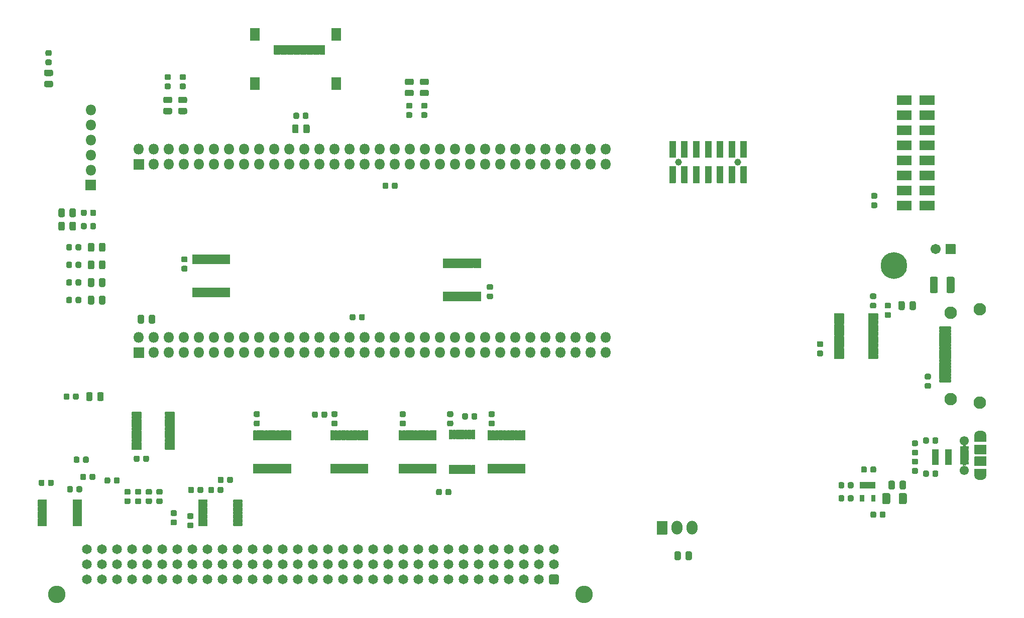
<source format=gbr>
G04 #@! TF.GenerationSoftware,KiCad,Pcbnew,5.1.9+dfsg1-1~bpo10+1*
G04 #@! TF.CreationDate,2022-11-12T11:37:05+01:00*
G04 #@! TF.ProjectId,nubus-to-ztex,6e756275-732d-4746-9f2d-7a7465782e6b,rev?*
G04 #@! TF.SameCoordinates,Original*
G04 #@! TF.FileFunction,Soldermask,Top*
G04 #@! TF.FilePolarity,Negative*
%FSLAX46Y46*%
G04 Gerber Fmt 4.6, Leading zero omitted, Abs format (unit mm)*
G04 Created by KiCad (PCBNEW 5.1.9+dfsg1-1~bpo10+1) date 2022-11-12 11:37:05*
%MOMM*%
%LPD*%
G01*
G04 APERTURE LIST*
%ADD10C,0.010000*%
%ADD11C,1.152000*%
%ADD12C,4.502000*%
%ADD13C,1.552000*%
%ADD14O,2.002000X1.302000*%
%ADD15O,1.842000X2.302000*%
%ADD16O,1.802000X1.802000*%
%ADD17C,2.102000*%
%ADD18C,1.702000*%
%ADD19C,2.952000*%
%ADD20C,1.652000*%
%ADD21C,0.100000*%
G04 APERTURE END LIST*
D10*
G36*
X264082010Y-18348990D02*
G01*
X264082010Y-19870980D01*
X261640000Y-19870980D01*
X261640000Y-18348990D01*
X264082010Y-18348990D01*
G37*
X264082010Y-18348990D02*
X264082010Y-19870980D01*
X261640000Y-19870980D01*
X261640000Y-18348990D01*
X264082010Y-18348990D01*
G36*
X260170990Y-18348990D02*
G01*
X260170990Y-19870980D01*
X257829000Y-19870980D01*
X257829000Y-18348990D01*
X260170990Y-18348990D01*
G37*
X260170990Y-18348990D02*
X260170990Y-19870980D01*
X257829000Y-19870980D01*
X257829000Y-18348990D01*
X260170990Y-18348990D01*
G36*
X264082010Y-20888990D02*
G01*
X264082010Y-22410980D01*
X261640000Y-22410980D01*
X261640000Y-20888990D01*
X264082010Y-20888990D01*
G37*
X264082010Y-20888990D02*
X264082010Y-22410980D01*
X261640000Y-22410980D01*
X261640000Y-20888990D01*
X264082010Y-20888990D01*
G36*
X260170990Y-20888990D02*
G01*
X260170990Y-22410980D01*
X257829000Y-22410980D01*
X257829000Y-20888990D01*
X260170990Y-20888990D01*
G37*
X260170990Y-20888990D02*
X260170990Y-22410980D01*
X257829000Y-22410980D01*
X257829000Y-20888990D01*
X260170990Y-20888990D01*
G36*
X264082010Y-23428990D02*
G01*
X264082010Y-24950980D01*
X261640000Y-24950980D01*
X261640000Y-23428990D01*
X264082010Y-23428990D01*
G37*
X264082010Y-23428990D02*
X264082010Y-24950980D01*
X261640000Y-24950980D01*
X261640000Y-23428990D01*
X264082010Y-23428990D01*
G36*
X260170990Y-23428990D02*
G01*
X260170990Y-24950980D01*
X257829000Y-24950980D01*
X257829000Y-23428990D01*
X260170990Y-23428990D01*
G37*
X260170990Y-23428990D02*
X260170990Y-24950980D01*
X257829000Y-24950980D01*
X257829000Y-23428990D01*
X260170990Y-23428990D01*
G36*
X264082010Y-25968990D02*
G01*
X264082010Y-27490984D01*
X261640000Y-27490984D01*
X261640000Y-25968990D01*
X264082010Y-25968990D01*
G37*
X264082010Y-25968990D02*
X264082010Y-27490984D01*
X261640000Y-27490984D01*
X261640000Y-25968990D01*
X264082010Y-25968990D01*
G36*
X260170990Y-25968990D02*
G01*
X260170990Y-27490984D01*
X257829000Y-27490984D01*
X257829000Y-25968990D01*
X260170990Y-25968990D01*
G37*
X260170990Y-25968990D02*
X260170990Y-27490984D01*
X257829000Y-27490984D01*
X257829000Y-25968990D01*
X260170990Y-25968990D01*
G36*
X264082010Y-28508991D02*
G01*
X264082010Y-30030980D01*
X261640000Y-30030980D01*
X261640000Y-28508991D01*
X264082010Y-28508991D01*
G37*
X264082010Y-28508991D02*
X264082010Y-30030980D01*
X261640000Y-30030980D01*
X261640000Y-28508991D01*
X264082010Y-28508991D01*
G36*
X260170990Y-28508991D02*
G01*
X260170990Y-30030980D01*
X257829000Y-30030980D01*
X257829000Y-28508991D01*
X260170990Y-28508991D01*
G37*
X260170990Y-28508991D02*
X260170990Y-30030980D01*
X257829000Y-30030980D01*
X257829000Y-28508991D01*
X260170990Y-28508991D01*
G36*
X264082010Y-31048990D02*
G01*
X264082010Y-32570980D01*
X261640000Y-32570980D01*
X261640000Y-31048990D01*
X264082010Y-31048990D01*
G37*
X264082010Y-31048990D02*
X264082010Y-32570980D01*
X261640000Y-32570980D01*
X261640000Y-31048990D01*
X264082010Y-31048990D01*
G36*
X260170990Y-31048990D02*
G01*
X260170990Y-32570980D01*
X257829000Y-32570980D01*
X257829000Y-31048990D01*
X260170990Y-31048990D01*
G37*
X260170990Y-31048990D02*
X260170990Y-32570980D01*
X257829000Y-32570980D01*
X257829000Y-31048990D01*
X260170990Y-31048990D01*
G36*
X264082010Y-33588990D02*
G01*
X264082010Y-35110980D01*
X261640000Y-35110980D01*
X261640000Y-33588990D01*
X264082010Y-33588990D01*
G37*
X264082010Y-33588990D02*
X264082010Y-35110980D01*
X261640000Y-35110980D01*
X261640000Y-33588990D01*
X264082010Y-33588990D01*
G36*
X260170990Y-33588990D02*
G01*
X260170990Y-35110980D01*
X257829000Y-35110980D01*
X257829000Y-33588990D01*
X260170990Y-33588990D01*
G37*
X260170990Y-33588990D02*
X260170990Y-35110980D01*
X257829000Y-35110980D01*
X257829000Y-33588990D01*
X260170990Y-33588990D01*
G36*
X264082010Y-36128990D02*
G01*
X264082010Y-37650980D01*
X261640000Y-37650980D01*
X261640000Y-36128990D01*
X264082010Y-36128990D01*
G37*
X264082010Y-36128990D02*
X264082010Y-37650980D01*
X261640000Y-37650980D01*
X261640000Y-36128990D01*
X264082010Y-36128990D01*
G36*
X260170990Y-36128990D02*
G01*
X260170990Y-37650980D01*
X257829000Y-37650980D01*
X257829000Y-36128990D01*
X260170990Y-36128990D01*
G37*
X260170990Y-36128990D02*
X260170990Y-37650980D01*
X257829000Y-37650980D01*
X257829000Y-36128990D01*
X260170990Y-36128990D01*
G36*
X264082010Y-18348990D02*
G01*
X264082010Y-19870980D01*
X261640000Y-19870980D01*
X261640000Y-18348990D01*
X264082010Y-18348990D01*
G37*
X264082010Y-18348990D02*
X264082010Y-19870980D01*
X261640000Y-19870980D01*
X261640000Y-18348990D01*
X264082010Y-18348990D01*
G36*
X260170990Y-18348990D02*
G01*
X260170990Y-19870980D01*
X257829000Y-19870980D01*
X257829000Y-18348990D01*
X260170990Y-18348990D01*
G37*
X260170990Y-18348990D02*
X260170990Y-19870980D01*
X257829000Y-19870980D01*
X257829000Y-18348990D01*
X260170990Y-18348990D01*
G36*
X264082010Y-20888990D02*
G01*
X264082010Y-22410980D01*
X261640000Y-22410980D01*
X261640000Y-20888990D01*
X264082010Y-20888990D01*
G37*
X264082010Y-20888990D02*
X264082010Y-22410980D01*
X261640000Y-22410980D01*
X261640000Y-20888990D01*
X264082010Y-20888990D01*
G36*
X260170990Y-20888990D02*
G01*
X260170990Y-22410980D01*
X257829000Y-22410980D01*
X257829000Y-20888990D01*
X260170990Y-20888990D01*
G37*
X260170990Y-20888990D02*
X260170990Y-22410980D01*
X257829000Y-22410980D01*
X257829000Y-20888990D01*
X260170990Y-20888990D01*
G36*
X264082010Y-23428990D02*
G01*
X264082010Y-24950980D01*
X261640000Y-24950980D01*
X261640000Y-23428990D01*
X264082010Y-23428990D01*
G37*
X264082010Y-23428990D02*
X264082010Y-24950980D01*
X261640000Y-24950980D01*
X261640000Y-23428990D01*
X264082010Y-23428990D01*
G36*
X260170990Y-23428990D02*
G01*
X260170990Y-24950980D01*
X257829000Y-24950980D01*
X257829000Y-23428990D01*
X260170990Y-23428990D01*
G37*
X260170990Y-23428990D02*
X260170990Y-24950980D01*
X257829000Y-24950980D01*
X257829000Y-23428990D01*
X260170990Y-23428990D01*
G36*
X264082010Y-25968990D02*
G01*
X264082010Y-27490984D01*
X261640000Y-27490984D01*
X261640000Y-25968990D01*
X264082010Y-25968990D01*
G37*
X264082010Y-25968990D02*
X264082010Y-27490984D01*
X261640000Y-27490984D01*
X261640000Y-25968990D01*
X264082010Y-25968990D01*
G36*
X260170990Y-25968990D02*
G01*
X260170990Y-27490984D01*
X257829000Y-27490984D01*
X257829000Y-25968990D01*
X260170990Y-25968990D01*
G37*
X260170990Y-25968990D02*
X260170990Y-27490984D01*
X257829000Y-27490984D01*
X257829000Y-25968990D01*
X260170990Y-25968990D01*
G36*
X264082010Y-28508991D02*
G01*
X264082010Y-30030980D01*
X261640000Y-30030980D01*
X261640000Y-28508991D01*
X264082010Y-28508991D01*
G37*
X264082010Y-28508991D02*
X264082010Y-30030980D01*
X261640000Y-30030980D01*
X261640000Y-28508991D01*
X264082010Y-28508991D01*
G36*
X260170990Y-28508991D02*
G01*
X260170990Y-30030980D01*
X257829000Y-30030980D01*
X257829000Y-28508991D01*
X260170990Y-28508991D01*
G37*
X260170990Y-28508991D02*
X260170990Y-30030980D01*
X257829000Y-30030980D01*
X257829000Y-28508991D01*
X260170990Y-28508991D01*
G36*
X264082010Y-31048990D02*
G01*
X264082010Y-32570980D01*
X261640000Y-32570980D01*
X261640000Y-31048990D01*
X264082010Y-31048990D01*
G37*
X264082010Y-31048990D02*
X264082010Y-32570980D01*
X261640000Y-32570980D01*
X261640000Y-31048990D01*
X264082010Y-31048990D01*
G36*
X260170990Y-31048990D02*
G01*
X260170990Y-32570980D01*
X257829000Y-32570980D01*
X257829000Y-31048990D01*
X260170990Y-31048990D01*
G37*
X260170990Y-31048990D02*
X260170990Y-32570980D01*
X257829000Y-32570980D01*
X257829000Y-31048990D01*
X260170990Y-31048990D01*
G36*
X264082010Y-33588990D02*
G01*
X264082010Y-35110980D01*
X261640000Y-35110980D01*
X261640000Y-33588990D01*
X264082010Y-33588990D01*
G37*
X264082010Y-33588990D02*
X264082010Y-35110980D01*
X261640000Y-35110980D01*
X261640000Y-33588990D01*
X264082010Y-33588990D01*
G36*
X260170990Y-33588990D02*
G01*
X260170990Y-35110980D01*
X257829000Y-35110980D01*
X257829000Y-33588990D01*
X260170990Y-33588990D01*
G37*
X260170990Y-33588990D02*
X260170990Y-35110980D01*
X257829000Y-35110980D01*
X257829000Y-33588990D01*
X260170990Y-33588990D01*
G36*
X264082010Y-36128990D02*
G01*
X264082010Y-37650980D01*
X261640000Y-37650980D01*
X261640000Y-36128990D01*
X264082010Y-36128990D01*
G37*
X264082010Y-36128990D02*
X264082010Y-37650980D01*
X261640000Y-37650980D01*
X261640000Y-36128990D01*
X264082010Y-36128990D01*
G36*
X260170990Y-36128990D02*
G01*
X260170990Y-37650980D01*
X257829000Y-37650980D01*
X257829000Y-36128990D01*
X260170990Y-36128990D01*
G37*
X260170990Y-36128990D02*
X260170990Y-37650980D01*
X257829000Y-37650980D01*
X257829000Y-36128990D01*
X260170990Y-36128990D01*
D11*
X221000000Y-29590000D03*
X231000000Y-29590000D03*
G36*
G01*
X220551000Y-30345000D02*
X220551000Y-33095000D01*
G75*
G02*
X220500000Y-33146000I-51000J0D01*
G01*
X219500000Y-33146000D01*
G75*
G02*
X219449000Y-33095000I0J51000D01*
G01*
X219449000Y-30345000D01*
G75*
G02*
X219500000Y-30294000I51000J0D01*
G01*
X220500000Y-30294000D01*
G75*
G02*
X220551000Y-30345000I0J-51000D01*
G01*
G37*
G36*
G01*
X220551000Y-26085000D02*
X220551000Y-28835000D01*
G75*
G02*
X220500000Y-28886000I-51000J0D01*
G01*
X219500000Y-28886000D01*
G75*
G02*
X219449000Y-28835000I0J51000D01*
G01*
X219449000Y-26085000D01*
G75*
G02*
X219500000Y-26034000I51000J0D01*
G01*
X220500000Y-26034000D01*
G75*
G02*
X220551000Y-26085000I0J-51000D01*
G01*
G37*
G36*
G01*
X222551000Y-30345000D02*
X222551000Y-33095000D01*
G75*
G02*
X222500000Y-33146000I-51000J0D01*
G01*
X221500000Y-33146000D01*
G75*
G02*
X221449000Y-33095000I0J51000D01*
G01*
X221449000Y-30345000D01*
G75*
G02*
X221500000Y-30294000I51000J0D01*
G01*
X222500000Y-30294000D01*
G75*
G02*
X222551000Y-30345000I0J-51000D01*
G01*
G37*
G36*
G01*
X222551000Y-26085000D02*
X222551000Y-28835000D01*
G75*
G02*
X222500000Y-28886000I-51000J0D01*
G01*
X221500000Y-28886000D01*
G75*
G02*
X221449000Y-28835000I0J51000D01*
G01*
X221449000Y-26085000D01*
G75*
G02*
X221500000Y-26034000I51000J0D01*
G01*
X222500000Y-26034000D01*
G75*
G02*
X222551000Y-26085000I0J-51000D01*
G01*
G37*
G36*
G01*
X224551000Y-30345000D02*
X224551000Y-33095000D01*
G75*
G02*
X224500000Y-33146000I-51000J0D01*
G01*
X223500000Y-33146000D01*
G75*
G02*
X223449000Y-33095000I0J51000D01*
G01*
X223449000Y-30345000D01*
G75*
G02*
X223500000Y-30294000I51000J0D01*
G01*
X224500000Y-30294000D01*
G75*
G02*
X224551000Y-30345000I0J-51000D01*
G01*
G37*
G36*
G01*
X224551000Y-26085000D02*
X224551000Y-28835000D01*
G75*
G02*
X224500000Y-28886000I-51000J0D01*
G01*
X223500000Y-28886000D01*
G75*
G02*
X223449000Y-28835000I0J51000D01*
G01*
X223449000Y-26085000D01*
G75*
G02*
X223500000Y-26034000I51000J0D01*
G01*
X224500000Y-26034000D01*
G75*
G02*
X224551000Y-26085000I0J-51000D01*
G01*
G37*
G36*
G01*
X226551000Y-30345000D02*
X226551000Y-33095000D01*
G75*
G02*
X226500000Y-33146000I-51000J0D01*
G01*
X225500000Y-33146000D01*
G75*
G02*
X225449000Y-33095000I0J51000D01*
G01*
X225449000Y-30345000D01*
G75*
G02*
X225500000Y-30294000I51000J0D01*
G01*
X226500000Y-30294000D01*
G75*
G02*
X226551000Y-30345000I0J-51000D01*
G01*
G37*
G36*
G01*
X226551000Y-26085000D02*
X226551000Y-28835000D01*
G75*
G02*
X226500000Y-28886000I-51000J0D01*
G01*
X225500000Y-28886000D01*
G75*
G02*
X225449000Y-28835000I0J51000D01*
G01*
X225449000Y-26085000D01*
G75*
G02*
X225500000Y-26034000I51000J0D01*
G01*
X226500000Y-26034000D01*
G75*
G02*
X226551000Y-26085000I0J-51000D01*
G01*
G37*
G36*
G01*
X228551000Y-30345000D02*
X228551000Y-33095000D01*
G75*
G02*
X228500000Y-33146000I-51000J0D01*
G01*
X227500000Y-33146000D01*
G75*
G02*
X227449000Y-33095000I0J51000D01*
G01*
X227449000Y-30345000D01*
G75*
G02*
X227500000Y-30294000I51000J0D01*
G01*
X228500000Y-30294000D01*
G75*
G02*
X228551000Y-30345000I0J-51000D01*
G01*
G37*
G36*
G01*
X228551000Y-26085000D02*
X228551000Y-28835000D01*
G75*
G02*
X228500000Y-28886000I-51000J0D01*
G01*
X227500000Y-28886000D01*
G75*
G02*
X227449000Y-28835000I0J51000D01*
G01*
X227449000Y-26085000D01*
G75*
G02*
X227500000Y-26034000I51000J0D01*
G01*
X228500000Y-26034000D01*
G75*
G02*
X228551000Y-26085000I0J-51000D01*
G01*
G37*
G36*
G01*
X230551000Y-30345000D02*
X230551000Y-33095000D01*
G75*
G02*
X230500000Y-33146000I-51000J0D01*
G01*
X229500000Y-33146000D01*
G75*
G02*
X229449000Y-33095000I0J51000D01*
G01*
X229449000Y-30345000D01*
G75*
G02*
X229500000Y-30294000I51000J0D01*
G01*
X230500000Y-30294000D01*
G75*
G02*
X230551000Y-30345000I0J-51000D01*
G01*
G37*
G36*
G01*
X230551000Y-26085000D02*
X230551000Y-28835000D01*
G75*
G02*
X230500000Y-28886000I-51000J0D01*
G01*
X229500000Y-28886000D01*
G75*
G02*
X229449000Y-28835000I0J51000D01*
G01*
X229449000Y-26085000D01*
G75*
G02*
X229500000Y-26034000I51000J0D01*
G01*
X230500000Y-26034000D01*
G75*
G02*
X230551000Y-26085000I0J-51000D01*
G01*
G37*
G36*
G01*
X232551000Y-30345000D02*
X232551000Y-33095000D01*
G75*
G02*
X232500000Y-33146000I-51000J0D01*
G01*
X231500000Y-33146000D01*
G75*
G02*
X231449000Y-33095000I0J51000D01*
G01*
X231449000Y-30345000D01*
G75*
G02*
X231500000Y-30294000I51000J0D01*
G01*
X232500000Y-30294000D01*
G75*
G02*
X232551000Y-30345000I0J-51000D01*
G01*
G37*
G36*
G01*
X232551000Y-26085000D02*
X232551000Y-28835000D01*
G75*
G02*
X232500000Y-28886000I-51000J0D01*
G01*
X231500000Y-28886000D01*
G75*
G02*
X231449000Y-28835000I0J51000D01*
G01*
X231449000Y-26085000D01*
G75*
G02*
X231500000Y-26034000I51000J0D01*
G01*
X232500000Y-26034000D01*
G75*
G02*
X232551000Y-26085000I0J-51000D01*
G01*
G37*
G36*
G01*
X129164000Y-79921750D02*
X129164000Y-79358250D01*
G75*
G02*
X129408250Y-79114000I244250J0D01*
G01*
X129896750Y-79114000D01*
G75*
G02*
X130141000Y-79358250I0J-244250D01*
G01*
X130141000Y-79921750D01*
G75*
G02*
X129896750Y-80166000I-244250J0D01*
G01*
X129408250Y-80166000D01*
G75*
G02*
X129164000Y-79921750I0J244250D01*
G01*
G37*
G36*
G01*
X130739000Y-79921750D02*
X130739000Y-79358250D01*
G75*
G02*
X130983250Y-79114000I244250J0D01*
G01*
X131471750Y-79114000D01*
G75*
G02*
X131716000Y-79358250I0J-244250D01*
G01*
X131716000Y-79921750D01*
G75*
G02*
X131471750Y-80166000I-244250J0D01*
G01*
X130983250Y-80166000D01*
G75*
G02*
X130739000Y-79921750I0J244250D01*
G01*
G37*
G36*
G01*
X136076000Y-77640000D02*
X136076000Y-78090000D01*
G75*
G02*
X136025000Y-78141000I-51000J0D01*
G01*
X134475000Y-78141000D01*
G75*
G02*
X134424000Y-78090000I0J51000D01*
G01*
X134424000Y-77640000D01*
G75*
G02*
X134475000Y-77589000I51000J0D01*
G01*
X136025000Y-77589000D01*
G75*
G02*
X136076000Y-77640000I0J-51000D01*
G01*
G37*
G36*
G01*
X136076000Y-76990000D02*
X136076000Y-77440000D01*
G75*
G02*
X136025000Y-77491000I-51000J0D01*
G01*
X134475000Y-77491000D01*
G75*
G02*
X134424000Y-77440000I0J51000D01*
G01*
X134424000Y-76990000D01*
G75*
G02*
X134475000Y-76939000I51000J0D01*
G01*
X136025000Y-76939000D01*
G75*
G02*
X136076000Y-76990000I0J-51000D01*
G01*
G37*
G36*
G01*
X136076000Y-76340000D02*
X136076000Y-76790000D01*
G75*
G02*
X136025000Y-76841000I-51000J0D01*
G01*
X134475000Y-76841000D01*
G75*
G02*
X134424000Y-76790000I0J51000D01*
G01*
X134424000Y-76340000D01*
G75*
G02*
X134475000Y-76289000I51000J0D01*
G01*
X136025000Y-76289000D01*
G75*
G02*
X136076000Y-76340000I0J-51000D01*
G01*
G37*
G36*
G01*
X136076000Y-75690000D02*
X136076000Y-76140000D01*
G75*
G02*
X136025000Y-76191000I-51000J0D01*
G01*
X134475000Y-76191000D01*
G75*
G02*
X134424000Y-76140000I0J51000D01*
G01*
X134424000Y-75690000D01*
G75*
G02*
X134475000Y-75639000I51000J0D01*
G01*
X136025000Y-75639000D01*
G75*
G02*
X136076000Y-75690000I0J-51000D01*
G01*
G37*
G36*
G01*
X136076000Y-75040000D02*
X136076000Y-75490000D01*
G75*
G02*
X136025000Y-75541000I-51000J0D01*
G01*
X134475000Y-75541000D01*
G75*
G02*
X134424000Y-75490000I0J51000D01*
G01*
X134424000Y-75040000D01*
G75*
G02*
X134475000Y-74989000I51000J0D01*
G01*
X136025000Y-74989000D01*
G75*
G02*
X136076000Y-75040000I0J-51000D01*
G01*
G37*
G36*
G01*
X136076000Y-74390000D02*
X136076000Y-74840000D01*
G75*
G02*
X136025000Y-74891000I-51000J0D01*
G01*
X134475000Y-74891000D01*
G75*
G02*
X134424000Y-74840000I0J51000D01*
G01*
X134424000Y-74390000D01*
G75*
G02*
X134475000Y-74339000I51000J0D01*
G01*
X136025000Y-74339000D01*
G75*
G02*
X136076000Y-74390000I0J-51000D01*
G01*
G37*
G36*
G01*
X136076000Y-73740000D02*
X136076000Y-74190000D01*
G75*
G02*
X136025000Y-74241000I-51000J0D01*
G01*
X134475000Y-74241000D01*
G75*
G02*
X134424000Y-74190000I0J51000D01*
G01*
X134424000Y-73740000D01*
G75*
G02*
X134475000Y-73689000I51000J0D01*
G01*
X136025000Y-73689000D01*
G75*
G02*
X136076000Y-73740000I0J-51000D01*
G01*
G37*
G36*
G01*
X136076000Y-73090000D02*
X136076000Y-73540000D01*
G75*
G02*
X136025000Y-73591000I-51000J0D01*
G01*
X134475000Y-73591000D01*
G75*
G02*
X134424000Y-73540000I0J51000D01*
G01*
X134424000Y-73090000D01*
G75*
G02*
X134475000Y-73039000I51000J0D01*
G01*
X136025000Y-73039000D01*
G75*
G02*
X136076000Y-73090000I0J-51000D01*
G01*
G37*
G36*
G01*
X136076000Y-72440000D02*
X136076000Y-72890000D01*
G75*
G02*
X136025000Y-72941000I-51000J0D01*
G01*
X134475000Y-72941000D01*
G75*
G02*
X134424000Y-72890000I0J51000D01*
G01*
X134424000Y-72440000D01*
G75*
G02*
X134475000Y-72389000I51000J0D01*
G01*
X136025000Y-72389000D01*
G75*
G02*
X136076000Y-72440000I0J-51000D01*
G01*
G37*
G36*
G01*
X136076000Y-71790000D02*
X136076000Y-72240000D01*
G75*
G02*
X136025000Y-72291000I-51000J0D01*
G01*
X134475000Y-72291000D01*
G75*
G02*
X134424000Y-72240000I0J51000D01*
G01*
X134424000Y-71790000D01*
G75*
G02*
X134475000Y-71739000I51000J0D01*
G01*
X136025000Y-71739000D01*
G75*
G02*
X136076000Y-71790000I0J-51000D01*
G01*
G37*
G36*
G01*
X130476000Y-71790000D02*
X130476000Y-72240000D01*
G75*
G02*
X130425000Y-72291000I-51000J0D01*
G01*
X128875000Y-72291000D01*
G75*
G02*
X128824000Y-72240000I0J51000D01*
G01*
X128824000Y-71790000D01*
G75*
G02*
X128875000Y-71739000I51000J0D01*
G01*
X130425000Y-71739000D01*
G75*
G02*
X130476000Y-71790000I0J-51000D01*
G01*
G37*
G36*
G01*
X130476000Y-72440000D02*
X130476000Y-72890000D01*
G75*
G02*
X130425000Y-72941000I-51000J0D01*
G01*
X128875000Y-72941000D01*
G75*
G02*
X128824000Y-72890000I0J51000D01*
G01*
X128824000Y-72440000D01*
G75*
G02*
X128875000Y-72389000I51000J0D01*
G01*
X130425000Y-72389000D01*
G75*
G02*
X130476000Y-72440000I0J-51000D01*
G01*
G37*
G36*
G01*
X130476000Y-73090000D02*
X130476000Y-73540000D01*
G75*
G02*
X130425000Y-73591000I-51000J0D01*
G01*
X128875000Y-73591000D01*
G75*
G02*
X128824000Y-73540000I0J51000D01*
G01*
X128824000Y-73090000D01*
G75*
G02*
X128875000Y-73039000I51000J0D01*
G01*
X130425000Y-73039000D01*
G75*
G02*
X130476000Y-73090000I0J-51000D01*
G01*
G37*
G36*
G01*
X130476000Y-73740000D02*
X130476000Y-74190000D01*
G75*
G02*
X130425000Y-74241000I-51000J0D01*
G01*
X128875000Y-74241000D01*
G75*
G02*
X128824000Y-74190000I0J51000D01*
G01*
X128824000Y-73740000D01*
G75*
G02*
X128875000Y-73689000I51000J0D01*
G01*
X130425000Y-73689000D01*
G75*
G02*
X130476000Y-73740000I0J-51000D01*
G01*
G37*
G36*
G01*
X130476000Y-74390000D02*
X130476000Y-74840000D01*
G75*
G02*
X130425000Y-74891000I-51000J0D01*
G01*
X128875000Y-74891000D01*
G75*
G02*
X128824000Y-74840000I0J51000D01*
G01*
X128824000Y-74390000D01*
G75*
G02*
X128875000Y-74339000I51000J0D01*
G01*
X130425000Y-74339000D01*
G75*
G02*
X130476000Y-74390000I0J-51000D01*
G01*
G37*
G36*
G01*
X130476000Y-75040000D02*
X130476000Y-75490000D01*
G75*
G02*
X130425000Y-75541000I-51000J0D01*
G01*
X128875000Y-75541000D01*
G75*
G02*
X128824000Y-75490000I0J51000D01*
G01*
X128824000Y-75040000D01*
G75*
G02*
X128875000Y-74989000I51000J0D01*
G01*
X130425000Y-74989000D01*
G75*
G02*
X130476000Y-75040000I0J-51000D01*
G01*
G37*
G36*
G01*
X130476000Y-75690000D02*
X130476000Y-76140000D01*
G75*
G02*
X130425000Y-76191000I-51000J0D01*
G01*
X128875000Y-76191000D01*
G75*
G02*
X128824000Y-76140000I0J51000D01*
G01*
X128824000Y-75690000D01*
G75*
G02*
X128875000Y-75639000I51000J0D01*
G01*
X130425000Y-75639000D01*
G75*
G02*
X130476000Y-75690000I0J-51000D01*
G01*
G37*
G36*
G01*
X130476000Y-76340000D02*
X130476000Y-76790000D01*
G75*
G02*
X130425000Y-76841000I-51000J0D01*
G01*
X128875000Y-76841000D01*
G75*
G02*
X128824000Y-76790000I0J51000D01*
G01*
X128824000Y-76340000D01*
G75*
G02*
X128875000Y-76289000I51000J0D01*
G01*
X130425000Y-76289000D01*
G75*
G02*
X130476000Y-76340000I0J-51000D01*
G01*
G37*
G36*
G01*
X130476000Y-76990000D02*
X130476000Y-77440000D01*
G75*
G02*
X130425000Y-77491000I-51000J0D01*
G01*
X128875000Y-77491000D01*
G75*
G02*
X128824000Y-77440000I0J51000D01*
G01*
X128824000Y-76990000D01*
G75*
G02*
X128875000Y-76939000I51000J0D01*
G01*
X130425000Y-76939000D01*
G75*
G02*
X130476000Y-76990000I0J-51000D01*
G01*
G37*
G36*
G01*
X130476000Y-77640000D02*
X130476000Y-78090000D01*
G75*
G02*
X130425000Y-78141000I-51000J0D01*
G01*
X128875000Y-78141000D01*
G75*
G02*
X128824000Y-78090000I0J51000D01*
G01*
X128824000Y-77640000D01*
G75*
G02*
X128875000Y-77589000I51000J0D01*
G01*
X130425000Y-77589000D01*
G75*
G02*
X130476000Y-77640000I0J-51000D01*
G01*
G37*
G36*
G01*
X189493121Y-52738953D02*
X188929621Y-52738953D01*
G75*
G02*
X188685371Y-52494703I0J244250D01*
G01*
X188685371Y-52006203D01*
G75*
G02*
X188929621Y-51761953I244250J0D01*
G01*
X189493121Y-51761953D01*
G75*
G02*
X189737371Y-52006203I0J-244250D01*
G01*
X189737371Y-52494703D01*
G75*
G02*
X189493121Y-52738953I-244250J0D01*
G01*
G37*
G36*
G01*
X189493121Y-51163953D02*
X188929621Y-51163953D01*
G75*
G02*
X188685371Y-50919703I0J244250D01*
G01*
X188685371Y-50431203D01*
G75*
G02*
X188929621Y-50186953I244250J0D01*
G01*
X189493121Y-50186953D01*
G75*
G02*
X189737371Y-50431203I0J-244250D01*
G01*
X189737371Y-50919703D01*
G75*
G02*
X189493121Y-51163953I-244250J0D01*
G01*
G37*
G36*
G01*
X187211371Y-45836953D02*
X187661371Y-45836953D01*
G75*
G02*
X187712371Y-45887953I0J-51000D01*
G01*
X187712371Y-47437953D01*
G75*
G02*
X187661371Y-47488953I-51000J0D01*
G01*
X187211371Y-47488953D01*
G75*
G02*
X187160371Y-47437953I0J51000D01*
G01*
X187160371Y-45887953D01*
G75*
G02*
X187211371Y-45836953I51000J0D01*
G01*
G37*
G36*
G01*
X186561371Y-45836953D02*
X187011371Y-45836953D01*
G75*
G02*
X187062371Y-45887953I0J-51000D01*
G01*
X187062371Y-47437953D01*
G75*
G02*
X187011371Y-47488953I-51000J0D01*
G01*
X186561371Y-47488953D01*
G75*
G02*
X186510371Y-47437953I0J51000D01*
G01*
X186510371Y-45887953D01*
G75*
G02*
X186561371Y-45836953I51000J0D01*
G01*
G37*
G36*
G01*
X185911371Y-45836953D02*
X186361371Y-45836953D01*
G75*
G02*
X186412371Y-45887953I0J-51000D01*
G01*
X186412371Y-47437953D01*
G75*
G02*
X186361371Y-47488953I-51000J0D01*
G01*
X185911371Y-47488953D01*
G75*
G02*
X185860371Y-47437953I0J51000D01*
G01*
X185860371Y-45887953D01*
G75*
G02*
X185911371Y-45836953I51000J0D01*
G01*
G37*
G36*
G01*
X185261371Y-45836953D02*
X185711371Y-45836953D01*
G75*
G02*
X185762371Y-45887953I0J-51000D01*
G01*
X185762371Y-47437953D01*
G75*
G02*
X185711371Y-47488953I-51000J0D01*
G01*
X185261371Y-47488953D01*
G75*
G02*
X185210371Y-47437953I0J51000D01*
G01*
X185210371Y-45887953D01*
G75*
G02*
X185261371Y-45836953I51000J0D01*
G01*
G37*
G36*
G01*
X184611371Y-45836953D02*
X185061371Y-45836953D01*
G75*
G02*
X185112371Y-45887953I0J-51000D01*
G01*
X185112371Y-47437953D01*
G75*
G02*
X185061371Y-47488953I-51000J0D01*
G01*
X184611371Y-47488953D01*
G75*
G02*
X184560371Y-47437953I0J51000D01*
G01*
X184560371Y-45887953D01*
G75*
G02*
X184611371Y-45836953I51000J0D01*
G01*
G37*
G36*
G01*
X183961371Y-45836953D02*
X184411371Y-45836953D01*
G75*
G02*
X184462371Y-45887953I0J-51000D01*
G01*
X184462371Y-47437953D01*
G75*
G02*
X184411371Y-47488953I-51000J0D01*
G01*
X183961371Y-47488953D01*
G75*
G02*
X183910371Y-47437953I0J51000D01*
G01*
X183910371Y-45887953D01*
G75*
G02*
X183961371Y-45836953I51000J0D01*
G01*
G37*
G36*
G01*
X183311371Y-45836953D02*
X183761371Y-45836953D01*
G75*
G02*
X183812371Y-45887953I0J-51000D01*
G01*
X183812371Y-47437953D01*
G75*
G02*
X183761371Y-47488953I-51000J0D01*
G01*
X183311371Y-47488953D01*
G75*
G02*
X183260371Y-47437953I0J51000D01*
G01*
X183260371Y-45887953D01*
G75*
G02*
X183311371Y-45836953I51000J0D01*
G01*
G37*
G36*
G01*
X182661371Y-45836953D02*
X183111371Y-45836953D01*
G75*
G02*
X183162371Y-45887953I0J-51000D01*
G01*
X183162371Y-47437953D01*
G75*
G02*
X183111371Y-47488953I-51000J0D01*
G01*
X182661371Y-47488953D01*
G75*
G02*
X182610371Y-47437953I0J51000D01*
G01*
X182610371Y-45887953D01*
G75*
G02*
X182661371Y-45836953I51000J0D01*
G01*
G37*
G36*
G01*
X182011371Y-45836953D02*
X182461371Y-45836953D01*
G75*
G02*
X182512371Y-45887953I0J-51000D01*
G01*
X182512371Y-47437953D01*
G75*
G02*
X182461371Y-47488953I-51000J0D01*
G01*
X182011371Y-47488953D01*
G75*
G02*
X181960371Y-47437953I0J51000D01*
G01*
X181960371Y-45887953D01*
G75*
G02*
X182011371Y-45836953I51000J0D01*
G01*
G37*
G36*
G01*
X181361371Y-45836953D02*
X181811371Y-45836953D01*
G75*
G02*
X181862371Y-45887953I0J-51000D01*
G01*
X181862371Y-47437953D01*
G75*
G02*
X181811371Y-47488953I-51000J0D01*
G01*
X181361371Y-47488953D01*
G75*
G02*
X181310371Y-47437953I0J51000D01*
G01*
X181310371Y-45887953D01*
G75*
G02*
X181361371Y-45836953I51000J0D01*
G01*
G37*
G36*
G01*
X181361371Y-51436953D02*
X181811371Y-51436953D01*
G75*
G02*
X181862371Y-51487953I0J-51000D01*
G01*
X181862371Y-53037953D01*
G75*
G02*
X181811371Y-53088953I-51000J0D01*
G01*
X181361371Y-53088953D01*
G75*
G02*
X181310371Y-53037953I0J51000D01*
G01*
X181310371Y-51487953D01*
G75*
G02*
X181361371Y-51436953I51000J0D01*
G01*
G37*
G36*
G01*
X182011371Y-51436953D02*
X182461371Y-51436953D01*
G75*
G02*
X182512371Y-51487953I0J-51000D01*
G01*
X182512371Y-53037953D01*
G75*
G02*
X182461371Y-53088953I-51000J0D01*
G01*
X182011371Y-53088953D01*
G75*
G02*
X181960371Y-53037953I0J51000D01*
G01*
X181960371Y-51487953D01*
G75*
G02*
X182011371Y-51436953I51000J0D01*
G01*
G37*
G36*
G01*
X182661371Y-51436953D02*
X183111371Y-51436953D01*
G75*
G02*
X183162371Y-51487953I0J-51000D01*
G01*
X183162371Y-53037953D01*
G75*
G02*
X183111371Y-53088953I-51000J0D01*
G01*
X182661371Y-53088953D01*
G75*
G02*
X182610371Y-53037953I0J51000D01*
G01*
X182610371Y-51487953D01*
G75*
G02*
X182661371Y-51436953I51000J0D01*
G01*
G37*
G36*
G01*
X183311371Y-51436953D02*
X183761371Y-51436953D01*
G75*
G02*
X183812371Y-51487953I0J-51000D01*
G01*
X183812371Y-53037953D01*
G75*
G02*
X183761371Y-53088953I-51000J0D01*
G01*
X183311371Y-53088953D01*
G75*
G02*
X183260371Y-53037953I0J51000D01*
G01*
X183260371Y-51487953D01*
G75*
G02*
X183311371Y-51436953I51000J0D01*
G01*
G37*
G36*
G01*
X183961371Y-51436953D02*
X184411371Y-51436953D01*
G75*
G02*
X184462371Y-51487953I0J-51000D01*
G01*
X184462371Y-53037953D01*
G75*
G02*
X184411371Y-53088953I-51000J0D01*
G01*
X183961371Y-53088953D01*
G75*
G02*
X183910371Y-53037953I0J51000D01*
G01*
X183910371Y-51487953D01*
G75*
G02*
X183961371Y-51436953I51000J0D01*
G01*
G37*
G36*
G01*
X184611371Y-51436953D02*
X185061371Y-51436953D01*
G75*
G02*
X185112371Y-51487953I0J-51000D01*
G01*
X185112371Y-53037953D01*
G75*
G02*
X185061371Y-53088953I-51000J0D01*
G01*
X184611371Y-53088953D01*
G75*
G02*
X184560371Y-53037953I0J51000D01*
G01*
X184560371Y-51487953D01*
G75*
G02*
X184611371Y-51436953I51000J0D01*
G01*
G37*
G36*
G01*
X185261371Y-51436953D02*
X185711371Y-51436953D01*
G75*
G02*
X185762371Y-51487953I0J-51000D01*
G01*
X185762371Y-53037953D01*
G75*
G02*
X185711371Y-53088953I-51000J0D01*
G01*
X185261371Y-53088953D01*
G75*
G02*
X185210371Y-53037953I0J51000D01*
G01*
X185210371Y-51487953D01*
G75*
G02*
X185261371Y-51436953I51000J0D01*
G01*
G37*
G36*
G01*
X185911371Y-51436953D02*
X186361371Y-51436953D01*
G75*
G02*
X186412371Y-51487953I0J-51000D01*
G01*
X186412371Y-53037953D01*
G75*
G02*
X186361371Y-53088953I-51000J0D01*
G01*
X185911371Y-53088953D01*
G75*
G02*
X185860371Y-53037953I0J51000D01*
G01*
X185860371Y-51487953D01*
G75*
G02*
X185911371Y-51436953I51000J0D01*
G01*
G37*
G36*
G01*
X186561371Y-51436953D02*
X187011371Y-51436953D01*
G75*
G02*
X187062371Y-51487953I0J-51000D01*
G01*
X187062371Y-53037953D01*
G75*
G02*
X187011371Y-53088953I-51000J0D01*
G01*
X186561371Y-53088953D01*
G75*
G02*
X186510371Y-53037953I0J51000D01*
G01*
X186510371Y-51487953D01*
G75*
G02*
X186561371Y-51436953I51000J0D01*
G01*
G37*
G36*
G01*
X187211371Y-51436953D02*
X187661371Y-51436953D01*
G75*
G02*
X187712371Y-51487953I0J-51000D01*
G01*
X187712371Y-53037953D01*
G75*
G02*
X187661371Y-53088953I-51000J0D01*
G01*
X187211371Y-53088953D01*
G75*
G02*
X187160371Y-53037953I0J51000D01*
G01*
X187160371Y-51487953D01*
G75*
G02*
X187211371Y-51436953I51000J0D01*
G01*
G37*
D12*
X257350000Y-47090000D03*
G36*
G01*
X254281750Y-37378500D02*
X253718250Y-37378500D01*
G75*
G02*
X253474000Y-37134250I0J244250D01*
G01*
X253474000Y-36645750D01*
G75*
G02*
X253718250Y-36401500I244250J0D01*
G01*
X254281750Y-36401500D01*
G75*
G02*
X254526000Y-36645750I0J-244250D01*
G01*
X254526000Y-37134250D01*
G75*
G02*
X254281750Y-37378500I-244250J0D01*
G01*
G37*
G36*
G01*
X254281750Y-35803500D02*
X253718250Y-35803500D01*
G75*
G02*
X253474000Y-35559250I0J244250D01*
G01*
X253474000Y-35070750D01*
G75*
G02*
X253718250Y-34826500I244250J0D01*
G01*
X254281750Y-34826500D01*
G75*
G02*
X254526000Y-35070750I0J-244250D01*
G01*
X254526000Y-35559250D01*
G75*
G02*
X254281750Y-35803500I-244250J0D01*
G01*
G37*
G36*
G01*
X137891750Y-21536293D02*
X136928250Y-21536293D01*
G75*
G02*
X136659000Y-21267043I0J269250D01*
G01*
X136659000Y-20728543D01*
G75*
G02*
X136928250Y-20459293I269250J0D01*
G01*
X137891750Y-20459293D01*
G75*
G02*
X138161000Y-20728543I0J-269250D01*
G01*
X138161000Y-21267043D01*
G75*
G02*
X137891750Y-21536293I-269250J0D01*
G01*
G37*
G36*
G01*
X137891750Y-19661293D02*
X136928250Y-19661293D01*
G75*
G02*
X136659000Y-19392043I0J269250D01*
G01*
X136659000Y-18853543D01*
G75*
G02*
X136928250Y-18584293I269250J0D01*
G01*
X137891750Y-18584293D01*
G75*
G02*
X138161000Y-18853543I0J-269250D01*
G01*
X138161000Y-19392043D01*
G75*
G02*
X137891750Y-19661293I-269250J0D01*
G01*
G37*
G36*
G01*
X135361750Y-19661293D02*
X134398250Y-19661293D01*
G75*
G02*
X134129000Y-19392043I0J269250D01*
G01*
X134129000Y-18853543D01*
G75*
G02*
X134398250Y-18584293I269250J0D01*
G01*
X135361750Y-18584293D01*
G75*
G02*
X135631000Y-18853543I0J-269250D01*
G01*
X135631000Y-19392043D01*
G75*
G02*
X135361750Y-19661293I-269250J0D01*
G01*
G37*
G36*
G01*
X135361750Y-21536293D02*
X134398250Y-21536293D01*
G75*
G02*
X134129000Y-21267043I0J269250D01*
G01*
X134129000Y-20728543D01*
G75*
G02*
X134398250Y-20459293I269250J0D01*
G01*
X135361750Y-20459293D01*
G75*
G02*
X135631000Y-20728543I0J-269250D01*
G01*
X135631000Y-21267043D01*
G75*
G02*
X135361750Y-21536293I-269250J0D01*
G01*
G37*
G36*
G01*
X124086000Y-68668250D02*
X124086000Y-69631750D01*
G75*
G02*
X123816750Y-69901000I-269250J0D01*
G01*
X123278250Y-69901000D01*
G75*
G02*
X123009000Y-69631750I0J269250D01*
G01*
X123009000Y-68668250D01*
G75*
G02*
X123278250Y-68399000I269250J0D01*
G01*
X123816750Y-68399000D01*
G75*
G02*
X124086000Y-68668250I0J-269250D01*
G01*
G37*
G36*
G01*
X122211000Y-68668250D02*
X122211000Y-69631750D01*
G75*
G02*
X121941750Y-69901000I-269250J0D01*
G01*
X121403250Y-69901000D01*
G75*
G02*
X121134000Y-69631750I0J269250D01*
G01*
X121134000Y-68668250D01*
G75*
G02*
X121403250Y-68399000I269250J0D01*
G01*
X121941750Y-68399000D01*
G75*
G02*
X122211000Y-68668250I0J-269250D01*
G01*
G37*
G36*
G01*
X177662439Y-17410035D02*
X178625939Y-17410035D01*
G75*
G02*
X178895189Y-17679285I0J-269250D01*
G01*
X178895189Y-18217785D01*
G75*
G02*
X178625939Y-18487035I-269250J0D01*
G01*
X177662439Y-18487035D01*
G75*
G02*
X177393189Y-18217785I0J269250D01*
G01*
X177393189Y-17679285D01*
G75*
G02*
X177662439Y-17410035I269250J0D01*
G01*
G37*
G36*
G01*
X177662439Y-15535035D02*
X178625939Y-15535035D01*
G75*
G02*
X178895189Y-15804285I0J-269250D01*
G01*
X178895189Y-16342785D01*
G75*
G02*
X178625939Y-16612035I-269250J0D01*
G01*
X177662439Y-16612035D01*
G75*
G02*
X177393189Y-16342785I0J269250D01*
G01*
X177393189Y-15804285D01*
G75*
G02*
X177662439Y-15535035I269250J0D01*
G01*
G37*
G36*
G01*
X175122439Y-15535035D02*
X176085939Y-15535035D01*
G75*
G02*
X176355189Y-15804285I0J-269250D01*
G01*
X176355189Y-16342785D01*
G75*
G02*
X176085939Y-16612035I-269250J0D01*
G01*
X175122439Y-16612035D01*
G75*
G02*
X174853189Y-16342785I0J269250D01*
G01*
X174853189Y-15804285D01*
G75*
G02*
X175122439Y-15535035I269250J0D01*
G01*
G37*
G36*
G01*
X175122439Y-17410035D02*
X176085939Y-17410035D01*
G75*
G02*
X176355189Y-17679285I0J-269250D01*
G01*
X176355189Y-18217785D01*
G75*
G02*
X176085939Y-18487035I-269250J0D01*
G01*
X175122439Y-18487035D01*
G75*
G02*
X174853189Y-18217785I0J269250D01*
G01*
X174853189Y-17679285D01*
G75*
G02*
X175122439Y-17410035I269250J0D01*
G01*
G37*
G36*
G01*
X134598250Y-14784293D02*
X135161750Y-14784293D01*
G75*
G02*
X135406000Y-15028543I0J-244250D01*
G01*
X135406000Y-15517043D01*
G75*
G02*
X135161750Y-15761293I-244250J0D01*
G01*
X134598250Y-15761293D01*
G75*
G02*
X134354000Y-15517043I0J244250D01*
G01*
X134354000Y-15028543D01*
G75*
G02*
X134598250Y-14784293I244250J0D01*
G01*
G37*
G36*
G01*
X134598250Y-16359293D02*
X135161750Y-16359293D01*
G75*
G02*
X135406000Y-16603543I0J-244250D01*
G01*
X135406000Y-17092043D01*
G75*
G02*
X135161750Y-17336293I-244250J0D01*
G01*
X134598250Y-17336293D01*
G75*
G02*
X134354000Y-17092043I0J244250D01*
G01*
X134354000Y-16603543D01*
G75*
G02*
X134598250Y-16359293I244250J0D01*
G01*
G37*
G36*
G01*
X137138250Y-16359293D02*
X137701750Y-16359293D01*
G75*
G02*
X137946000Y-16603543I0J-244250D01*
G01*
X137946000Y-17092043D01*
G75*
G02*
X137701750Y-17336293I-244250J0D01*
G01*
X137138250Y-17336293D01*
G75*
G02*
X136894000Y-17092043I0J244250D01*
G01*
X136894000Y-16603543D01*
G75*
G02*
X137138250Y-16359293I244250J0D01*
G01*
G37*
G36*
G01*
X137138250Y-14784293D02*
X137701750Y-14784293D01*
G75*
G02*
X137946000Y-15028543I0J-244250D01*
G01*
X137946000Y-15517043D01*
G75*
G02*
X137701750Y-15761293I-244250J0D01*
G01*
X137138250Y-15761293D01*
G75*
G02*
X136894000Y-15517043I0J244250D01*
G01*
X136894000Y-15028543D01*
G75*
G02*
X137138250Y-14784293I244250J0D01*
G01*
G37*
G36*
G01*
X117334000Y-69431750D02*
X117334000Y-68868250D01*
G75*
G02*
X117578250Y-68624000I244250J0D01*
G01*
X118066750Y-68624000D01*
G75*
G02*
X118311000Y-68868250I0J-244250D01*
G01*
X118311000Y-69431750D01*
G75*
G02*
X118066750Y-69676000I-244250J0D01*
G01*
X117578250Y-69676000D01*
G75*
G02*
X117334000Y-69431750I0J244250D01*
G01*
G37*
G36*
G01*
X118909000Y-69431750D02*
X118909000Y-68868250D01*
G75*
G02*
X119153250Y-68624000I244250J0D01*
G01*
X119641750Y-68624000D01*
G75*
G02*
X119886000Y-68868250I0J-244250D01*
G01*
X119886000Y-69431750D01*
G75*
G02*
X119641750Y-69676000I-244250J0D01*
G01*
X119153250Y-69676000D01*
G75*
G02*
X118909000Y-69431750I0J244250D01*
G01*
G37*
G36*
G01*
X178425939Y-20592035D02*
X177862439Y-20592035D01*
G75*
G02*
X177618189Y-20347785I0J244250D01*
G01*
X177618189Y-19859285D01*
G75*
G02*
X177862439Y-19615035I244250J0D01*
G01*
X178425939Y-19615035D01*
G75*
G02*
X178670189Y-19859285I0J-244250D01*
G01*
X178670189Y-20347785D01*
G75*
G02*
X178425939Y-20592035I-244250J0D01*
G01*
G37*
G36*
G01*
X178425939Y-22167035D02*
X177862439Y-22167035D01*
G75*
G02*
X177618189Y-21922785I0J244250D01*
G01*
X177618189Y-21434285D01*
G75*
G02*
X177862439Y-21190035I244250J0D01*
G01*
X178425939Y-21190035D01*
G75*
G02*
X178670189Y-21434285I0J-244250D01*
G01*
X178670189Y-21922785D01*
G75*
G02*
X178425939Y-22167035I-244250J0D01*
G01*
G37*
G36*
G01*
X175885939Y-22167035D02*
X175322439Y-22167035D01*
G75*
G02*
X175078189Y-21922785I0J244250D01*
G01*
X175078189Y-21434285D01*
G75*
G02*
X175322439Y-21190035I244250J0D01*
G01*
X175885939Y-21190035D01*
G75*
G02*
X176130189Y-21434285I0J-244250D01*
G01*
X176130189Y-21922785D01*
G75*
G02*
X175885939Y-22167035I-244250J0D01*
G01*
G37*
G36*
G01*
X175885939Y-20592035D02*
X175322439Y-20592035D01*
G75*
G02*
X175078189Y-20347785I0J244250D01*
G01*
X175078189Y-19859285D01*
G75*
G02*
X175322439Y-19615035I244250J0D01*
G01*
X175885939Y-19615035D01*
G75*
G02*
X176130189Y-19859285I0J-244250D01*
G01*
X176130189Y-20347785D01*
G75*
G02*
X175885939Y-20592035I-244250J0D01*
G01*
G37*
G36*
G01*
X139500000Y-52426000D02*
X139050000Y-52426000D01*
G75*
G02*
X138999000Y-52375000I0J51000D01*
G01*
X138999000Y-50825000D01*
G75*
G02*
X139050000Y-50774000I51000J0D01*
G01*
X139500000Y-50774000D01*
G75*
G02*
X139551000Y-50825000I0J-51000D01*
G01*
X139551000Y-52375000D01*
G75*
G02*
X139500000Y-52426000I-51000J0D01*
G01*
G37*
G36*
G01*
X140150000Y-52426000D02*
X139700000Y-52426000D01*
G75*
G02*
X139649000Y-52375000I0J51000D01*
G01*
X139649000Y-50825000D01*
G75*
G02*
X139700000Y-50774000I51000J0D01*
G01*
X140150000Y-50774000D01*
G75*
G02*
X140201000Y-50825000I0J-51000D01*
G01*
X140201000Y-52375000D01*
G75*
G02*
X140150000Y-52426000I-51000J0D01*
G01*
G37*
G36*
G01*
X140800000Y-52426000D02*
X140350000Y-52426000D01*
G75*
G02*
X140299000Y-52375000I0J51000D01*
G01*
X140299000Y-50825000D01*
G75*
G02*
X140350000Y-50774000I51000J0D01*
G01*
X140800000Y-50774000D01*
G75*
G02*
X140851000Y-50825000I0J-51000D01*
G01*
X140851000Y-52375000D01*
G75*
G02*
X140800000Y-52426000I-51000J0D01*
G01*
G37*
G36*
G01*
X141450000Y-52426000D02*
X141000000Y-52426000D01*
G75*
G02*
X140949000Y-52375000I0J51000D01*
G01*
X140949000Y-50825000D01*
G75*
G02*
X141000000Y-50774000I51000J0D01*
G01*
X141450000Y-50774000D01*
G75*
G02*
X141501000Y-50825000I0J-51000D01*
G01*
X141501000Y-52375000D01*
G75*
G02*
X141450000Y-52426000I-51000J0D01*
G01*
G37*
G36*
G01*
X142100000Y-52426000D02*
X141650000Y-52426000D01*
G75*
G02*
X141599000Y-52375000I0J51000D01*
G01*
X141599000Y-50825000D01*
G75*
G02*
X141650000Y-50774000I51000J0D01*
G01*
X142100000Y-50774000D01*
G75*
G02*
X142151000Y-50825000I0J-51000D01*
G01*
X142151000Y-52375000D01*
G75*
G02*
X142100000Y-52426000I-51000J0D01*
G01*
G37*
G36*
G01*
X142750000Y-52426000D02*
X142300000Y-52426000D01*
G75*
G02*
X142249000Y-52375000I0J51000D01*
G01*
X142249000Y-50825000D01*
G75*
G02*
X142300000Y-50774000I51000J0D01*
G01*
X142750000Y-50774000D01*
G75*
G02*
X142801000Y-50825000I0J-51000D01*
G01*
X142801000Y-52375000D01*
G75*
G02*
X142750000Y-52426000I-51000J0D01*
G01*
G37*
G36*
G01*
X143400000Y-52426000D02*
X142950000Y-52426000D01*
G75*
G02*
X142899000Y-52375000I0J51000D01*
G01*
X142899000Y-50825000D01*
G75*
G02*
X142950000Y-50774000I51000J0D01*
G01*
X143400000Y-50774000D01*
G75*
G02*
X143451000Y-50825000I0J-51000D01*
G01*
X143451000Y-52375000D01*
G75*
G02*
X143400000Y-52426000I-51000J0D01*
G01*
G37*
G36*
G01*
X144050000Y-52426000D02*
X143600000Y-52426000D01*
G75*
G02*
X143549000Y-52375000I0J51000D01*
G01*
X143549000Y-50825000D01*
G75*
G02*
X143600000Y-50774000I51000J0D01*
G01*
X144050000Y-50774000D01*
G75*
G02*
X144101000Y-50825000I0J-51000D01*
G01*
X144101000Y-52375000D01*
G75*
G02*
X144050000Y-52426000I-51000J0D01*
G01*
G37*
G36*
G01*
X144700000Y-52426000D02*
X144250000Y-52426000D01*
G75*
G02*
X144199000Y-52375000I0J51000D01*
G01*
X144199000Y-50825000D01*
G75*
G02*
X144250000Y-50774000I51000J0D01*
G01*
X144700000Y-50774000D01*
G75*
G02*
X144751000Y-50825000I0J-51000D01*
G01*
X144751000Y-52375000D01*
G75*
G02*
X144700000Y-52426000I-51000J0D01*
G01*
G37*
G36*
G01*
X145350000Y-52426000D02*
X144900000Y-52426000D01*
G75*
G02*
X144849000Y-52375000I0J51000D01*
G01*
X144849000Y-50825000D01*
G75*
G02*
X144900000Y-50774000I51000J0D01*
G01*
X145350000Y-50774000D01*
G75*
G02*
X145401000Y-50825000I0J-51000D01*
G01*
X145401000Y-52375000D01*
G75*
G02*
X145350000Y-52426000I-51000J0D01*
G01*
G37*
G36*
G01*
X145350000Y-46826000D02*
X144900000Y-46826000D01*
G75*
G02*
X144849000Y-46775000I0J51000D01*
G01*
X144849000Y-45225000D01*
G75*
G02*
X144900000Y-45174000I51000J0D01*
G01*
X145350000Y-45174000D01*
G75*
G02*
X145401000Y-45225000I0J-51000D01*
G01*
X145401000Y-46775000D01*
G75*
G02*
X145350000Y-46826000I-51000J0D01*
G01*
G37*
G36*
G01*
X144700000Y-46826000D02*
X144250000Y-46826000D01*
G75*
G02*
X144199000Y-46775000I0J51000D01*
G01*
X144199000Y-45225000D01*
G75*
G02*
X144250000Y-45174000I51000J0D01*
G01*
X144700000Y-45174000D01*
G75*
G02*
X144751000Y-45225000I0J-51000D01*
G01*
X144751000Y-46775000D01*
G75*
G02*
X144700000Y-46826000I-51000J0D01*
G01*
G37*
G36*
G01*
X144050000Y-46826000D02*
X143600000Y-46826000D01*
G75*
G02*
X143549000Y-46775000I0J51000D01*
G01*
X143549000Y-45225000D01*
G75*
G02*
X143600000Y-45174000I51000J0D01*
G01*
X144050000Y-45174000D01*
G75*
G02*
X144101000Y-45225000I0J-51000D01*
G01*
X144101000Y-46775000D01*
G75*
G02*
X144050000Y-46826000I-51000J0D01*
G01*
G37*
G36*
G01*
X143400000Y-46826000D02*
X142950000Y-46826000D01*
G75*
G02*
X142899000Y-46775000I0J51000D01*
G01*
X142899000Y-45225000D01*
G75*
G02*
X142950000Y-45174000I51000J0D01*
G01*
X143400000Y-45174000D01*
G75*
G02*
X143451000Y-45225000I0J-51000D01*
G01*
X143451000Y-46775000D01*
G75*
G02*
X143400000Y-46826000I-51000J0D01*
G01*
G37*
G36*
G01*
X142750000Y-46826000D02*
X142300000Y-46826000D01*
G75*
G02*
X142249000Y-46775000I0J51000D01*
G01*
X142249000Y-45225000D01*
G75*
G02*
X142300000Y-45174000I51000J0D01*
G01*
X142750000Y-45174000D01*
G75*
G02*
X142801000Y-45225000I0J-51000D01*
G01*
X142801000Y-46775000D01*
G75*
G02*
X142750000Y-46826000I-51000J0D01*
G01*
G37*
G36*
G01*
X142100000Y-46826000D02*
X141650000Y-46826000D01*
G75*
G02*
X141599000Y-46775000I0J51000D01*
G01*
X141599000Y-45225000D01*
G75*
G02*
X141650000Y-45174000I51000J0D01*
G01*
X142100000Y-45174000D01*
G75*
G02*
X142151000Y-45225000I0J-51000D01*
G01*
X142151000Y-46775000D01*
G75*
G02*
X142100000Y-46826000I-51000J0D01*
G01*
G37*
G36*
G01*
X141450000Y-46826000D02*
X141000000Y-46826000D01*
G75*
G02*
X140949000Y-46775000I0J51000D01*
G01*
X140949000Y-45225000D01*
G75*
G02*
X141000000Y-45174000I51000J0D01*
G01*
X141450000Y-45174000D01*
G75*
G02*
X141501000Y-45225000I0J-51000D01*
G01*
X141501000Y-46775000D01*
G75*
G02*
X141450000Y-46826000I-51000J0D01*
G01*
G37*
G36*
G01*
X140800000Y-46826000D02*
X140350000Y-46826000D01*
G75*
G02*
X140299000Y-46775000I0J51000D01*
G01*
X140299000Y-45225000D01*
G75*
G02*
X140350000Y-45174000I51000J0D01*
G01*
X140800000Y-45174000D01*
G75*
G02*
X140851000Y-45225000I0J-51000D01*
G01*
X140851000Y-46775000D01*
G75*
G02*
X140800000Y-46826000I-51000J0D01*
G01*
G37*
G36*
G01*
X140150000Y-46826000D02*
X139700000Y-46826000D01*
G75*
G02*
X139649000Y-46775000I0J51000D01*
G01*
X139649000Y-45225000D01*
G75*
G02*
X139700000Y-45174000I51000J0D01*
G01*
X140150000Y-45174000D01*
G75*
G02*
X140201000Y-45225000I0J-51000D01*
G01*
X140201000Y-46775000D01*
G75*
G02*
X140150000Y-46826000I-51000J0D01*
G01*
G37*
G36*
G01*
X139500000Y-46826000D02*
X139050000Y-46826000D01*
G75*
G02*
X138999000Y-46775000I0J51000D01*
G01*
X138999000Y-45225000D01*
G75*
G02*
X139050000Y-45174000I51000J0D01*
G01*
X139500000Y-45174000D01*
G75*
G02*
X139551000Y-45225000I0J-51000D01*
G01*
X139551000Y-46775000D01*
G75*
G02*
X139500000Y-46826000I-51000J0D01*
G01*
G37*
G36*
G01*
X156064000Y-22081750D02*
X156064000Y-21518250D01*
G75*
G02*
X156308250Y-21274000I244250J0D01*
G01*
X156796750Y-21274000D01*
G75*
G02*
X157041000Y-21518250I0J-244250D01*
G01*
X157041000Y-22081750D01*
G75*
G02*
X156796750Y-22326000I-244250J0D01*
G01*
X156308250Y-22326000D01*
G75*
G02*
X156064000Y-22081750I0J244250D01*
G01*
G37*
G36*
G01*
X157639000Y-22081750D02*
X157639000Y-21518250D01*
G75*
G02*
X157883250Y-21274000I244250J0D01*
G01*
X158371750Y-21274000D01*
G75*
G02*
X158616000Y-21518250I0J-244250D01*
G01*
X158616000Y-22081750D01*
G75*
G02*
X158371750Y-22326000I-244250J0D01*
G01*
X157883250Y-22326000D01*
G75*
G02*
X157639000Y-22081750I0J244250D01*
G01*
G37*
G36*
G01*
X155864000Y-24481750D02*
X155864000Y-23518250D01*
G75*
G02*
X156133250Y-23249000I269250J0D01*
G01*
X156671750Y-23249000D01*
G75*
G02*
X156941000Y-23518250I0J-269250D01*
G01*
X156941000Y-24481750D01*
G75*
G02*
X156671750Y-24751000I-269250J0D01*
G01*
X156133250Y-24751000D01*
G75*
G02*
X155864000Y-24481750I0J269250D01*
G01*
G37*
G36*
G01*
X157739000Y-24481750D02*
X157739000Y-23518250D01*
G75*
G02*
X158008250Y-23249000I269250J0D01*
G01*
X158546750Y-23249000D01*
G75*
G02*
X158816000Y-23518250I0J-269250D01*
G01*
X158816000Y-24481750D01*
G75*
G02*
X158546750Y-24751000I-269250J0D01*
G01*
X158008250Y-24751000D01*
G75*
G02*
X157739000Y-24481750I0J269250D01*
G01*
G37*
G36*
G01*
X153681000Y-9930000D02*
X153681000Y-11430000D01*
G75*
G02*
X153630000Y-11481000I-51000J0D01*
G01*
X152830000Y-11481000D01*
G75*
G02*
X152779000Y-11430000I0J51000D01*
G01*
X152779000Y-9930000D01*
G75*
G02*
X152830000Y-9879000I51000J0D01*
G01*
X153630000Y-9879000D01*
G75*
G02*
X153681000Y-9930000I0J-51000D01*
G01*
G37*
G36*
G01*
X154781000Y-9930000D02*
X154781000Y-11430000D01*
G75*
G02*
X154730000Y-11481000I-51000J0D01*
G01*
X153930000Y-11481000D01*
G75*
G02*
X153879000Y-11430000I0J51000D01*
G01*
X153879000Y-9930000D01*
G75*
G02*
X153930000Y-9879000I51000J0D01*
G01*
X154730000Y-9879000D01*
G75*
G02*
X154781000Y-9930000I0J-51000D01*
G01*
G37*
G36*
G01*
X155881000Y-9930000D02*
X155881000Y-11430000D01*
G75*
G02*
X155830000Y-11481000I-51000J0D01*
G01*
X155030000Y-11481000D01*
G75*
G02*
X154979000Y-11430000I0J51000D01*
G01*
X154979000Y-9930000D01*
G75*
G02*
X155030000Y-9879000I51000J0D01*
G01*
X155830000Y-9879000D01*
G75*
G02*
X155881000Y-9930000I0J-51000D01*
G01*
G37*
G36*
G01*
X156981000Y-9930000D02*
X156981000Y-11430000D01*
G75*
G02*
X156930000Y-11481000I-51000J0D01*
G01*
X156130000Y-11481000D01*
G75*
G02*
X156079000Y-11430000I0J51000D01*
G01*
X156079000Y-9930000D01*
G75*
G02*
X156130000Y-9879000I51000J0D01*
G01*
X156930000Y-9879000D01*
G75*
G02*
X156981000Y-9930000I0J-51000D01*
G01*
G37*
G36*
G01*
X158081000Y-9930000D02*
X158081000Y-11430000D01*
G75*
G02*
X158030000Y-11481000I-51000J0D01*
G01*
X157230000Y-11481000D01*
G75*
G02*
X157179000Y-11430000I0J51000D01*
G01*
X157179000Y-9930000D01*
G75*
G02*
X157230000Y-9879000I51000J0D01*
G01*
X158030000Y-9879000D01*
G75*
G02*
X158081000Y-9930000I0J-51000D01*
G01*
G37*
G36*
G01*
X159181000Y-9930000D02*
X159181000Y-11430000D01*
G75*
G02*
X159130000Y-11481000I-51000J0D01*
G01*
X158330000Y-11481000D01*
G75*
G02*
X158279000Y-11430000I0J51000D01*
G01*
X158279000Y-9930000D01*
G75*
G02*
X158330000Y-9879000I51000J0D01*
G01*
X159130000Y-9879000D01*
G75*
G02*
X159181000Y-9930000I0J-51000D01*
G01*
G37*
G36*
G01*
X160281000Y-9930000D02*
X160281000Y-11430000D01*
G75*
G02*
X160230000Y-11481000I-51000J0D01*
G01*
X159430000Y-11481000D01*
G75*
G02*
X159379000Y-11430000I0J51000D01*
G01*
X159379000Y-9930000D01*
G75*
G02*
X159430000Y-9879000I51000J0D01*
G01*
X160230000Y-9879000D01*
G75*
G02*
X160281000Y-9930000I0J-51000D01*
G01*
G37*
G36*
G01*
X161381000Y-9930000D02*
X161381000Y-11430000D01*
G75*
G02*
X161330000Y-11481000I-51000J0D01*
G01*
X160530000Y-11481000D01*
G75*
G02*
X160479000Y-11430000I0J51000D01*
G01*
X160479000Y-9930000D01*
G75*
G02*
X160530000Y-9879000I51000J0D01*
G01*
X161330000Y-9879000D01*
G75*
G02*
X161381000Y-9930000I0J-51000D01*
G01*
G37*
G36*
G01*
X150356000Y-7055000D02*
X150356000Y-9105000D01*
G75*
G02*
X150305000Y-9156000I-51000J0D01*
G01*
X148805000Y-9156000D01*
G75*
G02*
X148754000Y-9105000I0J51000D01*
G01*
X148754000Y-7055000D01*
G75*
G02*
X148805000Y-7004000I51000J0D01*
G01*
X150305000Y-7004000D01*
G75*
G02*
X150356000Y-7055000I0J-51000D01*
G01*
G37*
G36*
G01*
X150356000Y-15355000D02*
X150356000Y-17405000D01*
G75*
G02*
X150305000Y-17456000I-51000J0D01*
G01*
X148805000Y-17456000D01*
G75*
G02*
X148754000Y-17405000I0J51000D01*
G01*
X148754000Y-15355000D01*
G75*
G02*
X148805000Y-15304000I51000J0D01*
G01*
X150305000Y-15304000D01*
G75*
G02*
X150356000Y-15355000I0J-51000D01*
G01*
G37*
G36*
G01*
X164106000Y-15355000D02*
X164106000Y-17405000D01*
G75*
G02*
X164055000Y-17456000I-51000J0D01*
G01*
X162555000Y-17456000D01*
G75*
G02*
X162504000Y-17405000I0J51000D01*
G01*
X162504000Y-15355000D01*
G75*
G02*
X162555000Y-15304000I51000J0D01*
G01*
X164055000Y-15304000D01*
G75*
G02*
X164106000Y-15355000I0J-51000D01*
G01*
G37*
G36*
G01*
X164106000Y-7055000D02*
X164106000Y-9105000D01*
G75*
G02*
X164055000Y-9156000I-51000J0D01*
G01*
X162555000Y-9156000D01*
G75*
G02*
X162504000Y-9105000I0J51000D01*
G01*
X162504000Y-7055000D01*
G75*
G02*
X162555000Y-7004000I51000J0D01*
G01*
X164055000Y-7004000D01*
G75*
G02*
X164106000Y-7055000I0J-51000D01*
G01*
G37*
G36*
G01*
X137418250Y-45524000D02*
X137981750Y-45524000D01*
G75*
G02*
X138226000Y-45768250I0J-244250D01*
G01*
X138226000Y-46256750D01*
G75*
G02*
X137981750Y-46501000I-244250J0D01*
G01*
X137418250Y-46501000D01*
G75*
G02*
X137174000Y-46256750I0J244250D01*
G01*
X137174000Y-45768250D01*
G75*
G02*
X137418250Y-45524000I244250J0D01*
G01*
G37*
G36*
G01*
X137418250Y-47099000D02*
X137981750Y-47099000D01*
G75*
G02*
X138226000Y-47343250I0J-244250D01*
G01*
X138226000Y-47831750D01*
G75*
G02*
X137981750Y-48076000I-244250J0D01*
G01*
X137418250Y-48076000D01*
G75*
G02*
X137174000Y-47831750I0J244250D01*
G01*
X137174000Y-47343250D01*
G75*
G02*
X137418250Y-47099000I244250J0D01*
G01*
G37*
G36*
G01*
X114101000Y-83418250D02*
X114101000Y-83981750D01*
G75*
G02*
X113856750Y-84226000I-244250J0D01*
G01*
X113368250Y-84226000D01*
G75*
G02*
X113124000Y-83981750I0J244250D01*
G01*
X113124000Y-83418250D01*
G75*
G02*
X113368250Y-83174000I244250J0D01*
G01*
X113856750Y-83174000D01*
G75*
G02*
X114101000Y-83418250I0J-244250D01*
G01*
G37*
G36*
G01*
X115676000Y-83418250D02*
X115676000Y-83981750D01*
G75*
G02*
X115431750Y-84226000I-244250J0D01*
G01*
X114943250Y-84226000D01*
G75*
G02*
X114699000Y-83981750I0J244250D01*
G01*
X114699000Y-83418250D01*
G75*
G02*
X114943250Y-83174000I244250J0D01*
G01*
X115431750Y-83174000D01*
G75*
G02*
X115676000Y-83418250I0J-244250D01*
G01*
G37*
G36*
G01*
X119024000Y-80081750D02*
X119024000Y-79518250D01*
G75*
G02*
X119268250Y-79274000I244250J0D01*
G01*
X119756750Y-79274000D01*
G75*
G02*
X120001000Y-79518250I0J-244250D01*
G01*
X120001000Y-80081750D01*
G75*
G02*
X119756750Y-80326000I-244250J0D01*
G01*
X119268250Y-80326000D01*
G75*
G02*
X119024000Y-80081750I0J244250D01*
G01*
G37*
G36*
G01*
X120599000Y-80081750D02*
X120599000Y-79518250D01*
G75*
G02*
X120843250Y-79274000I244250J0D01*
G01*
X121331750Y-79274000D01*
G75*
G02*
X121576000Y-79518250I0J-244250D01*
G01*
X121576000Y-80081750D01*
G75*
G02*
X121331750Y-80326000I-244250J0D01*
G01*
X120843250Y-80326000D01*
G75*
G02*
X120599000Y-80081750I0J244250D01*
G01*
G37*
G36*
G01*
X125201000Y-83018250D02*
X125201000Y-83581750D01*
G75*
G02*
X124956750Y-83826000I-244250J0D01*
G01*
X124468250Y-83826000D01*
G75*
G02*
X124224000Y-83581750I0J244250D01*
G01*
X124224000Y-83018250D01*
G75*
G02*
X124468250Y-82774000I244250J0D01*
G01*
X124956750Y-82774000D01*
G75*
G02*
X125201000Y-83018250I0J-244250D01*
G01*
G37*
G36*
G01*
X126776000Y-83018250D02*
X126776000Y-83581750D01*
G75*
G02*
X126531750Y-83826000I-244250J0D01*
G01*
X126043250Y-83826000D01*
G75*
G02*
X125799000Y-83581750I0J244250D01*
G01*
X125799000Y-83018250D01*
G75*
G02*
X126043250Y-82774000I244250J0D01*
G01*
X126531750Y-82774000D01*
G75*
G02*
X126776000Y-83018250I0J-244250D01*
G01*
G37*
G36*
G01*
X120124000Y-82981750D02*
X120124000Y-82418250D01*
G75*
G02*
X120368250Y-82174000I244250J0D01*
G01*
X120856750Y-82174000D01*
G75*
G02*
X121101000Y-82418250I0J-244250D01*
G01*
X121101000Y-82981750D01*
G75*
G02*
X120856750Y-83226000I-244250J0D01*
G01*
X120368250Y-83226000D01*
G75*
G02*
X120124000Y-82981750I0J244250D01*
G01*
G37*
G36*
G01*
X121699000Y-82981750D02*
X121699000Y-82418250D01*
G75*
G02*
X121943250Y-82174000I244250J0D01*
G01*
X122431750Y-82174000D01*
G75*
G02*
X122676000Y-82418250I0J-244250D01*
G01*
X122676000Y-82981750D01*
G75*
G02*
X122431750Y-83226000I-244250J0D01*
G01*
X121943250Y-83226000D01*
G75*
G02*
X121699000Y-82981750I0J244250D01*
G01*
G37*
G36*
G01*
X181711661Y-85537247D02*
X181711661Y-84973747D01*
G75*
G02*
X181955911Y-84729497I244250J0D01*
G01*
X182444411Y-84729497D01*
G75*
G02*
X182688661Y-84973747I0J-244250D01*
G01*
X182688661Y-85537247D01*
G75*
G02*
X182444411Y-85781497I-244250J0D01*
G01*
X181955911Y-85781497D01*
G75*
G02*
X181711661Y-85537247I0J244250D01*
G01*
G37*
G36*
G01*
X180136661Y-85537247D02*
X180136661Y-84973747D01*
G75*
G02*
X180380911Y-84729497I244250J0D01*
G01*
X180869411Y-84729497D01*
G75*
G02*
X181113661Y-84973747I0J-244250D01*
G01*
X181113661Y-85537247D01*
G75*
G02*
X180869411Y-85781497I-244250J0D01*
G01*
X180380911Y-85781497D01*
G75*
G02*
X180136661Y-85537247I0J244250D01*
G01*
G37*
G36*
G01*
X187076000Y-72218250D02*
X187076000Y-72781750D01*
G75*
G02*
X186831750Y-73026000I-244250J0D01*
G01*
X186343250Y-73026000D01*
G75*
G02*
X186099000Y-72781750I0J244250D01*
G01*
X186099000Y-72218250D01*
G75*
G02*
X186343250Y-71974000I244250J0D01*
G01*
X186831750Y-71974000D01*
G75*
G02*
X187076000Y-72218250I0J-244250D01*
G01*
G37*
G36*
G01*
X185501000Y-72218250D02*
X185501000Y-72781750D01*
G75*
G02*
X185256750Y-73026000I-244250J0D01*
G01*
X184768250Y-73026000D01*
G75*
G02*
X184524000Y-72781750I0J244250D01*
G01*
X184524000Y-72218250D01*
G75*
G02*
X184768250Y-71974000I244250J0D01*
G01*
X185256750Y-71974000D01*
G75*
G02*
X185501000Y-72218250I0J-244250D01*
G01*
G37*
G36*
G01*
X142701000Y-84618250D02*
X142701000Y-85181750D01*
G75*
G02*
X142456750Y-85426000I-244250J0D01*
G01*
X141968250Y-85426000D01*
G75*
G02*
X141724000Y-85181750I0J244250D01*
G01*
X141724000Y-84618250D01*
G75*
G02*
X141968250Y-84374000I244250J0D01*
G01*
X142456750Y-84374000D01*
G75*
G02*
X142701000Y-84618250I0J-244250D01*
G01*
G37*
G36*
G01*
X144276000Y-84618250D02*
X144276000Y-85181750D01*
G75*
G02*
X144031750Y-85426000I-244250J0D01*
G01*
X143543250Y-85426000D01*
G75*
G02*
X143299000Y-85181750I0J244250D01*
G01*
X143299000Y-84618250D01*
G75*
G02*
X143543250Y-84374000I244250J0D01*
G01*
X144031750Y-84374000D01*
G75*
G02*
X144276000Y-84618250I0J-244250D01*
G01*
G37*
G36*
G01*
X143324000Y-83481750D02*
X143324000Y-82918250D01*
G75*
G02*
X143568250Y-82674000I244250J0D01*
G01*
X144056750Y-82674000D01*
G75*
G02*
X144301000Y-82918250I0J-244250D01*
G01*
X144301000Y-83481750D01*
G75*
G02*
X144056750Y-83726000I-244250J0D01*
G01*
X143568250Y-83726000D01*
G75*
G02*
X143324000Y-83481750I0J244250D01*
G01*
G37*
G36*
G01*
X144899000Y-83481750D02*
X144899000Y-82918250D01*
G75*
G02*
X145143250Y-82674000I244250J0D01*
G01*
X145631750Y-82674000D01*
G75*
G02*
X145876000Y-82918250I0J-244250D01*
G01*
X145876000Y-83481750D01*
G75*
G02*
X145631750Y-83726000I-244250J0D01*
G01*
X145143250Y-83726000D01*
G75*
G02*
X144899000Y-83481750I0J244250D01*
G01*
G37*
G36*
G01*
X136181750Y-89301000D02*
X135618250Y-89301000D01*
G75*
G02*
X135374000Y-89056750I0J244250D01*
G01*
X135374000Y-88568250D01*
G75*
G02*
X135618250Y-88324000I244250J0D01*
G01*
X136181750Y-88324000D01*
G75*
G02*
X136426000Y-88568250I0J-244250D01*
G01*
X136426000Y-89056750D01*
G75*
G02*
X136181750Y-89301000I-244250J0D01*
G01*
G37*
G36*
G01*
X136181750Y-90876000D02*
X135618250Y-90876000D01*
G75*
G02*
X135374000Y-90631750I0J244250D01*
G01*
X135374000Y-90143250D01*
G75*
G02*
X135618250Y-89899000I244250J0D01*
G01*
X136181750Y-89899000D01*
G75*
G02*
X136426000Y-90143250I0J-244250D01*
G01*
X136426000Y-90631750D01*
G75*
G02*
X136181750Y-90876000I-244250J0D01*
G01*
G37*
G36*
G01*
X140876000Y-84618250D02*
X140876000Y-85181750D01*
G75*
G02*
X140631750Y-85426000I-244250J0D01*
G01*
X140143250Y-85426000D01*
G75*
G02*
X139899000Y-85181750I0J244250D01*
G01*
X139899000Y-84618250D01*
G75*
G02*
X140143250Y-84374000I244250J0D01*
G01*
X140631750Y-84374000D01*
G75*
G02*
X140876000Y-84618250I0J-244250D01*
G01*
G37*
G36*
G01*
X139301000Y-84618250D02*
X139301000Y-85181750D01*
G75*
G02*
X139056750Y-85426000I-244250J0D01*
G01*
X138568250Y-85426000D01*
G75*
G02*
X138324000Y-85181750I0J244250D01*
G01*
X138324000Y-84618250D01*
G75*
G02*
X138568250Y-84374000I244250J0D01*
G01*
X139056750Y-84374000D01*
G75*
G02*
X139301000Y-84618250I0J-244250D01*
G01*
G37*
G36*
G01*
X129824000Y-56581750D02*
X129824000Y-55618250D01*
G75*
G02*
X130093250Y-55349000I269250J0D01*
G01*
X130631750Y-55349000D01*
G75*
G02*
X130901000Y-55618250I0J-269250D01*
G01*
X130901000Y-56581750D01*
G75*
G02*
X130631750Y-56851000I-269250J0D01*
G01*
X130093250Y-56851000D01*
G75*
G02*
X129824000Y-56581750I0J269250D01*
G01*
G37*
G36*
G01*
X131699000Y-56581750D02*
X131699000Y-55618250D01*
G75*
G02*
X131968250Y-55349000I269250J0D01*
G01*
X132506750Y-55349000D01*
G75*
G02*
X132776000Y-55618250I0J-269250D01*
G01*
X132776000Y-56581750D01*
G75*
G02*
X132506750Y-56851000I-269250J0D01*
G01*
X131968250Y-56851000D01*
G75*
G02*
X131699000Y-56581750I0J269250D01*
G01*
G37*
G36*
G01*
X115281750Y-16976000D02*
X114318250Y-16976000D01*
G75*
G02*
X114049000Y-16706750I0J269250D01*
G01*
X114049000Y-16168250D01*
G75*
G02*
X114318250Y-15899000I269250J0D01*
G01*
X115281750Y-15899000D01*
G75*
G02*
X115551000Y-16168250I0J-269250D01*
G01*
X115551000Y-16706750D01*
G75*
G02*
X115281750Y-16976000I-269250J0D01*
G01*
G37*
G36*
G01*
X115281750Y-15101000D02*
X114318250Y-15101000D01*
G75*
G02*
X114049000Y-14831750I0J269250D01*
G01*
X114049000Y-14293250D01*
G75*
G02*
X114318250Y-14024000I269250J0D01*
G01*
X115281750Y-14024000D01*
G75*
G02*
X115551000Y-14293250I0J-269250D01*
G01*
X115551000Y-14831750D01*
G75*
G02*
X115281750Y-15101000I-269250J0D01*
G01*
G37*
G36*
G01*
X114518250Y-10724000D02*
X115081750Y-10724000D01*
G75*
G02*
X115326000Y-10968250I0J-244250D01*
G01*
X115326000Y-11456750D01*
G75*
G02*
X115081750Y-11701000I-244250J0D01*
G01*
X114518250Y-11701000D01*
G75*
G02*
X114274000Y-11456750I0J244250D01*
G01*
X114274000Y-10968250D01*
G75*
G02*
X114518250Y-10724000I244250J0D01*
G01*
G37*
G36*
G01*
X114518250Y-12299000D02*
X115081750Y-12299000D01*
G75*
G02*
X115326000Y-12543250I0J-244250D01*
G01*
X115326000Y-13031750D01*
G75*
G02*
X115081750Y-13276000I-244250J0D01*
G01*
X114518250Y-13276000D01*
G75*
G02*
X114274000Y-13031750I0J244250D01*
G01*
X114274000Y-12543250D01*
G75*
G02*
X114518250Y-12299000I244250J0D01*
G01*
G37*
G36*
G01*
X182781750Y-74176000D02*
X182218250Y-74176000D01*
G75*
G02*
X181974000Y-73931750I0J244250D01*
G01*
X181974000Y-73443250D01*
G75*
G02*
X182218250Y-73199000I244250J0D01*
G01*
X182781750Y-73199000D01*
G75*
G02*
X183026000Y-73443250I0J-244250D01*
G01*
X183026000Y-73931750D01*
G75*
G02*
X182781750Y-74176000I-244250J0D01*
G01*
G37*
G36*
G01*
X182781750Y-72601000D02*
X182218250Y-72601000D01*
G75*
G02*
X181974000Y-72356750I0J244250D01*
G01*
X181974000Y-71868250D01*
G75*
G02*
X182218250Y-71624000I244250J0D01*
G01*
X182781750Y-71624000D01*
G75*
G02*
X183026000Y-71868250I0J-244250D01*
G01*
X183026000Y-72356750D01*
G75*
G02*
X182781750Y-72601000I-244250J0D01*
G01*
G37*
G36*
G01*
X182775000Y-82226000D02*
X182325000Y-82226000D01*
G75*
G02*
X182274000Y-82175000I0J51000D01*
G01*
X182274000Y-80725000D01*
G75*
G02*
X182325000Y-80674000I51000J0D01*
G01*
X182775000Y-80674000D01*
G75*
G02*
X182826000Y-80725000I0J-51000D01*
G01*
X182826000Y-82175000D01*
G75*
G02*
X182775000Y-82226000I-51000J0D01*
G01*
G37*
G36*
G01*
X183425000Y-82226000D02*
X182975000Y-82226000D01*
G75*
G02*
X182924000Y-82175000I0J51000D01*
G01*
X182924000Y-80725000D01*
G75*
G02*
X182975000Y-80674000I51000J0D01*
G01*
X183425000Y-80674000D01*
G75*
G02*
X183476000Y-80725000I0J-51000D01*
G01*
X183476000Y-82175000D01*
G75*
G02*
X183425000Y-82226000I-51000J0D01*
G01*
G37*
G36*
G01*
X184075000Y-82226000D02*
X183625000Y-82226000D01*
G75*
G02*
X183574000Y-82175000I0J51000D01*
G01*
X183574000Y-80725000D01*
G75*
G02*
X183625000Y-80674000I51000J0D01*
G01*
X184075000Y-80674000D01*
G75*
G02*
X184126000Y-80725000I0J-51000D01*
G01*
X184126000Y-82175000D01*
G75*
G02*
X184075000Y-82226000I-51000J0D01*
G01*
G37*
G36*
G01*
X184725000Y-82226000D02*
X184275000Y-82226000D01*
G75*
G02*
X184224000Y-82175000I0J51000D01*
G01*
X184224000Y-80725000D01*
G75*
G02*
X184275000Y-80674000I51000J0D01*
G01*
X184725000Y-80674000D01*
G75*
G02*
X184776000Y-80725000I0J-51000D01*
G01*
X184776000Y-82175000D01*
G75*
G02*
X184725000Y-82226000I-51000J0D01*
G01*
G37*
G36*
G01*
X185375000Y-82226000D02*
X184925000Y-82226000D01*
G75*
G02*
X184874000Y-82175000I0J51000D01*
G01*
X184874000Y-80725000D01*
G75*
G02*
X184925000Y-80674000I51000J0D01*
G01*
X185375000Y-80674000D01*
G75*
G02*
X185426000Y-80725000I0J-51000D01*
G01*
X185426000Y-82175000D01*
G75*
G02*
X185375000Y-82226000I-51000J0D01*
G01*
G37*
G36*
G01*
X186025000Y-82226000D02*
X185575000Y-82226000D01*
G75*
G02*
X185524000Y-82175000I0J51000D01*
G01*
X185524000Y-80725000D01*
G75*
G02*
X185575000Y-80674000I51000J0D01*
G01*
X186025000Y-80674000D01*
G75*
G02*
X186076000Y-80725000I0J-51000D01*
G01*
X186076000Y-82175000D01*
G75*
G02*
X186025000Y-82226000I-51000J0D01*
G01*
G37*
G36*
G01*
X186675000Y-82226000D02*
X186225000Y-82226000D01*
G75*
G02*
X186174000Y-82175000I0J51000D01*
G01*
X186174000Y-80725000D01*
G75*
G02*
X186225000Y-80674000I51000J0D01*
G01*
X186675000Y-80674000D01*
G75*
G02*
X186726000Y-80725000I0J-51000D01*
G01*
X186726000Y-82175000D01*
G75*
G02*
X186675000Y-82226000I-51000J0D01*
G01*
G37*
G36*
G01*
X186675000Y-76326000D02*
X186225000Y-76326000D01*
G75*
G02*
X186174000Y-76275000I0J51000D01*
G01*
X186174000Y-74825000D01*
G75*
G02*
X186225000Y-74774000I51000J0D01*
G01*
X186675000Y-74774000D01*
G75*
G02*
X186726000Y-74825000I0J-51000D01*
G01*
X186726000Y-76275000D01*
G75*
G02*
X186675000Y-76326000I-51000J0D01*
G01*
G37*
G36*
G01*
X186025000Y-76326000D02*
X185575000Y-76326000D01*
G75*
G02*
X185524000Y-76275000I0J51000D01*
G01*
X185524000Y-74825000D01*
G75*
G02*
X185575000Y-74774000I51000J0D01*
G01*
X186025000Y-74774000D01*
G75*
G02*
X186076000Y-74825000I0J-51000D01*
G01*
X186076000Y-76275000D01*
G75*
G02*
X186025000Y-76326000I-51000J0D01*
G01*
G37*
G36*
G01*
X185375000Y-76326000D02*
X184925000Y-76326000D01*
G75*
G02*
X184874000Y-76275000I0J51000D01*
G01*
X184874000Y-74825000D01*
G75*
G02*
X184925000Y-74774000I51000J0D01*
G01*
X185375000Y-74774000D01*
G75*
G02*
X185426000Y-74825000I0J-51000D01*
G01*
X185426000Y-76275000D01*
G75*
G02*
X185375000Y-76326000I-51000J0D01*
G01*
G37*
G36*
G01*
X184725000Y-76326000D02*
X184275000Y-76326000D01*
G75*
G02*
X184224000Y-76275000I0J51000D01*
G01*
X184224000Y-74825000D01*
G75*
G02*
X184275000Y-74774000I51000J0D01*
G01*
X184725000Y-74774000D01*
G75*
G02*
X184776000Y-74825000I0J-51000D01*
G01*
X184776000Y-76275000D01*
G75*
G02*
X184725000Y-76326000I-51000J0D01*
G01*
G37*
G36*
G01*
X184075000Y-76326000D02*
X183625000Y-76326000D01*
G75*
G02*
X183574000Y-76275000I0J51000D01*
G01*
X183574000Y-74825000D01*
G75*
G02*
X183625000Y-74774000I51000J0D01*
G01*
X184075000Y-74774000D01*
G75*
G02*
X184126000Y-74825000I0J-51000D01*
G01*
X184126000Y-76275000D01*
G75*
G02*
X184075000Y-76326000I-51000J0D01*
G01*
G37*
G36*
G01*
X183425000Y-76326000D02*
X182975000Y-76326000D01*
G75*
G02*
X182924000Y-76275000I0J51000D01*
G01*
X182924000Y-74825000D01*
G75*
G02*
X182975000Y-74774000I51000J0D01*
G01*
X183425000Y-74774000D01*
G75*
G02*
X183476000Y-74825000I0J-51000D01*
G01*
X183476000Y-76275000D01*
G75*
G02*
X183425000Y-76326000I-51000J0D01*
G01*
G37*
G36*
G01*
X182775000Y-76326000D02*
X182325000Y-76326000D01*
G75*
G02*
X182274000Y-76275000I0J51000D01*
G01*
X182274000Y-74825000D01*
G75*
G02*
X182325000Y-74774000I51000J0D01*
G01*
X182775000Y-74774000D01*
G75*
G02*
X182826000Y-74825000I0J-51000D01*
G01*
X182826000Y-76275000D01*
G75*
G02*
X182775000Y-76326000I-51000J0D01*
G01*
G37*
G36*
G01*
X162800000Y-82126000D02*
X162350000Y-82126000D01*
G75*
G02*
X162299000Y-82075000I0J51000D01*
G01*
X162299000Y-80525000D01*
G75*
G02*
X162350000Y-80474000I51000J0D01*
G01*
X162800000Y-80474000D01*
G75*
G02*
X162851000Y-80525000I0J-51000D01*
G01*
X162851000Y-82075000D01*
G75*
G02*
X162800000Y-82126000I-51000J0D01*
G01*
G37*
G36*
G01*
X163450000Y-82126000D02*
X163000000Y-82126000D01*
G75*
G02*
X162949000Y-82075000I0J51000D01*
G01*
X162949000Y-80525000D01*
G75*
G02*
X163000000Y-80474000I51000J0D01*
G01*
X163450000Y-80474000D01*
G75*
G02*
X163501000Y-80525000I0J-51000D01*
G01*
X163501000Y-82075000D01*
G75*
G02*
X163450000Y-82126000I-51000J0D01*
G01*
G37*
G36*
G01*
X164100000Y-82126000D02*
X163650000Y-82126000D01*
G75*
G02*
X163599000Y-82075000I0J51000D01*
G01*
X163599000Y-80525000D01*
G75*
G02*
X163650000Y-80474000I51000J0D01*
G01*
X164100000Y-80474000D01*
G75*
G02*
X164151000Y-80525000I0J-51000D01*
G01*
X164151000Y-82075000D01*
G75*
G02*
X164100000Y-82126000I-51000J0D01*
G01*
G37*
G36*
G01*
X164750000Y-82126000D02*
X164300000Y-82126000D01*
G75*
G02*
X164249000Y-82075000I0J51000D01*
G01*
X164249000Y-80525000D01*
G75*
G02*
X164300000Y-80474000I51000J0D01*
G01*
X164750000Y-80474000D01*
G75*
G02*
X164801000Y-80525000I0J-51000D01*
G01*
X164801000Y-82075000D01*
G75*
G02*
X164750000Y-82126000I-51000J0D01*
G01*
G37*
G36*
G01*
X165400000Y-82126000D02*
X164950000Y-82126000D01*
G75*
G02*
X164899000Y-82075000I0J51000D01*
G01*
X164899000Y-80525000D01*
G75*
G02*
X164950000Y-80474000I51000J0D01*
G01*
X165400000Y-80474000D01*
G75*
G02*
X165451000Y-80525000I0J-51000D01*
G01*
X165451000Y-82075000D01*
G75*
G02*
X165400000Y-82126000I-51000J0D01*
G01*
G37*
G36*
G01*
X166050000Y-82126000D02*
X165600000Y-82126000D01*
G75*
G02*
X165549000Y-82075000I0J51000D01*
G01*
X165549000Y-80525000D01*
G75*
G02*
X165600000Y-80474000I51000J0D01*
G01*
X166050000Y-80474000D01*
G75*
G02*
X166101000Y-80525000I0J-51000D01*
G01*
X166101000Y-82075000D01*
G75*
G02*
X166050000Y-82126000I-51000J0D01*
G01*
G37*
G36*
G01*
X166700000Y-82126000D02*
X166250000Y-82126000D01*
G75*
G02*
X166199000Y-82075000I0J51000D01*
G01*
X166199000Y-80525000D01*
G75*
G02*
X166250000Y-80474000I51000J0D01*
G01*
X166700000Y-80474000D01*
G75*
G02*
X166751000Y-80525000I0J-51000D01*
G01*
X166751000Y-82075000D01*
G75*
G02*
X166700000Y-82126000I-51000J0D01*
G01*
G37*
G36*
G01*
X167350000Y-82126000D02*
X166900000Y-82126000D01*
G75*
G02*
X166849000Y-82075000I0J51000D01*
G01*
X166849000Y-80525000D01*
G75*
G02*
X166900000Y-80474000I51000J0D01*
G01*
X167350000Y-80474000D01*
G75*
G02*
X167401000Y-80525000I0J-51000D01*
G01*
X167401000Y-82075000D01*
G75*
G02*
X167350000Y-82126000I-51000J0D01*
G01*
G37*
G36*
G01*
X168000000Y-82126000D02*
X167550000Y-82126000D01*
G75*
G02*
X167499000Y-82075000I0J51000D01*
G01*
X167499000Y-80525000D01*
G75*
G02*
X167550000Y-80474000I51000J0D01*
G01*
X168000000Y-80474000D01*
G75*
G02*
X168051000Y-80525000I0J-51000D01*
G01*
X168051000Y-82075000D01*
G75*
G02*
X168000000Y-82126000I-51000J0D01*
G01*
G37*
G36*
G01*
X168650000Y-82126000D02*
X168200000Y-82126000D01*
G75*
G02*
X168149000Y-82075000I0J51000D01*
G01*
X168149000Y-80525000D01*
G75*
G02*
X168200000Y-80474000I51000J0D01*
G01*
X168650000Y-80474000D01*
G75*
G02*
X168701000Y-80525000I0J-51000D01*
G01*
X168701000Y-82075000D01*
G75*
G02*
X168650000Y-82126000I-51000J0D01*
G01*
G37*
G36*
G01*
X168650000Y-76526000D02*
X168200000Y-76526000D01*
G75*
G02*
X168149000Y-76475000I0J51000D01*
G01*
X168149000Y-74925000D01*
G75*
G02*
X168200000Y-74874000I51000J0D01*
G01*
X168650000Y-74874000D01*
G75*
G02*
X168701000Y-74925000I0J-51000D01*
G01*
X168701000Y-76475000D01*
G75*
G02*
X168650000Y-76526000I-51000J0D01*
G01*
G37*
G36*
G01*
X168000000Y-76526000D02*
X167550000Y-76526000D01*
G75*
G02*
X167499000Y-76475000I0J51000D01*
G01*
X167499000Y-74925000D01*
G75*
G02*
X167550000Y-74874000I51000J0D01*
G01*
X168000000Y-74874000D01*
G75*
G02*
X168051000Y-74925000I0J-51000D01*
G01*
X168051000Y-76475000D01*
G75*
G02*
X168000000Y-76526000I-51000J0D01*
G01*
G37*
G36*
G01*
X167350000Y-76526000D02*
X166900000Y-76526000D01*
G75*
G02*
X166849000Y-76475000I0J51000D01*
G01*
X166849000Y-74925000D01*
G75*
G02*
X166900000Y-74874000I51000J0D01*
G01*
X167350000Y-74874000D01*
G75*
G02*
X167401000Y-74925000I0J-51000D01*
G01*
X167401000Y-76475000D01*
G75*
G02*
X167350000Y-76526000I-51000J0D01*
G01*
G37*
G36*
G01*
X166700000Y-76526000D02*
X166250000Y-76526000D01*
G75*
G02*
X166199000Y-76475000I0J51000D01*
G01*
X166199000Y-74925000D01*
G75*
G02*
X166250000Y-74874000I51000J0D01*
G01*
X166700000Y-74874000D01*
G75*
G02*
X166751000Y-74925000I0J-51000D01*
G01*
X166751000Y-76475000D01*
G75*
G02*
X166700000Y-76526000I-51000J0D01*
G01*
G37*
G36*
G01*
X166050000Y-76526000D02*
X165600000Y-76526000D01*
G75*
G02*
X165549000Y-76475000I0J51000D01*
G01*
X165549000Y-74925000D01*
G75*
G02*
X165600000Y-74874000I51000J0D01*
G01*
X166050000Y-74874000D01*
G75*
G02*
X166101000Y-74925000I0J-51000D01*
G01*
X166101000Y-76475000D01*
G75*
G02*
X166050000Y-76526000I-51000J0D01*
G01*
G37*
G36*
G01*
X165400000Y-76526000D02*
X164950000Y-76526000D01*
G75*
G02*
X164899000Y-76475000I0J51000D01*
G01*
X164899000Y-74925000D01*
G75*
G02*
X164950000Y-74874000I51000J0D01*
G01*
X165400000Y-74874000D01*
G75*
G02*
X165451000Y-74925000I0J-51000D01*
G01*
X165451000Y-76475000D01*
G75*
G02*
X165400000Y-76526000I-51000J0D01*
G01*
G37*
G36*
G01*
X164750000Y-76526000D02*
X164300000Y-76526000D01*
G75*
G02*
X164249000Y-76475000I0J51000D01*
G01*
X164249000Y-74925000D01*
G75*
G02*
X164300000Y-74874000I51000J0D01*
G01*
X164750000Y-74874000D01*
G75*
G02*
X164801000Y-74925000I0J-51000D01*
G01*
X164801000Y-76475000D01*
G75*
G02*
X164750000Y-76526000I-51000J0D01*
G01*
G37*
G36*
G01*
X164100000Y-76526000D02*
X163650000Y-76526000D01*
G75*
G02*
X163599000Y-76475000I0J51000D01*
G01*
X163599000Y-74925000D01*
G75*
G02*
X163650000Y-74874000I51000J0D01*
G01*
X164100000Y-74874000D01*
G75*
G02*
X164151000Y-74925000I0J-51000D01*
G01*
X164151000Y-76475000D01*
G75*
G02*
X164100000Y-76526000I-51000J0D01*
G01*
G37*
G36*
G01*
X163450000Y-76526000D02*
X163000000Y-76526000D01*
G75*
G02*
X162949000Y-76475000I0J51000D01*
G01*
X162949000Y-74925000D01*
G75*
G02*
X163000000Y-74874000I51000J0D01*
G01*
X163450000Y-74874000D01*
G75*
G02*
X163501000Y-74925000I0J-51000D01*
G01*
X163501000Y-76475000D01*
G75*
G02*
X163450000Y-76526000I-51000J0D01*
G01*
G37*
G36*
G01*
X162800000Y-76526000D02*
X162350000Y-76526000D01*
G75*
G02*
X162299000Y-76475000I0J51000D01*
G01*
X162299000Y-74925000D01*
G75*
G02*
X162350000Y-74874000I51000J0D01*
G01*
X162800000Y-74874000D01*
G75*
G02*
X162851000Y-74925000I0J-51000D01*
G01*
X162851000Y-76475000D01*
G75*
G02*
X162800000Y-76526000I-51000J0D01*
G01*
G37*
G36*
G01*
X189300000Y-76526000D02*
X188850000Y-76526000D01*
G75*
G02*
X188799000Y-76475000I0J51000D01*
G01*
X188799000Y-74925000D01*
G75*
G02*
X188850000Y-74874000I51000J0D01*
G01*
X189300000Y-74874000D01*
G75*
G02*
X189351000Y-74925000I0J-51000D01*
G01*
X189351000Y-76475000D01*
G75*
G02*
X189300000Y-76526000I-51000J0D01*
G01*
G37*
G36*
G01*
X189950000Y-76526000D02*
X189500000Y-76526000D01*
G75*
G02*
X189449000Y-76475000I0J51000D01*
G01*
X189449000Y-74925000D01*
G75*
G02*
X189500000Y-74874000I51000J0D01*
G01*
X189950000Y-74874000D01*
G75*
G02*
X190001000Y-74925000I0J-51000D01*
G01*
X190001000Y-76475000D01*
G75*
G02*
X189950000Y-76526000I-51000J0D01*
G01*
G37*
G36*
G01*
X190600000Y-76526000D02*
X190150000Y-76526000D01*
G75*
G02*
X190099000Y-76475000I0J51000D01*
G01*
X190099000Y-74925000D01*
G75*
G02*
X190150000Y-74874000I51000J0D01*
G01*
X190600000Y-74874000D01*
G75*
G02*
X190651000Y-74925000I0J-51000D01*
G01*
X190651000Y-76475000D01*
G75*
G02*
X190600000Y-76526000I-51000J0D01*
G01*
G37*
G36*
G01*
X191250000Y-76526000D02*
X190800000Y-76526000D01*
G75*
G02*
X190749000Y-76475000I0J51000D01*
G01*
X190749000Y-74925000D01*
G75*
G02*
X190800000Y-74874000I51000J0D01*
G01*
X191250000Y-74874000D01*
G75*
G02*
X191301000Y-74925000I0J-51000D01*
G01*
X191301000Y-76475000D01*
G75*
G02*
X191250000Y-76526000I-51000J0D01*
G01*
G37*
G36*
G01*
X191900000Y-76526000D02*
X191450000Y-76526000D01*
G75*
G02*
X191399000Y-76475000I0J51000D01*
G01*
X191399000Y-74925000D01*
G75*
G02*
X191450000Y-74874000I51000J0D01*
G01*
X191900000Y-74874000D01*
G75*
G02*
X191951000Y-74925000I0J-51000D01*
G01*
X191951000Y-76475000D01*
G75*
G02*
X191900000Y-76526000I-51000J0D01*
G01*
G37*
G36*
G01*
X192550000Y-76526000D02*
X192100000Y-76526000D01*
G75*
G02*
X192049000Y-76475000I0J51000D01*
G01*
X192049000Y-74925000D01*
G75*
G02*
X192100000Y-74874000I51000J0D01*
G01*
X192550000Y-74874000D01*
G75*
G02*
X192601000Y-74925000I0J-51000D01*
G01*
X192601000Y-76475000D01*
G75*
G02*
X192550000Y-76526000I-51000J0D01*
G01*
G37*
G36*
G01*
X193200000Y-76526000D02*
X192750000Y-76526000D01*
G75*
G02*
X192699000Y-76475000I0J51000D01*
G01*
X192699000Y-74925000D01*
G75*
G02*
X192750000Y-74874000I51000J0D01*
G01*
X193200000Y-74874000D01*
G75*
G02*
X193251000Y-74925000I0J-51000D01*
G01*
X193251000Y-76475000D01*
G75*
G02*
X193200000Y-76526000I-51000J0D01*
G01*
G37*
G36*
G01*
X193850000Y-76526000D02*
X193400000Y-76526000D01*
G75*
G02*
X193349000Y-76475000I0J51000D01*
G01*
X193349000Y-74925000D01*
G75*
G02*
X193400000Y-74874000I51000J0D01*
G01*
X193850000Y-74874000D01*
G75*
G02*
X193901000Y-74925000I0J-51000D01*
G01*
X193901000Y-76475000D01*
G75*
G02*
X193850000Y-76526000I-51000J0D01*
G01*
G37*
G36*
G01*
X194500000Y-76526000D02*
X194050000Y-76526000D01*
G75*
G02*
X193999000Y-76475000I0J51000D01*
G01*
X193999000Y-74925000D01*
G75*
G02*
X194050000Y-74874000I51000J0D01*
G01*
X194500000Y-74874000D01*
G75*
G02*
X194551000Y-74925000I0J-51000D01*
G01*
X194551000Y-76475000D01*
G75*
G02*
X194500000Y-76526000I-51000J0D01*
G01*
G37*
G36*
G01*
X195150000Y-76526000D02*
X194700000Y-76526000D01*
G75*
G02*
X194649000Y-76475000I0J51000D01*
G01*
X194649000Y-74925000D01*
G75*
G02*
X194700000Y-74874000I51000J0D01*
G01*
X195150000Y-74874000D01*
G75*
G02*
X195201000Y-74925000I0J-51000D01*
G01*
X195201000Y-76475000D01*
G75*
G02*
X195150000Y-76526000I-51000J0D01*
G01*
G37*
G36*
G01*
X195150000Y-82126000D02*
X194700000Y-82126000D01*
G75*
G02*
X194649000Y-82075000I0J51000D01*
G01*
X194649000Y-80525000D01*
G75*
G02*
X194700000Y-80474000I51000J0D01*
G01*
X195150000Y-80474000D01*
G75*
G02*
X195201000Y-80525000I0J-51000D01*
G01*
X195201000Y-82075000D01*
G75*
G02*
X195150000Y-82126000I-51000J0D01*
G01*
G37*
G36*
G01*
X194500000Y-82126000D02*
X194050000Y-82126000D01*
G75*
G02*
X193999000Y-82075000I0J51000D01*
G01*
X193999000Y-80525000D01*
G75*
G02*
X194050000Y-80474000I51000J0D01*
G01*
X194500000Y-80474000D01*
G75*
G02*
X194551000Y-80525000I0J-51000D01*
G01*
X194551000Y-82075000D01*
G75*
G02*
X194500000Y-82126000I-51000J0D01*
G01*
G37*
G36*
G01*
X193850000Y-82126000D02*
X193400000Y-82126000D01*
G75*
G02*
X193349000Y-82075000I0J51000D01*
G01*
X193349000Y-80525000D01*
G75*
G02*
X193400000Y-80474000I51000J0D01*
G01*
X193850000Y-80474000D01*
G75*
G02*
X193901000Y-80525000I0J-51000D01*
G01*
X193901000Y-82075000D01*
G75*
G02*
X193850000Y-82126000I-51000J0D01*
G01*
G37*
G36*
G01*
X193200000Y-82126000D02*
X192750000Y-82126000D01*
G75*
G02*
X192699000Y-82075000I0J51000D01*
G01*
X192699000Y-80525000D01*
G75*
G02*
X192750000Y-80474000I51000J0D01*
G01*
X193200000Y-80474000D01*
G75*
G02*
X193251000Y-80525000I0J-51000D01*
G01*
X193251000Y-82075000D01*
G75*
G02*
X193200000Y-82126000I-51000J0D01*
G01*
G37*
G36*
G01*
X192550000Y-82126000D02*
X192100000Y-82126000D01*
G75*
G02*
X192049000Y-82075000I0J51000D01*
G01*
X192049000Y-80525000D01*
G75*
G02*
X192100000Y-80474000I51000J0D01*
G01*
X192550000Y-80474000D01*
G75*
G02*
X192601000Y-80525000I0J-51000D01*
G01*
X192601000Y-82075000D01*
G75*
G02*
X192550000Y-82126000I-51000J0D01*
G01*
G37*
G36*
G01*
X191900000Y-82126000D02*
X191450000Y-82126000D01*
G75*
G02*
X191399000Y-82075000I0J51000D01*
G01*
X191399000Y-80525000D01*
G75*
G02*
X191450000Y-80474000I51000J0D01*
G01*
X191900000Y-80474000D01*
G75*
G02*
X191951000Y-80525000I0J-51000D01*
G01*
X191951000Y-82075000D01*
G75*
G02*
X191900000Y-82126000I-51000J0D01*
G01*
G37*
G36*
G01*
X191250000Y-82126000D02*
X190800000Y-82126000D01*
G75*
G02*
X190749000Y-82075000I0J51000D01*
G01*
X190749000Y-80525000D01*
G75*
G02*
X190800000Y-80474000I51000J0D01*
G01*
X191250000Y-80474000D01*
G75*
G02*
X191301000Y-80525000I0J-51000D01*
G01*
X191301000Y-82075000D01*
G75*
G02*
X191250000Y-82126000I-51000J0D01*
G01*
G37*
G36*
G01*
X190600000Y-82126000D02*
X190150000Y-82126000D01*
G75*
G02*
X190099000Y-82075000I0J51000D01*
G01*
X190099000Y-80525000D01*
G75*
G02*
X190150000Y-80474000I51000J0D01*
G01*
X190600000Y-80474000D01*
G75*
G02*
X190651000Y-80525000I0J-51000D01*
G01*
X190651000Y-82075000D01*
G75*
G02*
X190600000Y-82126000I-51000J0D01*
G01*
G37*
G36*
G01*
X189950000Y-82126000D02*
X189500000Y-82126000D01*
G75*
G02*
X189449000Y-82075000I0J51000D01*
G01*
X189449000Y-80525000D01*
G75*
G02*
X189500000Y-80474000I51000J0D01*
G01*
X189950000Y-80474000D01*
G75*
G02*
X190001000Y-80525000I0J-51000D01*
G01*
X190001000Y-82075000D01*
G75*
G02*
X189950000Y-82126000I-51000J0D01*
G01*
G37*
G36*
G01*
X189300000Y-82126000D02*
X188850000Y-82126000D01*
G75*
G02*
X188799000Y-82075000I0J51000D01*
G01*
X188799000Y-80525000D01*
G75*
G02*
X188850000Y-80474000I51000J0D01*
G01*
X189300000Y-80474000D01*
G75*
G02*
X189351000Y-80525000I0J-51000D01*
G01*
X189351000Y-82075000D01*
G75*
G02*
X189300000Y-82126000I-51000J0D01*
G01*
G37*
G36*
G01*
X174300000Y-82126000D02*
X173850000Y-82126000D01*
G75*
G02*
X173799000Y-82075000I0J51000D01*
G01*
X173799000Y-80525000D01*
G75*
G02*
X173850000Y-80474000I51000J0D01*
G01*
X174300000Y-80474000D01*
G75*
G02*
X174351000Y-80525000I0J-51000D01*
G01*
X174351000Y-82075000D01*
G75*
G02*
X174300000Y-82126000I-51000J0D01*
G01*
G37*
G36*
G01*
X174950000Y-82126000D02*
X174500000Y-82126000D01*
G75*
G02*
X174449000Y-82075000I0J51000D01*
G01*
X174449000Y-80525000D01*
G75*
G02*
X174500000Y-80474000I51000J0D01*
G01*
X174950000Y-80474000D01*
G75*
G02*
X175001000Y-80525000I0J-51000D01*
G01*
X175001000Y-82075000D01*
G75*
G02*
X174950000Y-82126000I-51000J0D01*
G01*
G37*
G36*
G01*
X175600000Y-82126000D02*
X175150000Y-82126000D01*
G75*
G02*
X175099000Y-82075000I0J51000D01*
G01*
X175099000Y-80525000D01*
G75*
G02*
X175150000Y-80474000I51000J0D01*
G01*
X175600000Y-80474000D01*
G75*
G02*
X175651000Y-80525000I0J-51000D01*
G01*
X175651000Y-82075000D01*
G75*
G02*
X175600000Y-82126000I-51000J0D01*
G01*
G37*
G36*
G01*
X176250000Y-82126000D02*
X175800000Y-82126000D01*
G75*
G02*
X175749000Y-82075000I0J51000D01*
G01*
X175749000Y-80525000D01*
G75*
G02*
X175800000Y-80474000I51000J0D01*
G01*
X176250000Y-80474000D01*
G75*
G02*
X176301000Y-80525000I0J-51000D01*
G01*
X176301000Y-82075000D01*
G75*
G02*
X176250000Y-82126000I-51000J0D01*
G01*
G37*
G36*
G01*
X176900000Y-82126000D02*
X176450000Y-82126000D01*
G75*
G02*
X176399000Y-82075000I0J51000D01*
G01*
X176399000Y-80525000D01*
G75*
G02*
X176450000Y-80474000I51000J0D01*
G01*
X176900000Y-80474000D01*
G75*
G02*
X176951000Y-80525000I0J-51000D01*
G01*
X176951000Y-82075000D01*
G75*
G02*
X176900000Y-82126000I-51000J0D01*
G01*
G37*
G36*
G01*
X177550000Y-82126000D02*
X177100000Y-82126000D01*
G75*
G02*
X177049000Y-82075000I0J51000D01*
G01*
X177049000Y-80525000D01*
G75*
G02*
X177100000Y-80474000I51000J0D01*
G01*
X177550000Y-80474000D01*
G75*
G02*
X177601000Y-80525000I0J-51000D01*
G01*
X177601000Y-82075000D01*
G75*
G02*
X177550000Y-82126000I-51000J0D01*
G01*
G37*
G36*
G01*
X178200000Y-82126000D02*
X177750000Y-82126000D01*
G75*
G02*
X177699000Y-82075000I0J51000D01*
G01*
X177699000Y-80525000D01*
G75*
G02*
X177750000Y-80474000I51000J0D01*
G01*
X178200000Y-80474000D01*
G75*
G02*
X178251000Y-80525000I0J-51000D01*
G01*
X178251000Y-82075000D01*
G75*
G02*
X178200000Y-82126000I-51000J0D01*
G01*
G37*
G36*
G01*
X178850000Y-82126000D02*
X178400000Y-82126000D01*
G75*
G02*
X178349000Y-82075000I0J51000D01*
G01*
X178349000Y-80525000D01*
G75*
G02*
X178400000Y-80474000I51000J0D01*
G01*
X178850000Y-80474000D01*
G75*
G02*
X178901000Y-80525000I0J-51000D01*
G01*
X178901000Y-82075000D01*
G75*
G02*
X178850000Y-82126000I-51000J0D01*
G01*
G37*
G36*
G01*
X179500000Y-82126000D02*
X179050000Y-82126000D01*
G75*
G02*
X178999000Y-82075000I0J51000D01*
G01*
X178999000Y-80525000D01*
G75*
G02*
X179050000Y-80474000I51000J0D01*
G01*
X179500000Y-80474000D01*
G75*
G02*
X179551000Y-80525000I0J-51000D01*
G01*
X179551000Y-82075000D01*
G75*
G02*
X179500000Y-82126000I-51000J0D01*
G01*
G37*
G36*
G01*
X180150000Y-82126000D02*
X179700000Y-82126000D01*
G75*
G02*
X179649000Y-82075000I0J51000D01*
G01*
X179649000Y-80525000D01*
G75*
G02*
X179700000Y-80474000I51000J0D01*
G01*
X180150000Y-80474000D01*
G75*
G02*
X180201000Y-80525000I0J-51000D01*
G01*
X180201000Y-82075000D01*
G75*
G02*
X180150000Y-82126000I-51000J0D01*
G01*
G37*
G36*
G01*
X180150000Y-76526000D02*
X179700000Y-76526000D01*
G75*
G02*
X179649000Y-76475000I0J51000D01*
G01*
X179649000Y-74925000D01*
G75*
G02*
X179700000Y-74874000I51000J0D01*
G01*
X180150000Y-74874000D01*
G75*
G02*
X180201000Y-74925000I0J-51000D01*
G01*
X180201000Y-76475000D01*
G75*
G02*
X180150000Y-76526000I-51000J0D01*
G01*
G37*
G36*
G01*
X179500000Y-76526000D02*
X179050000Y-76526000D01*
G75*
G02*
X178999000Y-76475000I0J51000D01*
G01*
X178999000Y-74925000D01*
G75*
G02*
X179050000Y-74874000I51000J0D01*
G01*
X179500000Y-74874000D01*
G75*
G02*
X179551000Y-74925000I0J-51000D01*
G01*
X179551000Y-76475000D01*
G75*
G02*
X179500000Y-76526000I-51000J0D01*
G01*
G37*
G36*
G01*
X178850000Y-76526000D02*
X178400000Y-76526000D01*
G75*
G02*
X178349000Y-76475000I0J51000D01*
G01*
X178349000Y-74925000D01*
G75*
G02*
X178400000Y-74874000I51000J0D01*
G01*
X178850000Y-74874000D01*
G75*
G02*
X178901000Y-74925000I0J-51000D01*
G01*
X178901000Y-76475000D01*
G75*
G02*
X178850000Y-76526000I-51000J0D01*
G01*
G37*
G36*
G01*
X178200000Y-76526000D02*
X177750000Y-76526000D01*
G75*
G02*
X177699000Y-76475000I0J51000D01*
G01*
X177699000Y-74925000D01*
G75*
G02*
X177750000Y-74874000I51000J0D01*
G01*
X178200000Y-74874000D01*
G75*
G02*
X178251000Y-74925000I0J-51000D01*
G01*
X178251000Y-76475000D01*
G75*
G02*
X178200000Y-76526000I-51000J0D01*
G01*
G37*
G36*
G01*
X177550000Y-76526000D02*
X177100000Y-76526000D01*
G75*
G02*
X177049000Y-76475000I0J51000D01*
G01*
X177049000Y-74925000D01*
G75*
G02*
X177100000Y-74874000I51000J0D01*
G01*
X177550000Y-74874000D01*
G75*
G02*
X177601000Y-74925000I0J-51000D01*
G01*
X177601000Y-76475000D01*
G75*
G02*
X177550000Y-76526000I-51000J0D01*
G01*
G37*
G36*
G01*
X176900000Y-76526000D02*
X176450000Y-76526000D01*
G75*
G02*
X176399000Y-76475000I0J51000D01*
G01*
X176399000Y-74925000D01*
G75*
G02*
X176450000Y-74874000I51000J0D01*
G01*
X176900000Y-74874000D01*
G75*
G02*
X176951000Y-74925000I0J-51000D01*
G01*
X176951000Y-76475000D01*
G75*
G02*
X176900000Y-76526000I-51000J0D01*
G01*
G37*
G36*
G01*
X176250000Y-76526000D02*
X175800000Y-76526000D01*
G75*
G02*
X175749000Y-76475000I0J51000D01*
G01*
X175749000Y-74925000D01*
G75*
G02*
X175800000Y-74874000I51000J0D01*
G01*
X176250000Y-74874000D01*
G75*
G02*
X176301000Y-74925000I0J-51000D01*
G01*
X176301000Y-76475000D01*
G75*
G02*
X176250000Y-76526000I-51000J0D01*
G01*
G37*
G36*
G01*
X175600000Y-76526000D02*
X175150000Y-76526000D01*
G75*
G02*
X175099000Y-76475000I0J51000D01*
G01*
X175099000Y-74925000D01*
G75*
G02*
X175150000Y-74874000I51000J0D01*
G01*
X175600000Y-74874000D01*
G75*
G02*
X175651000Y-74925000I0J-51000D01*
G01*
X175651000Y-76475000D01*
G75*
G02*
X175600000Y-76526000I-51000J0D01*
G01*
G37*
G36*
G01*
X174950000Y-76526000D02*
X174500000Y-76526000D01*
G75*
G02*
X174449000Y-76475000I0J51000D01*
G01*
X174449000Y-74925000D01*
G75*
G02*
X174500000Y-74874000I51000J0D01*
G01*
X174950000Y-74874000D01*
G75*
G02*
X175001000Y-74925000I0J-51000D01*
G01*
X175001000Y-76475000D01*
G75*
G02*
X174950000Y-76526000I-51000J0D01*
G01*
G37*
G36*
G01*
X174300000Y-76526000D02*
X173850000Y-76526000D01*
G75*
G02*
X173799000Y-76475000I0J51000D01*
G01*
X173799000Y-74925000D01*
G75*
G02*
X173850000Y-74874000I51000J0D01*
G01*
X174300000Y-74874000D01*
G75*
G02*
X174351000Y-74925000I0J-51000D01*
G01*
X174351000Y-76475000D01*
G75*
G02*
X174300000Y-76526000I-51000J0D01*
G01*
G37*
G36*
G01*
X149800000Y-82126000D02*
X149350000Y-82126000D01*
G75*
G02*
X149299000Y-82075000I0J51000D01*
G01*
X149299000Y-80525000D01*
G75*
G02*
X149350000Y-80474000I51000J0D01*
G01*
X149800000Y-80474000D01*
G75*
G02*
X149851000Y-80525000I0J-51000D01*
G01*
X149851000Y-82075000D01*
G75*
G02*
X149800000Y-82126000I-51000J0D01*
G01*
G37*
G36*
G01*
X150450000Y-82126000D02*
X150000000Y-82126000D01*
G75*
G02*
X149949000Y-82075000I0J51000D01*
G01*
X149949000Y-80525000D01*
G75*
G02*
X150000000Y-80474000I51000J0D01*
G01*
X150450000Y-80474000D01*
G75*
G02*
X150501000Y-80525000I0J-51000D01*
G01*
X150501000Y-82075000D01*
G75*
G02*
X150450000Y-82126000I-51000J0D01*
G01*
G37*
G36*
G01*
X151100000Y-82126000D02*
X150650000Y-82126000D01*
G75*
G02*
X150599000Y-82075000I0J51000D01*
G01*
X150599000Y-80525000D01*
G75*
G02*
X150650000Y-80474000I51000J0D01*
G01*
X151100000Y-80474000D01*
G75*
G02*
X151151000Y-80525000I0J-51000D01*
G01*
X151151000Y-82075000D01*
G75*
G02*
X151100000Y-82126000I-51000J0D01*
G01*
G37*
G36*
G01*
X151750000Y-82126000D02*
X151300000Y-82126000D01*
G75*
G02*
X151249000Y-82075000I0J51000D01*
G01*
X151249000Y-80525000D01*
G75*
G02*
X151300000Y-80474000I51000J0D01*
G01*
X151750000Y-80474000D01*
G75*
G02*
X151801000Y-80525000I0J-51000D01*
G01*
X151801000Y-82075000D01*
G75*
G02*
X151750000Y-82126000I-51000J0D01*
G01*
G37*
G36*
G01*
X152400000Y-82126000D02*
X151950000Y-82126000D01*
G75*
G02*
X151899000Y-82075000I0J51000D01*
G01*
X151899000Y-80525000D01*
G75*
G02*
X151950000Y-80474000I51000J0D01*
G01*
X152400000Y-80474000D01*
G75*
G02*
X152451000Y-80525000I0J-51000D01*
G01*
X152451000Y-82075000D01*
G75*
G02*
X152400000Y-82126000I-51000J0D01*
G01*
G37*
G36*
G01*
X153050000Y-82126000D02*
X152600000Y-82126000D01*
G75*
G02*
X152549000Y-82075000I0J51000D01*
G01*
X152549000Y-80525000D01*
G75*
G02*
X152600000Y-80474000I51000J0D01*
G01*
X153050000Y-80474000D01*
G75*
G02*
X153101000Y-80525000I0J-51000D01*
G01*
X153101000Y-82075000D01*
G75*
G02*
X153050000Y-82126000I-51000J0D01*
G01*
G37*
G36*
G01*
X153700000Y-82126000D02*
X153250000Y-82126000D01*
G75*
G02*
X153199000Y-82075000I0J51000D01*
G01*
X153199000Y-80525000D01*
G75*
G02*
X153250000Y-80474000I51000J0D01*
G01*
X153700000Y-80474000D01*
G75*
G02*
X153751000Y-80525000I0J-51000D01*
G01*
X153751000Y-82075000D01*
G75*
G02*
X153700000Y-82126000I-51000J0D01*
G01*
G37*
G36*
G01*
X154350000Y-82126000D02*
X153900000Y-82126000D01*
G75*
G02*
X153849000Y-82075000I0J51000D01*
G01*
X153849000Y-80525000D01*
G75*
G02*
X153900000Y-80474000I51000J0D01*
G01*
X154350000Y-80474000D01*
G75*
G02*
X154401000Y-80525000I0J-51000D01*
G01*
X154401000Y-82075000D01*
G75*
G02*
X154350000Y-82126000I-51000J0D01*
G01*
G37*
G36*
G01*
X155000000Y-82126000D02*
X154550000Y-82126000D01*
G75*
G02*
X154499000Y-82075000I0J51000D01*
G01*
X154499000Y-80525000D01*
G75*
G02*
X154550000Y-80474000I51000J0D01*
G01*
X155000000Y-80474000D01*
G75*
G02*
X155051000Y-80525000I0J-51000D01*
G01*
X155051000Y-82075000D01*
G75*
G02*
X155000000Y-82126000I-51000J0D01*
G01*
G37*
G36*
G01*
X155650000Y-82126000D02*
X155200000Y-82126000D01*
G75*
G02*
X155149000Y-82075000I0J51000D01*
G01*
X155149000Y-80525000D01*
G75*
G02*
X155200000Y-80474000I51000J0D01*
G01*
X155650000Y-80474000D01*
G75*
G02*
X155701000Y-80525000I0J-51000D01*
G01*
X155701000Y-82075000D01*
G75*
G02*
X155650000Y-82126000I-51000J0D01*
G01*
G37*
G36*
G01*
X155650000Y-76526000D02*
X155200000Y-76526000D01*
G75*
G02*
X155149000Y-76475000I0J51000D01*
G01*
X155149000Y-74925000D01*
G75*
G02*
X155200000Y-74874000I51000J0D01*
G01*
X155650000Y-74874000D01*
G75*
G02*
X155701000Y-74925000I0J-51000D01*
G01*
X155701000Y-76475000D01*
G75*
G02*
X155650000Y-76526000I-51000J0D01*
G01*
G37*
G36*
G01*
X155000000Y-76526000D02*
X154550000Y-76526000D01*
G75*
G02*
X154499000Y-76475000I0J51000D01*
G01*
X154499000Y-74925000D01*
G75*
G02*
X154550000Y-74874000I51000J0D01*
G01*
X155000000Y-74874000D01*
G75*
G02*
X155051000Y-74925000I0J-51000D01*
G01*
X155051000Y-76475000D01*
G75*
G02*
X155000000Y-76526000I-51000J0D01*
G01*
G37*
G36*
G01*
X154350000Y-76526000D02*
X153900000Y-76526000D01*
G75*
G02*
X153849000Y-76475000I0J51000D01*
G01*
X153849000Y-74925000D01*
G75*
G02*
X153900000Y-74874000I51000J0D01*
G01*
X154350000Y-74874000D01*
G75*
G02*
X154401000Y-74925000I0J-51000D01*
G01*
X154401000Y-76475000D01*
G75*
G02*
X154350000Y-76526000I-51000J0D01*
G01*
G37*
G36*
G01*
X153700000Y-76526000D02*
X153250000Y-76526000D01*
G75*
G02*
X153199000Y-76475000I0J51000D01*
G01*
X153199000Y-74925000D01*
G75*
G02*
X153250000Y-74874000I51000J0D01*
G01*
X153700000Y-74874000D01*
G75*
G02*
X153751000Y-74925000I0J-51000D01*
G01*
X153751000Y-76475000D01*
G75*
G02*
X153700000Y-76526000I-51000J0D01*
G01*
G37*
G36*
G01*
X153050000Y-76526000D02*
X152600000Y-76526000D01*
G75*
G02*
X152549000Y-76475000I0J51000D01*
G01*
X152549000Y-74925000D01*
G75*
G02*
X152600000Y-74874000I51000J0D01*
G01*
X153050000Y-74874000D01*
G75*
G02*
X153101000Y-74925000I0J-51000D01*
G01*
X153101000Y-76475000D01*
G75*
G02*
X153050000Y-76526000I-51000J0D01*
G01*
G37*
G36*
G01*
X152400000Y-76526000D02*
X151950000Y-76526000D01*
G75*
G02*
X151899000Y-76475000I0J51000D01*
G01*
X151899000Y-74925000D01*
G75*
G02*
X151950000Y-74874000I51000J0D01*
G01*
X152400000Y-74874000D01*
G75*
G02*
X152451000Y-74925000I0J-51000D01*
G01*
X152451000Y-76475000D01*
G75*
G02*
X152400000Y-76526000I-51000J0D01*
G01*
G37*
G36*
G01*
X151750000Y-76526000D02*
X151300000Y-76526000D01*
G75*
G02*
X151249000Y-76475000I0J51000D01*
G01*
X151249000Y-74925000D01*
G75*
G02*
X151300000Y-74874000I51000J0D01*
G01*
X151750000Y-74874000D01*
G75*
G02*
X151801000Y-74925000I0J-51000D01*
G01*
X151801000Y-76475000D01*
G75*
G02*
X151750000Y-76526000I-51000J0D01*
G01*
G37*
G36*
G01*
X151100000Y-76526000D02*
X150650000Y-76526000D01*
G75*
G02*
X150599000Y-76475000I0J51000D01*
G01*
X150599000Y-74925000D01*
G75*
G02*
X150650000Y-74874000I51000J0D01*
G01*
X151100000Y-74874000D01*
G75*
G02*
X151151000Y-74925000I0J-51000D01*
G01*
X151151000Y-76475000D01*
G75*
G02*
X151100000Y-76526000I-51000J0D01*
G01*
G37*
G36*
G01*
X150450000Y-76526000D02*
X150000000Y-76526000D01*
G75*
G02*
X149949000Y-76475000I0J51000D01*
G01*
X149949000Y-74925000D01*
G75*
G02*
X150000000Y-74874000I51000J0D01*
G01*
X150450000Y-74874000D01*
G75*
G02*
X150501000Y-74925000I0J-51000D01*
G01*
X150501000Y-76475000D01*
G75*
G02*
X150450000Y-76526000I-51000J0D01*
G01*
G37*
G36*
G01*
X149800000Y-76526000D02*
X149350000Y-76526000D01*
G75*
G02*
X149299000Y-76475000I0J51000D01*
G01*
X149299000Y-74925000D01*
G75*
G02*
X149350000Y-74874000I51000J0D01*
G01*
X149800000Y-74874000D01*
G75*
G02*
X149851000Y-74925000I0J-51000D01*
G01*
X149851000Y-76475000D01*
G75*
G02*
X149800000Y-76526000I-51000J0D01*
G01*
G37*
G36*
G01*
X120476000Y-84498250D02*
X120476000Y-85061750D01*
G75*
G02*
X120231750Y-85306000I-244250J0D01*
G01*
X119743250Y-85306000D01*
G75*
G02*
X119499000Y-85061750I0J244250D01*
G01*
X119499000Y-84498250D01*
G75*
G02*
X119743250Y-84254000I244250J0D01*
G01*
X120231750Y-84254000D01*
G75*
G02*
X120476000Y-84498250I0J-244250D01*
G01*
G37*
G36*
G01*
X118901000Y-84498250D02*
X118901000Y-85061750D01*
G75*
G02*
X118656750Y-85306000I-244250J0D01*
G01*
X118168250Y-85306000D01*
G75*
G02*
X117924000Y-85061750I0J244250D01*
G01*
X117924000Y-84498250D01*
G75*
G02*
X118168250Y-84254000I244250J0D01*
G01*
X118656750Y-84254000D01*
G75*
G02*
X118901000Y-84498250I0J-244250D01*
G01*
G37*
G36*
G01*
X112974000Y-87055000D02*
X112974000Y-86605000D01*
G75*
G02*
X113025000Y-86554000I51000J0D01*
G01*
X114475000Y-86554000D01*
G75*
G02*
X114526000Y-86605000I0J-51000D01*
G01*
X114526000Y-87055000D01*
G75*
G02*
X114475000Y-87106000I-51000J0D01*
G01*
X113025000Y-87106000D01*
G75*
G02*
X112974000Y-87055000I0J51000D01*
G01*
G37*
G36*
G01*
X112974000Y-87705000D02*
X112974000Y-87255000D01*
G75*
G02*
X113025000Y-87204000I51000J0D01*
G01*
X114475000Y-87204000D01*
G75*
G02*
X114526000Y-87255000I0J-51000D01*
G01*
X114526000Y-87705000D01*
G75*
G02*
X114475000Y-87756000I-51000J0D01*
G01*
X113025000Y-87756000D01*
G75*
G02*
X112974000Y-87705000I0J51000D01*
G01*
G37*
G36*
G01*
X112974000Y-88355000D02*
X112974000Y-87905000D01*
G75*
G02*
X113025000Y-87854000I51000J0D01*
G01*
X114475000Y-87854000D01*
G75*
G02*
X114526000Y-87905000I0J-51000D01*
G01*
X114526000Y-88355000D01*
G75*
G02*
X114475000Y-88406000I-51000J0D01*
G01*
X113025000Y-88406000D01*
G75*
G02*
X112974000Y-88355000I0J51000D01*
G01*
G37*
G36*
G01*
X112974000Y-89005000D02*
X112974000Y-88555000D01*
G75*
G02*
X113025000Y-88504000I51000J0D01*
G01*
X114475000Y-88504000D01*
G75*
G02*
X114526000Y-88555000I0J-51000D01*
G01*
X114526000Y-89005000D01*
G75*
G02*
X114475000Y-89056000I-51000J0D01*
G01*
X113025000Y-89056000D01*
G75*
G02*
X112974000Y-89005000I0J51000D01*
G01*
G37*
G36*
G01*
X112974000Y-89655000D02*
X112974000Y-89205000D01*
G75*
G02*
X113025000Y-89154000I51000J0D01*
G01*
X114475000Y-89154000D01*
G75*
G02*
X114526000Y-89205000I0J-51000D01*
G01*
X114526000Y-89655000D01*
G75*
G02*
X114475000Y-89706000I-51000J0D01*
G01*
X113025000Y-89706000D01*
G75*
G02*
X112974000Y-89655000I0J51000D01*
G01*
G37*
G36*
G01*
X112974000Y-90305000D02*
X112974000Y-89855000D01*
G75*
G02*
X113025000Y-89804000I51000J0D01*
G01*
X114475000Y-89804000D01*
G75*
G02*
X114526000Y-89855000I0J-51000D01*
G01*
X114526000Y-90305000D01*
G75*
G02*
X114475000Y-90356000I-51000J0D01*
G01*
X113025000Y-90356000D01*
G75*
G02*
X112974000Y-90305000I0J51000D01*
G01*
G37*
G36*
G01*
X112974000Y-90955000D02*
X112974000Y-90505000D01*
G75*
G02*
X113025000Y-90454000I51000J0D01*
G01*
X114475000Y-90454000D01*
G75*
G02*
X114526000Y-90505000I0J-51000D01*
G01*
X114526000Y-90955000D01*
G75*
G02*
X114475000Y-91006000I-51000J0D01*
G01*
X113025000Y-91006000D01*
G75*
G02*
X112974000Y-90955000I0J51000D01*
G01*
G37*
G36*
G01*
X118874000Y-90955000D02*
X118874000Y-90505000D01*
G75*
G02*
X118925000Y-90454000I51000J0D01*
G01*
X120375000Y-90454000D01*
G75*
G02*
X120426000Y-90505000I0J-51000D01*
G01*
X120426000Y-90955000D01*
G75*
G02*
X120375000Y-91006000I-51000J0D01*
G01*
X118925000Y-91006000D01*
G75*
G02*
X118874000Y-90955000I0J51000D01*
G01*
G37*
G36*
G01*
X118874000Y-90305000D02*
X118874000Y-89855000D01*
G75*
G02*
X118925000Y-89804000I51000J0D01*
G01*
X120375000Y-89804000D01*
G75*
G02*
X120426000Y-89855000I0J-51000D01*
G01*
X120426000Y-90305000D01*
G75*
G02*
X120375000Y-90356000I-51000J0D01*
G01*
X118925000Y-90356000D01*
G75*
G02*
X118874000Y-90305000I0J51000D01*
G01*
G37*
G36*
G01*
X118874000Y-89655000D02*
X118874000Y-89205000D01*
G75*
G02*
X118925000Y-89154000I51000J0D01*
G01*
X120375000Y-89154000D01*
G75*
G02*
X120426000Y-89205000I0J-51000D01*
G01*
X120426000Y-89655000D01*
G75*
G02*
X120375000Y-89706000I-51000J0D01*
G01*
X118925000Y-89706000D01*
G75*
G02*
X118874000Y-89655000I0J51000D01*
G01*
G37*
G36*
G01*
X118874000Y-89005000D02*
X118874000Y-88555000D01*
G75*
G02*
X118925000Y-88504000I51000J0D01*
G01*
X120375000Y-88504000D01*
G75*
G02*
X120426000Y-88555000I0J-51000D01*
G01*
X120426000Y-89005000D01*
G75*
G02*
X120375000Y-89056000I-51000J0D01*
G01*
X118925000Y-89056000D01*
G75*
G02*
X118874000Y-89005000I0J51000D01*
G01*
G37*
G36*
G01*
X118874000Y-88355000D02*
X118874000Y-87905000D01*
G75*
G02*
X118925000Y-87854000I51000J0D01*
G01*
X120375000Y-87854000D01*
G75*
G02*
X120426000Y-87905000I0J-51000D01*
G01*
X120426000Y-88355000D01*
G75*
G02*
X120375000Y-88406000I-51000J0D01*
G01*
X118925000Y-88406000D01*
G75*
G02*
X118874000Y-88355000I0J51000D01*
G01*
G37*
G36*
G01*
X118874000Y-87705000D02*
X118874000Y-87255000D01*
G75*
G02*
X118925000Y-87204000I51000J0D01*
G01*
X120375000Y-87204000D01*
G75*
G02*
X120426000Y-87255000I0J-51000D01*
G01*
X120426000Y-87705000D01*
G75*
G02*
X120375000Y-87756000I-51000J0D01*
G01*
X118925000Y-87756000D01*
G75*
G02*
X118874000Y-87705000I0J51000D01*
G01*
G37*
G36*
G01*
X118874000Y-87055000D02*
X118874000Y-86605000D01*
G75*
G02*
X118925000Y-86554000I51000J0D01*
G01*
X120375000Y-86554000D01*
G75*
G02*
X120426000Y-86605000I0J-51000D01*
G01*
X120426000Y-87055000D01*
G75*
G02*
X120375000Y-87106000I-51000J0D01*
G01*
X118925000Y-87106000D01*
G75*
G02*
X118874000Y-87055000I0J51000D01*
G01*
G37*
G36*
G01*
X138981750Y-89801000D02*
X138418250Y-89801000D01*
G75*
G02*
X138174000Y-89556750I0J244250D01*
G01*
X138174000Y-89068250D01*
G75*
G02*
X138418250Y-88824000I244250J0D01*
G01*
X138981750Y-88824000D01*
G75*
G02*
X139226000Y-89068250I0J-244250D01*
G01*
X139226000Y-89556750D01*
G75*
G02*
X138981750Y-89801000I-244250J0D01*
G01*
G37*
G36*
G01*
X138981750Y-91376000D02*
X138418250Y-91376000D01*
G75*
G02*
X138174000Y-91131750I0J244250D01*
G01*
X138174000Y-90643250D01*
G75*
G02*
X138418250Y-90399000I244250J0D01*
G01*
X138981750Y-90399000D01*
G75*
G02*
X139226000Y-90643250I0J-244250D01*
G01*
X139226000Y-91131750D01*
G75*
G02*
X138981750Y-91376000I-244250J0D01*
G01*
G37*
G36*
G01*
X147476000Y-90475000D02*
X147476000Y-90925000D01*
G75*
G02*
X147425000Y-90976000I-51000J0D01*
G01*
X145975000Y-90976000D01*
G75*
G02*
X145924000Y-90925000I0J51000D01*
G01*
X145924000Y-90475000D01*
G75*
G02*
X145975000Y-90424000I51000J0D01*
G01*
X147425000Y-90424000D01*
G75*
G02*
X147476000Y-90475000I0J-51000D01*
G01*
G37*
G36*
G01*
X147476000Y-89825000D02*
X147476000Y-90275000D01*
G75*
G02*
X147425000Y-90326000I-51000J0D01*
G01*
X145975000Y-90326000D01*
G75*
G02*
X145924000Y-90275000I0J51000D01*
G01*
X145924000Y-89825000D01*
G75*
G02*
X145975000Y-89774000I51000J0D01*
G01*
X147425000Y-89774000D01*
G75*
G02*
X147476000Y-89825000I0J-51000D01*
G01*
G37*
G36*
G01*
X147476000Y-89175000D02*
X147476000Y-89625000D01*
G75*
G02*
X147425000Y-89676000I-51000J0D01*
G01*
X145975000Y-89676000D01*
G75*
G02*
X145924000Y-89625000I0J51000D01*
G01*
X145924000Y-89175000D01*
G75*
G02*
X145975000Y-89124000I51000J0D01*
G01*
X147425000Y-89124000D01*
G75*
G02*
X147476000Y-89175000I0J-51000D01*
G01*
G37*
G36*
G01*
X147476000Y-88525000D02*
X147476000Y-88975000D01*
G75*
G02*
X147425000Y-89026000I-51000J0D01*
G01*
X145975000Y-89026000D01*
G75*
G02*
X145924000Y-88975000I0J51000D01*
G01*
X145924000Y-88525000D01*
G75*
G02*
X145975000Y-88474000I51000J0D01*
G01*
X147425000Y-88474000D01*
G75*
G02*
X147476000Y-88525000I0J-51000D01*
G01*
G37*
G36*
G01*
X147476000Y-87875000D02*
X147476000Y-88325000D01*
G75*
G02*
X147425000Y-88376000I-51000J0D01*
G01*
X145975000Y-88376000D01*
G75*
G02*
X145924000Y-88325000I0J51000D01*
G01*
X145924000Y-87875000D01*
G75*
G02*
X145975000Y-87824000I51000J0D01*
G01*
X147425000Y-87824000D01*
G75*
G02*
X147476000Y-87875000I0J-51000D01*
G01*
G37*
G36*
G01*
X147476000Y-87225000D02*
X147476000Y-87675000D01*
G75*
G02*
X147425000Y-87726000I-51000J0D01*
G01*
X145975000Y-87726000D01*
G75*
G02*
X145924000Y-87675000I0J51000D01*
G01*
X145924000Y-87225000D01*
G75*
G02*
X145975000Y-87174000I51000J0D01*
G01*
X147425000Y-87174000D01*
G75*
G02*
X147476000Y-87225000I0J-51000D01*
G01*
G37*
G36*
G01*
X147476000Y-86575000D02*
X147476000Y-87025000D01*
G75*
G02*
X147425000Y-87076000I-51000J0D01*
G01*
X145975000Y-87076000D01*
G75*
G02*
X145924000Y-87025000I0J51000D01*
G01*
X145924000Y-86575000D01*
G75*
G02*
X145975000Y-86524000I51000J0D01*
G01*
X147425000Y-86524000D01*
G75*
G02*
X147476000Y-86575000I0J-51000D01*
G01*
G37*
G36*
G01*
X141576000Y-86575000D02*
X141576000Y-87025000D01*
G75*
G02*
X141525000Y-87076000I-51000J0D01*
G01*
X140075000Y-87076000D01*
G75*
G02*
X140024000Y-87025000I0J51000D01*
G01*
X140024000Y-86575000D01*
G75*
G02*
X140075000Y-86524000I51000J0D01*
G01*
X141525000Y-86524000D01*
G75*
G02*
X141576000Y-86575000I0J-51000D01*
G01*
G37*
G36*
G01*
X141576000Y-87225000D02*
X141576000Y-87675000D01*
G75*
G02*
X141525000Y-87726000I-51000J0D01*
G01*
X140075000Y-87726000D01*
G75*
G02*
X140024000Y-87675000I0J51000D01*
G01*
X140024000Y-87225000D01*
G75*
G02*
X140075000Y-87174000I51000J0D01*
G01*
X141525000Y-87174000D01*
G75*
G02*
X141576000Y-87225000I0J-51000D01*
G01*
G37*
G36*
G01*
X141576000Y-87875000D02*
X141576000Y-88325000D01*
G75*
G02*
X141525000Y-88376000I-51000J0D01*
G01*
X140075000Y-88376000D01*
G75*
G02*
X140024000Y-88325000I0J51000D01*
G01*
X140024000Y-87875000D01*
G75*
G02*
X140075000Y-87824000I51000J0D01*
G01*
X141525000Y-87824000D01*
G75*
G02*
X141576000Y-87875000I0J-51000D01*
G01*
G37*
G36*
G01*
X141576000Y-88525000D02*
X141576000Y-88975000D01*
G75*
G02*
X141525000Y-89026000I-51000J0D01*
G01*
X140075000Y-89026000D01*
G75*
G02*
X140024000Y-88975000I0J51000D01*
G01*
X140024000Y-88525000D01*
G75*
G02*
X140075000Y-88474000I51000J0D01*
G01*
X141525000Y-88474000D01*
G75*
G02*
X141576000Y-88525000I0J-51000D01*
G01*
G37*
G36*
G01*
X141576000Y-89175000D02*
X141576000Y-89625000D01*
G75*
G02*
X141525000Y-89676000I-51000J0D01*
G01*
X140075000Y-89676000D01*
G75*
G02*
X140024000Y-89625000I0J51000D01*
G01*
X140024000Y-89175000D01*
G75*
G02*
X140075000Y-89124000I51000J0D01*
G01*
X141525000Y-89124000D01*
G75*
G02*
X141576000Y-89175000I0J-51000D01*
G01*
G37*
G36*
G01*
X141576000Y-89825000D02*
X141576000Y-90275000D01*
G75*
G02*
X141525000Y-90326000I-51000J0D01*
G01*
X140075000Y-90326000D01*
G75*
G02*
X140024000Y-90275000I0J51000D01*
G01*
X140024000Y-89825000D01*
G75*
G02*
X140075000Y-89774000I51000J0D01*
G01*
X141525000Y-89774000D01*
G75*
G02*
X141576000Y-89825000I0J-51000D01*
G01*
G37*
G36*
G01*
X141576000Y-90475000D02*
X141576000Y-90925000D01*
G75*
G02*
X141525000Y-90976000I-51000J0D01*
G01*
X140075000Y-90976000D01*
G75*
G02*
X140024000Y-90925000I0J51000D01*
G01*
X140024000Y-90475000D01*
G75*
G02*
X140075000Y-90424000I51000J0D01*
G01*
X141525000Y-90424000D01*
G75*
G02*
X141576000Y-90475000I0J-51000D01*
G01*
G37*
G36*
G01*
X247244000Y-55580000D02*
X247244000Y-55170000D01*
G75*
G02*
X247295000Y-55119000I51000J0D01*
G01*
X248865000Y-55119000D01*
G75*
G02*
X248916000Y-55170000I0J-51000D01*
G01*
X248916000Y-55580000D01*
G75*
G02*
X248865000Y-55631000I-51000J0D01*
G01*
X247295000Y-55631000D01*
G75*
G02*
X247244000Y-55580000I0J51000D01*
G01*
G37*
G36*
G01*
X247244000Y-56230000D02*
X247244000Y-55820000D01*
G75*
G02*
X247295000Y-55769000I51000J0D01*
G01*
X248865000Y-55769000D01*
G75*
G02*
X248916000Y-55820000I0J-51000D01*
G01*
X248916000Y-56230000D01*
G75*
G02*
X248865000Y-56281000I-51000J0D01*
G01*
X247295000Y-56281000D01*
G75*
G02*
X247244000Y-56230000I0J51000D01*
G01*
G37*
G36*
G01*
X247244000Y-56880000D02*
X247244000Y-56470000D01*
G75*
G02*
X247295000Y-56419000I51000J0D01*
G01*
X248865000Y-56419000D01*
G75*
G02*
X248916000Y-56470000I0J-51000D01*
G01*
X248916000Y-56880000D01*
G75*
G02*
X248865000Y-56931000I-51000J0D01*
G01*
X247295000Y-56931000D01*
G75*
G02*
X247244000Y-56880000I0J51000D01*
G01*
G37*
G36*
G01*
X247244000Y-57530000D02*
X247244000Y-57120000D01*
G75*
G02*
X247295000Y-57069000I51000J0D01*
G01*
X248865000Y-57069000D01*
G75*
G02*
X248916000Y-57120000I0J-51000D01*
G01*
X248916000Y-57530000D01*
G75*
G02*
X248865000Y-57581000I-51000J0D01*
G01*
X247295000Y-57581000D01*
G75*
G02*
X247244000Y-57530000I0J51000D01*
G01*
G37*
G36*
G01*
X247244000Y-58180000D02*
X247244000Y-57770000D01*
G75*
G02*
X247295000Y-57719000I51000J0D01*
G01*
X248865000Y-57719000D01*
G75*
G02*
X248916000Y-57770000I0J-51000D01*
G01*
X248916000Y-58180000D01*
G75*
G02*
X248865000Y-58231000I-51000J0D01*
G01*
X247295000Y-58231000D01*
G75*
G02*
X247244000Y-58180000I0J51000D01*
G01*
G37*
G36*
G01*
X247244000Y-58830000D02*
X247244000Y-58420000D01*
G75*
G02*
X247295000Y-58369000I51000J0D01*
G01*
X248865000Y-58369000D01*
G75*
G02*
X248916000Y-58420000I0J-51000D01*
G01*
X248916000Y-58830000D01*
G75*
G02*
X248865000Y-58881000I-51000J0D01*
G01*
X247295000Y-58881000D01*
G75*
G02*
X247244000Y-58830000I0J51000D01*
G01*
G37*
G36*
G01*
X247244000Y-59480000D02*
X247244000Y-59070000D01*
G75*
G02*
X247295000Y-59019000I51000J0D01*
G01*
X248865000Y-59019000D01*
G75*
G02*
X248916000Y-59070000I0J-51000D01*
G01*
X248916000Y-59480000D01*
G75*
G02*
X248865000Y-59531000I-51000J0D01*
G01*
X247295000Y-59531000D01*
G75*
G02*
X247244000Y-59480000I0J51000D01*
G01*
G37*
G36*
G01*
X247244000Y-60130000D02*
X247244000Y-59720000D01*
G75*
G02*
X247295000Y-59669000I51000J0D01*
G01*
X248865000Y-59669000D01*
G75*
G02*
X248916000Y-59720000I0J-51000D01*
G01*
X248916000Y-60130000D01*
G75*
G02*
X248865000Y-60181000I-51000J0D01*
G01*
X247295000Y-60181000D01*
G75*
G02*
X247244000Y-60130000I0J51000D01*
G01*
G37*
G36*
G01*
X247244000Y-60780000D02*
X247244000Y-60370000D01*
G75*
G02*
X247295000Y-60319000I51000J0D01*
G01*
X248865000Y-60319000D01*
G75*
G02*
X248916000Y-60370000I0J-51000D01*
G01*
X248916000Y-60780000D01*
G75*
G02*
X248865000Y-60831000I-51000J0D01*
G01*
X247295000Y-60831000D01*
G75*
G02*
X247244000Y-60780000I0J51000D01*
G01*
G37*
G36*
G01*
X247244000Y-61430000D02*
X247244000Y-61020000D01*
G75*
G02*
X247295000Y-60969000I51000J0D01*
G01*
X248865000Y-60969000D01*
G75*
G02*
X248916000Y-61020000I0J-51000D01*
G01*
X248916000Y-61430000D01*
G75*
G02*
X248865000Y-61481000I-51000J0D01*
G01*
X247295000Y-61481000D01*
G75*
G02*
X247244000Y-61430000I0J51000D01*
G01*
G37*
G36*
G01*
X247244000Y-62080000D02*
X247244000Y-61670000D01*
G75*
G02*
X247295000Y-61619000I51000J0D01*
G01*
X248865000Y-61619000D01*
G75*
G02*
X248916000Y-61670000I0J-51000D01*
G01*
X248916000Y-62080000D01*
G75*
G02*
X248865000Y-62131000I-51000J0D01*
G01*
X247295000Y-62131000D01*
G75*
G02*
X247244000Y-62080000I0J51000D01*
G01*
G37*
G36*
G01*
X247244000Y-62730000D02*
X247244000Y-62320000D01*
G75*
G02*
X247295000Y-62269000I51000J0D01*
G01*
X248865000Y-62269000D01*
G75*
G02*
X248916000Y-62320000I0J-51000D01*
G01*
X248916000Y-62730000D01*
G75*
G02*
X248865000Y-62781000I-51000J0D01*
G01*
X247295000Y-62781000D01*
G75*
G02*
X247244000Y-62730000I0J51000D01*
G01*
G37*
G36*
G01*
X252984000Y-62730000D02*
X252984000Y-62320000D01*
G75*
G02*
X253035000Y-62269000I51000J0D01*
G01*
X254605000Y-62269000D01*
G75*
G02*
X254656000Y-62320000I0J-51000D01*
G01*
X254656000Y-62730000D01*
G75*
G02*
X254605000Y-62781000I-51000J0D01*
G01*
X253035000Y-62781000D01*
G75*
G02*
X252984000Y-62730000I0J51000D01*
G01*
G37*
G36*
G01*
X252984000Y-62080000D02*
X252984000Y-61670000D01*
G75*
G02*
X253035000Y-61619000I51000J0D01*
G01*
X254605000Y-61619000D01*
G75*
G02*
X254656000Y-61670000I0J-51000D01*
G01*
X254656000Y-62080000D01*
G75*
G02*
X254605000Y-62131000I-51000J0D01*
G01*
X253035000Y-62131000D01*
G75*
G02*
X252984000Y-62080000I0J51000D01*
G01*
G37*
G36*
G01*
X252984000Y-61430000D02*
X252984000Y-61020000D01*
G75*
G02*
X253035000Y-60969000I51000J0D01*
G01*
X254605000Y-60969000D01*
G75*
G02*
X254656000Y-61020000I0J-51000D01*
G01*
X254656000Y-61430000D01*
G75*
G02*
X254605000Y-61481000I-51000J0D01*
G01*
X253035000Y-61481000D01*
G75*
G02*
X252984000Y-61430000I0J51000D01*
G01*
G37*
G36*
G01*
X252984000Y-60780000D02*
X252984000Y-60370000D01*
G75*
G02*
X253035000Y-60319000I51000J0D01*
G01*
X254605000Y-60319000D01*
G75*
G02*
X254656000Y-60370000I0J-51000D01*
G01*
X254656000Y-60780000D01*
G75*
G02*
X254605000Y-60831000I-51000J0D01*
G01*
X253035000Y-60831000D01*
G75*
G02*
X252984000Y-60780000I0J51000D01*
G01*
G37*
G36*
G01*
X252984000Y-60130000D02*
X252984000Y-59720000D01*
G75*
G02*
X253035000Y-59669000I51000J0D01*
G01*
X254605000Y-59669000D01*
G75*
G02*
X254656000Y-59720000I0J-51000D01*
G01*
X254656000Y-60130000D01*
G75*
G02*
X254605000Y-60181000I-51000J0D01*
G01*
X253035000Y-60181000D01*
G75*
G02*
X252984000Y-60130000I0J51000D01*
G01*
G37*
G36*
G01*
X252984000Y-59480000D02*
X252984000Y-59070000D01*
G75*
G02*
X253035000Y-59019000I51000J0D01*
G01*
X254605000Y-59019000D01*
G75*
G02*
X254656000Y-59070000I0J-51000D01*
G01*
X254656000Y-59480000D01*
G75*
G02*
X254605000Y-59531000I-51000J0D01*
G01*
X253035000Y-59531000D01*
G75*
G02*
X252984000Y-59480000I0J51000D01*
G01*
G37*
G36*
G01*
X252984000Y-58830000D02*
X252984000Y-58420000D01*
G75*
G02*
X253035000Y-58369000I51000J0D01*
G01*
X254605000Y-58369000D01*
G75*
G02*
X254656000Y-58420000I0J-51000D01*
G01*
X254656000Y-58830000D01*
G75*
G02*
X254605000Y-58881000I-51000J0D01*
G01*
X253035000Y-58881000D01*
G75*
G02*
X252984000Y-58830000I0J51000D01*
G01*
G37*
G36*
G01*
X252984000Y-58180000D02*
X252984000Y-57770000D01*
G75*
G02*
X253035000Y-57719000I51000J0D01*
G01*
X254605000Y-57719000D01*
G75*
G02*
X254656000Y-57770000I0J-51000D01*
G01*
X254656000Y-58180000D01*
G75*
G02*
X254605000Y-58231000I-51000J0D01*
G01*
X253035000Y-58231000D01*
G75*
G02*
X252984000Y-58180000I0J51000D01*
G01*
G37*
G36*
G01*
X252984000Y-57530000D02*
X252984000Y-57120000D01*
G75*
G02*
X253035000Y-57069000I51000J0D01*
G01*
X254605000Y-57069000D01*
G75*
G02*
X254656000Y-57120000I0J-51000D01*
G01*
X254656000Y-57530000D01*
G75*
G02*
X254605000Y-57581000I-51000J0D01*
G01*
X253035000Y-57581000D01*
G75*
G02*
X252984000Y-57530000I0J51000D01*
G01*
G37*
G36*
G01*
X252984000Y-56880000D02*
X252984000Y-56470000D01*
G75*
G02*
X253035000Y-56419000I51000J0D01*
G01*
X254605000Y-56419000D01*
G75*
G02*
X254656000Y-56470000I0J-51000D01*
G01*
X254656000Y-56880000D01*
G75*
G02*
X254605000Y-56931000I-51000J0D01*
G01*
X253035000Y-56931000D01*
G75*
G02*
X252984000Y-56880000I0J51000D01*
G01*
G37*
G36*
G01*
X252984000Y-56230000D02*
X252984000Y-55820000D01*
G75*
G02*
X253035000Y-55769000I51000J0D01*
G01*
X254605000Y-55769000D01*
G75*
G02*
X254656000Y-55820000I0J-51000D01*
G01*
X254656000Y-56230000D01*
G75*
G02*
X254605000Y-56281000I-51000J0D01*
G01*
X253035000Y-56281000D01*
G75*
G02*
X252984000Y-56230000I0J51000D01*
G01*
G37*
G36*
G01*
X252984000Y-55580000D02*
X252984000Y-55170000D01*
G75*
G02*
X253035000Y-55119000I51000J0D01*
G01*
X254605000Y-55119000D01*
G75*
G02*
X254656000Y-55170000I0J-51000D01*
G01*
X254656000Y-55580000D01*
G75*
G02*
X254605000Y-55631000I-51000J0D01*
G01*
X253035000Y-55631000D01*
G75*
G02*
X252984000Y-55580000I0J51000D01*
G01*
G37*
G36*
G01*
X122503634Y-52395292D02*
X122503634Y-53358792D01*
G75*
G02*
X122234384Y-53628042I-269250J0D01*
G01*
X121695884Y-53628042D01*
G75*
G02*
X121426634Y-53358792I0J269250D01*
G01*
X121426634Y-52395292D01*
G75*
G02*
X121695884Y-52126042I269250J0D01*
G01*
X122234384Y-52126042D01*
G75*
G02*
X122503634Y-52395292I0J-269250D01*
G01*
G37*
G36*
G01*
X124378634Y-52395292D02*
X124378634Y-53358792D01*
G75*
G02*
X124109384Y-53628042I-269250J0D01*
G01*
X123570884Y-53628042D01*
G75*
G02*
X123301634Y-53358792I0J269250D01*
G01*
X123301634Y-52395292D01*
G75*
G02*
X123570884Y-52126042I269250J0D01*
G01*
X124109384Y-52126042D01*
G75*
G02*
X124378634Y-52395292I0J-269250D01*
G01*
G37*
G36*
G01*
X124378634Y-43495292D02*
X124378634Y-44458792D01*
G75*
G02*
X124109384Y-44728042I-269250J0D01*
G01*
X123570884Y-44728042D01*
G75*
G02*
X123301634Y-44458792I0J269250D01*
G01*
X123301634Y-43495292D01*
G75*
G02*
X123570884Y-43226042I269250J0D01*
G01*
X124109384Y-43226042D01*
G75*
G02*
X124378634Y-43495292I0J-269250D01*
G01*
G37*
G36*
G01*
X122503634Y-43495292D02*
X122503634Y-44458792D01*
G75*
G02*
X122234384Y-44728042I-269250J0D01*
G01*
X121695884Y-44728042D01*
G75*
G02*
X121426634Y-44458792I0J269250D01*
G01*
X121426634Y-43495292D01*
G75*
G02*
X121695884Y-43226042I269250J0D01*
G01*
X122234384Y-43226042D01*
G75*
G02*
X122503634Y-43495292I0J-269250D01*
G01*
G37*
G36*
G01*
X122503634Y-46461958D02*
X122503634Y-47425458D01*
G75*
G02*
X122234384Y-47694708I-269250J0D01*
G01*
X121695884Y-47694708D01*
G75*
G02*
X121426634Y-47425458I0J269250D01*
G01*
X121426634Y-46461958D01*
G75*
G02*
X121695884Y-46192708I269250J0D01*
G01*
X122234384Y-46192708D01*
G75*
G02*
X122503634Y-46461958I0J-269250D01*
G01*
G37*
G36*
G01*
X124378634Y-46461958D02*
X124378634Y-47425458D01*
G75*
G02*
X124109384Y-47694708I-269250J0D01*
G01*
X123570884Y-47694708D01*
G75*
G02*
X123301634Y-47425458I0J269250D01*
G01*
X123301634Y-46461958D01*
G75*
G02*
X123570884Y-46192708I269250J0D01*
G01*
X124109384Y-46192708D01*
G75*
G02*
X124378634Y-46461958I0J-269250D01*
G01*
G37*
G36*
G01*
X124378634Y-49428624D02*
X124378634Y-50392124D01*
G75*
G02*
X124109384Y-50661374I-269250J0D01*
G01*
X123570884Y-50661374D01*
G75*
G02*
X123301634Y-50392124I0J269250D01*
G01*
X123301634Y-49428624D01*
G75*
G02*
X123570884Y-49159374I269250J0D01*
G01*
X124109384Y-49159374D01*
G75*
G02*
X124378634Y-49428624I0J-269250D01*
G01*
G37*
G36*
G01*
X122503634Y-49428624D02*
X122503634Y-50392124D01*
G75*
G02*
X122234384Y-50661374I-269250J0D01*
G01*
X121695884Y-50661374D01*
G75*
G02*
X121426634Y-50392124I0J269250D01*
G01*
X121426634Y-49428624D01*
G75*
G02*
X121695884Y-49159374I269250J0D01*
G01*
X122234384Y-49159374D01*
G75*
G02*
X122503634Y-49428624I0J-269250D01*
G01*
G37*
G36*
G01*
X119351634Y-53158792D02*
X119351634Y-52595292D01*
G75*
G02*
X119595884Y-52351042I244250J0D01*
G01*
X120084384Y-52351042D01*
G75*
G02*
X120328634Y-52595292I0J-244250D01*
G01*
X120328634Y-53158792D01*
G75*
G02*
X120084384Y-53403042I-244250J0D01*
G01*
X119595884Y-53403042D01*
G75*
G02*
X119351634Y-53158792I0J244250D01*
G01*
G37*
G36*
G01*
X117776634Y-53158792D02*
X117776634Y-52595292D01*
G75*
G02*
X118020884Y-52351042I244250J0D01*
G01*
X118509384Y-52351042D01*
G75*
G02*
X118753634Y-52595292I0J-244250D01*
G01*
X118753634Y-53158792D01*
G75*
G02*
X118509384Y-53403042I-244250J0D01*
G01*
X118020884Y-53403042D01*
G75*
G02*
X117776634Y-53158792I0J244250D01*
G01*
G37*
G36*
G01*
X117776634Y-44258792D02*
X117776634Y-43695292D01*
G75*
G02*
X118020884Y-43451042I244250J0D01*
G01*
X118509384Y-43451042D01*
G75*
G02*
X118753634Y-43695292I0J-244250D01*
G01*
X118753634Y-44258792D01*
G75*
G02*
X118509384Y-44503042I-244250J0D01*
G01*
X118020884Y-44503042D01*
G75*
G02*
X117776634Y-44258792I0J244250D01*
G01*
G37*
G36*
G01*
X119351634Y-44258792D02*
X119351634Y-43695292D01*
G75*
G02*
X119595884Y-43451042I244250J0D01*
G01*
X120084384Y-43451042D01*
G75*
G02*
X120328634Y-43695292I0J-244250D01*
G01*
X120328634Y-44258792D01*
G75*
G02*
X120084384Y-44503042I-244250J0D01*
G01*
X119595884Y-44503042D01*
G75*
G02*
X119351634Y-44258792I0J244250D01*
G01*
G37*
G36*
G01*
X119351634Y-47225458D02*
X119351634Y-46661958D01*
G75*
G02*
X119595884Y-46417708I244250J0D01*
G01*
X120084384Y-46417708D01*
G75*
G02*
X120328634Y-46661958I0J-244250D01*
G01*
X120328634Y-47225458D01*
G75*
G02*
X120084384Y-47469708I-244250J0D01*
G01*
X119595884Y-47469708D01*
G75*
G02*
X119351634Y-47225458I0J244250D01*
G01*
G37*
G36*
G01*
X117776634Y-47225458D02*
X117776634Y-46661958D01*
G75*
G02*
X118020884Y-46417708I244250J0D01*
G01*
X118509384Y-46417708D01*
G75*
G02*
X118753634Y-46661958I0J-244250D01*
G01*
X118753634Y-47225458D01*
G75*
G02*
X118509384Y-47469708I-244250J0D01*
G01*
X118020884Y-47469708D01*
G75*
G02*
X117776634Y-47225458I0J244250D01*
G01*
G37*
G36*
G01*
X117776634Y-50192124D02*
X117776634Y-49628624D01*
G75*
G02*
X118020884Y-49384374I244250J0D01*
G01*
X118509384Y-49384374D01*
G75*
G02*
X118753634Y-49628624I0J-244250D01*
G01*
X118753634Y-50192124D01*
G75*
G02*
X118509384Y-50436374I-244250J0D01*
G01*
X118020884Y-50436374D01*
G75*
G02*
X117776634Y-50192124I0J244250D01*
G01*
G37*
G36*
G01*
X119351634Y-50192124D02*
X119351634Y-49628624D01*
G75*
G02*
X119595884Y-49384374I244250J0D01*
G01*
X120084384Y-49384374D01*
G75*
G02*
X120328634Y-49628624I0J-244250D01*
G01*
X120328634Y-50192124D01*
G75*
G02*
X120084384Y-50436374I-244250J0D01*
G01*
X119595884Y-50436374D01*
G75*
G02*
X119351634Y-50192124I0J244250D01*
G01*
G37*
G36*
G01*
X272847500Y-78871000D02*
X270947500Y-78871000D01*
G75*
G02*
X270896500Y-78820000I0J51000D01*
G01*
X270896500Y-77320000D01*
G75*
G02*
X270947500Y-77269000I51000J0D01*
G01*
X272847500Y-77269000D01*
G75*
G02*
X272898500Y-77320000I0J-51000D01*
G01*
X272898500Y-78820000D01*
G75*
G02*
X272847500Y-78871000I-51000J0D01*
G01*
G37*
D13*
X269197500Y-81570000D03*
G36*
G01*
X269872500Y-79971000D02*
X268522500Y-79971000D01*
G75*
G02*
X268471500Y-79920000I0J51000D01*
G01*
X268471500Y-79520000D01*
G75*
G02*
X268522500Y-79469000I51000J0D01*
G01*
X269872500Y-79469000D01*
G75*
G02*
X269923500Y-79520000I0J-51000D01*
G01*
X269923500Y-79920000D01*
G75*
G02*
X269872500Y-79971000I-51000J0D01*
G01*
G37*
G36*
G01*
X269872500Y-80621000D02*
X268522500Y-80621000D01*
G75*
G02*
X268471500Y-80570000I0J51000D01*
G01*
X268471500Y-80170000D01*
G75*
G02*
X268522500Y-80119000I51000J0D01*
G01*
X269872500Y-80119000D01*
G75*
G02*
X269923500Y-80170000I0J-51000D01*
G01*
X269923500Y-80570000D01*
G75*
G02*
X269872500Y-80621000I-51000J0D01*
G01*
G37*
G36*
G01*
X269872500Y-78021000D02*
X268522500Y-78021000D01*
G75*
G02*
X268471500Y-77970000I0J51000D01*
G01*
X268471500Y-77570000D01*
G75*
G02*
X268522500Y-77519000I51000J0D01*
G01*
X269872500Y-77519000D01*
G75*
G02*
X269923500Y-77570000I0J-51000D01*
G01*
X269923500Y-77970000D01*
G75*
G02*
X269872500Y-78021000I-51000J0D01*
G01*
G37*
G36*
G01*
X269872500Y-78671000D02*
X268522500Y-78671000D01*
G75*
G02*
X268471500Y-78620000I0J51000D01*
G01*
X268471500Y-78220000D01*
G75*
G02*
X268522500Y-78169000I51000J0D01*
G01*
X269872500Y-78169000D01*
G75*
G02*
X269923500Y-78220000I0J-51000D01*
G01*
X269923500Y-78620000D01*
G75*
G02*
X269872500Y-78671000I-51000J0D01*
G01*
G37*
G36*
G01*
X269872500Y-79321000D02*
X268522500Y-79321000D01*
G75*
G02*
X268471500Y-79270000I0J51000D01*
G01*
X268471500Y-78870000D01*
G75*
G02*
X268522500Y-78819000I51000J0D01*
G01*
X269872500Y-78819000D01*
G75*
G02*
X269923500Y-78870000I0J-51000D01*
G01*
X269923500Y-79270000D01*
G75*
G02*
X269872500Y-79321000I-51000J0D01*
G01*
G37*
X269197500Y-76570000D03*
G36*
G01*
X272847500Y-80871000D02*
X270947500Y-80871000D01*
G75*
G02*
X270896500Y-80820000I0J51000D01*
G01*
X270896500Y-79320000D01*
G75*
G02*
X270947500Y-79269000I51000J0D01*
G01*
X272847500Y-79269000D01*
G75*
G02*
X272898500Y-79320000I0J-51000D01*
G01*
X272898500Y-80820000D01*
G75*
G02*
X272847500Y-80871000I-51000J0D01*
G01*
G37*
D14*
X271897500Y-82570000D03*
X271897500Y-75570000D03*
G36*
G01*
X272847501Y-76821000D02*
X270947499Y-76821000D01*
G75*
G02*
X270896500Y-76770001I0J50999D01*
G01*
X270896500Y-75569999D01*
G75*
G02*
X270947499Y-75519000I50999J0D01*
G01*
X272847501Y-75519000D01*
G75*
G02*
X272898500Y-75569999I0J-50999D01*
G01*
X272898500Y-76770001D01*
G75*
G02*
X272847501Y-76821000I-50999J0D01*
G01*
G37*
G36*
G01*
X272847501Y-82621000D02*
X270947499Y-82621000D01*
G75*
G02*
X270896500Y-82570001I0J50999D01*
G01*
X270896500Y-81369999D01*
G75*
G02*
X270947499Y-81319000I50999J0D01*
G01*
X272847501Y-81319000D01*
G75*
G02*
X272898500Y-81369999I0J-50999D01*
G01*
X272898500Y-82570001D01*
G75*
G02*
X272847501Y-82621000I-50999J0D01*
G01*
G37*
G36*
G01*
X163281750Y-72601000D02*
X162718250Y-72601000D01*
G75*
G02*
X162474000Y-72356750I0J244250D01*
G01*
X162474000Y-71868250D01*
G75*
G02*
X162718250Y-71624000I244250J0D01*
G01*
X163281750Y-71624000D01*
G75*
G02*
X163526000Y-71868250I0J-244250D01*
G01*
X163526000Y-72356750D01*
G75*
G02*
X163281750Y-72601000I-244250J0D01*
G01*
G37*
G36*
G01*
X163281750Y-74176000D02*
X162718250Y-74176000D01*
G75*
G02*
X162474000Y-73931750I0J244250D01*
G01*
X162474000Y-73443250D01*
G75*
G02*
X162718250Y-73199000I244250J0D01*
G01*
X163281750Y-73199000D01*
G75*
G02*
X163526000Y-73443250I0J-244250D01*
G01*
X163526000Y-73931750D01*
G75*
G02*
X163281750Y-74176000I-244250J0D01*
G01*
G37*
G36*
G01*
X174781750Y-74176000D02*
X174218250Y-74176000D01*
G75*
G02*
X173974000Y-73931750I0J244250D01*
G01*
X173974000Y-73443250D01*
G75*
G02*
X174218250Y-73199000I244250J0D01*
G01*
X174781750Y-73199000D01*
G75*
G02*
X175026000Y-73443250I0J-244250D01*
G01*
X175026000Y-73931750D01*
G75*
G02*
X174781750Y-74176000I-244250J0D01*
G01*
G37*
G36*
G01*
X174781750Y-72601000D02*
X174218250Y-72601000D01*
G75*
G02*
X173974000Y-72356750I0J244250D01*
G01*
X173974000Y-71868250D01*
G75*
G02*
X174218250Y-71624000I244250J0D01*
G01*
X174781750Y-71624000D01*
G75*
G02*
X175026000Y-71868250I0J-244250D01*
G01*
X175026000Y-72356750D01*
G75*
G02*
X174781750Y-72601000I-244250J0D01*
G01*
G37*
G36*
G01*
X189781750Y-72601000D02*
X189218250Y-72601000D01*
G75*
G02*
X188974000Y-72356750I0J244250D01*
G01*
X188974000Y-71868250D01*
G75*
G02*
X189218250Y-71624000I244250J0D01*
G01*
X189781750Y-71624000D01*
G75*
G02*
X190026000Y-71868250I0J-244250D01*
G01*
X190026000Y-72356750D01*
G75*
G02*
X189781750Y-72601000I-244250J0D01*
G01*
G37*
G36*
G01*
X189781750Y-74176000D02*
X189218250Y-74176000D01*
G75*
G02*
X188974000Y-73931750I0J244250D01*
G01*
X188974000Y-73443250D01*
G75*
G02*
X189218250Y-73199000I244250J0D01*
G01*
X189781750Y-73199000D01*
G75*
G02*
X190026000Y-73443250I0J-244250D01*
G01*
X190026000Y-73931750D01*
G75*
G02*
X189781750Y-74176000I-244250J0D01*
G01*
G37*
G36*
G01*
X150181750Y-74176000D02*
X149618250Y-74176000D01*
G75*
G02*
X149374000Y-73931750I0J244250D01*
G01*
X149374000Y-73443250D01*
G75*
G02*
X149618250Y-73199000I244250J0D01*
G01*
X150181750Y-73199000D01*
G75*
G02*
X150426000Y-73443250I0J-244250D01*
G01*
X150426000Y-73931750D01*
G75*
G02*
X150181750Y-74176000I-244250J0D01*
G01*
G37*
G36*
G01*
X150181750Y-72601000D02*
X149618250Y-72601000D01*
G75*
G02*
X149374000Y-72356750I0J244250D01*
G01*
X149374000Y-71868250D01*
G75*
G02*
X149618250Y-71624000I244250J0D01*
G01*
X150181750Y-71624000D01*
G75*
G02*
X150426000Y-71868250I0J-244250D01*
G01*
X150426000Y-72356750D01*
G75*
G02*
X150181750Y-72601000I-244250J0D01*
G01*
G37*
G36*
G01*
X220304000Y-96481750D02*
X220304000Y-95518250D01*
G75*
G02*
X220573250Y-95249000I269250J0D01*
G01*
X221111750Y-95249000D01*
G75*
G02*
X221381000Y-95518250I0J-269250D01*
G01*
X221381000Y-96481750D01*
G75*
G02*
X221111750Y-96751000I-269250J0D01*
G01*
X220573250Y-96751000D01*
G75*
G02*
X220304000Y-96481750I0J269250D01*
G01*
G37*
G36*
G01*
X222179000Y-96481750D02*
X222179000Y-95518250D01*
G75*
G02*
X222448250Y-95249000I269250J0D01*
G01*
X222986750Y-95249000D01*
G75*
G02*
X223256000Y-95518250I0J-269250D01*
G01*
X223256000Y-96481750D01*
G75*
G02*
X222986750Y-96751000I-269250J0D01*
G01*
X222448250Y-96751000D01*
G75*
G02*
X222179000Y-96481750I0J269250D01*
G01*
G37*
G36*
G01*
X217319000Y-92156346D02*
X217319000Y-90383654D01*
G75*
G02*
X217583654Y-90119000I264654J0D01*
G01*
X218896346Y-90119000D01*
G75*
G02*
X219161000Y-90383654I0J-264654D01*
G01*
X219161000Y-92156346D01*
G75*
G02*
X218896346Y-92421000I-264654J0D01*
G01*
X217583654Y-92421000D01*
G75*
G02*
X217319000Y-92156346I0J264654D01*
G01*
G37*
D15*
X220780000Y-91270000D03*
X223320000Y-91270000D03*
G36*
G01*
X131979592Y-85708091D02*
X131416092Y-85708091D01*
G75*
G02*
X131171842Y-85463841I0J244250D01*
G01*
X131171842Y-84975341D01*
G75*
G02*
X131416092Y-84731091I244250J0D01*
G01*
X131979592Y-84731091D01*
G75*
G02*
X132223842Y-84975341I0J-244250D01*
G01*
X132223842Y-85463841D01*
G75*
G02*
X131979592Y-85708091I-244250J0D01*
G01*
G37*
G36*
G01*
X131979592Y-87283091D02*
X131416092Y-87283091D01*
G75*
G02*
X131171842Y-87038841I0J244250D01*
G01*
X131171842Y-86550341D01*
G75*
G02*
X131416092Y-86306091I244250J0D01*
G01*
X131979592Y-86306091D01*
G75*
G02*
X132223842Y-86550341I0J-244250D01*
G01*
X132223842Y-87038841D01*
G75*
G02*
X131979592Y-87283091I-244250J0D01*
G01*
G37*
G36*
G01*
X130179592Y-87283091D02*
X129616092Y-87283091D01*
G75*
G02*
X129371842Y-87038841I0J244250D01*
G01*
X129371842Y-86550341D01*
G75*
G02*
X129616092Y-86306091I244250J0D01*
G01*
X130179592Y-86306091D01*
G75*
G02*
X130423842Y-86550341I0J-244250D01*
G01*
X130423842Y-87038841D01*
G75*
G02*
X130179592Y-87283091I-244250J0D01*
G01*
G37*
G36*
G01*
X130179592Y-85708091D02*
X129616092Y-85708091D01*
G75*
G02*
X129371842Y-85463841I0J244250D01*
G01*
X129371842Y-84975341D01*
G75*
G02*
X129616092Y-84731091I244250J0D01*
G01*
X130179592Y-84731091D01*
G75*
G02*
X130423842Y-84975341I0J-244250D01*
G01*
X130423842Y-85463841D01*
G75*
G02*
X130179592Y-85708091I-244250J0D01*
G01*
G37*
G36*
G01*
X127816092Y-86306091D02*
X128379592Y-86306091D01*
G75*
G02*
X128623842Y-86550341I0J-244250D01*
G01*
X128623842Y-87038841D01*
G75*
G02*
X128379592Y-87283091I-244250J0D01*
G01*
X127816092Y-87283091D01*
G75*
G02*
X127571842Y-87038841I0J244250D01*
G01*
X127571842Y-86550341D01*
G75*
G02*
X127816092Y-86306091I244250J0D01*
G01*
G37*
G36*
G01*
X127816092Y-84731091D02*
X128379592Y-84731091D01*
G75*
G02*
X128623842Y-84975341I0J-244250D01*
G01*
X128623842Y-85463841D01*
G75*
G02*
X128379592Y-85708091I-244250J0D01*
G01*
X127816092Y-85708091D01*
G75*
G02*
X127571842Y-85463841I0J244250D01*
G01*
X127571842Y-84975341D01*
G75*
G02*
X127816092Y-84731091I244250J0D01*
G01*
G37*
G36*
G01*
X133779592Y-87283091D02*
X133216092Y-87283091D01*
G75*
G02*
X132971842Y-87038841I0J244250D01*
G01*
X132971842Y-86550341D01*
G75*
G02*
X133216092Y-86306091I244250J0D01*
G01*
X133779592Y-86306091D01*
G75*
G02*
X134023842Y-86550341I0J-244250D01*
G01*
X134023842Y-87038841D01*
G75*
G02*
X133779592Y-87283091I-244250J0D01*
G01*
G37*
G36*
G01*
X133779592Y-85708091D02*
X133216092Y-85708091D01*
G75*
G02*
X132971842Y-85463841I0J244250D01*
G01*
X132971842Y-84975341D01*
G75*
G02*
X133216092Y-84731091I244250J0D01*
G01*
X133779592Y-84731091D01*
G75*
G02*
X134023842Y-84975341I0J-244250D01*
G01*
X134023842Y-85463841D01*
G75*
G02*
X133779592Y-85708091I-244250J0D01*
G01*
G37*
G36*
G01*
X254101750Y-54296000D02*
X253538250Y-54296000D01*
G75*
G02*
X253294000Y-54051750I0J244250D01*
G01*
X253294000Y-53563250D01*
G75*
G02*
X253538250Y-53319000I244250J0D01*
G01*
X254101750Y-53319000D01*
G75*
G02*
X254346000Y-53563250I0J-244250D01*
G01*
X254346000Y-54051750D01*
G75*
G02*
X254101750Y-54296000I-244250J0D01*
G01*
G37*
G36*
G01*
X254101750Y-52721000D02*
X253538250Y-52721000D01*
G75*
G02*
X253294000Y-52476750I0J244250D01*
G01*
X253294000Y-51988250D01*
G75*
G02*
X253538250Y-51744000I244250J0D01*
G01*
X254101750Y-51744000D01*
G75*
G02*
X254346000Y-51988250I0J-244250D01*
G01*
X254346000Y-52476750D01*
G75*
G02*
X254101750Y-52721000I-244250J0D01*
G01*
G37*
G36*
G01*
X130850000Y-30901000D02*
X129150000Y-30901000D01*
G75*
G02*
X129099000Y-30850000I0J51000D01*
G01*
X129099000Y-29150000D01*
G75*
G02*
X129150000Y-29099000I51000J0D01*
G01*
X130850000Y-29099000D01*
G75*
G02*
X130901000Y-29150000I0J-51000D01*
G01*
X130901000Y-30850000D01*
G75*
G02*
X130850000Y-30901000I-51000J0D01*
G01*
G37*
D16*
X130000000Y-27460000D03*
X132540000Y-30000000D03*
X132540000Y-27460000D03*
X135080000Y-30000000D03*
X135080000Y-27460000D03*
X137620000Y-30000000D03*
X137620000Y-27460000D03*
X140160000Y-30000000D03*
X140160000Y-27460000D03*
X142700000Y-30000000D03*
X142700000Y-27460000D03*
X145240000Y-30000000D03*
X145240000Y-27460000D03*
X147780000Y-30000000D03*
X147780000Y-27460000D03*
X150320000Y-30000000D03*
X150320000Y-27460000D03*
X152860000Y-30000000D03*
X152860000Y-27460000D03*
X155400000Y-30000000D03*
X155400000Y-27460000D03*
X157940000Y-30000000D03*
X157940000Y-27460000D03*
X160480000Y-30000000D03*
X160480000Y-27460000D03*
X163020000Y-30000000D03*
X163020000Y-27460000D03*
X165560000Y-30000000D03*
X165560000Y-27460000D03*
X168100000Y-30000000D03*
X168100000Y-27460000D03*
X170640000Y-30000000D03*
X170640000Y-27460000D03*
X173180000Y-30000000D03*
X173180000Y-27460000D03*
X175720000Y-30000000D03*
X175720000Y-27460000D03*
X178260000Y-30000000D03*
X178260000Y-27460000D03*
X180800000Y-30000000D03*
X180800000Y-27460000D03*
X183340000Y-30000000D03*
X183340000Y-27460000D03*
X185880000Y-30000000D03*
X185880000Y-27460000D03*
X188420000Y-30000000D03*
X188420000Y-27460000D03*
X190960000Y-30000000D03*
X190960000Y-27460000D03*
X193500000Y-30000000D03*
X193500000Y-27460000D03*
X196040000Y-30000000D03*
X196040000Y-27460000D03*
X198580000Y-30000000D03*
X198580000Y-27460000D03*
X201120000Y-30000000D03*
X201120000Y-27460000D03*
X203660000Y-30000000D03*
X203660000Y-27460000D03*
X206200000Y-30000000D03*
X206200000Y-27460000D03*
X208740000Y-30000000D03*
X208740000Y-27460000D03*
G36*
G01*
X173651000Y-33318250D02*
X173651000Y-33881750D01*
G75*
G02*
X173406750Y-34126000I-244250J0D01*
G01*
X172918250Y-34126000D01*
G75*
G02*
X172674000Y-33881750I0J244250D01*
G01*
X172674000Y-33318250D01*
G75*
G02*
X172918250Y-33074000I244250J0D01*
G01*
X173406750Y-33074000D01*
G75*
G02*
X173651000Y-33318250I0J-244250D01*
G01*
G37*
G36*
G01*
X172076000Y-33318250D02*
X172076000Y-33881750D01*
G75*
G02*
X171831750Y-34126000I-244250J0D01*
G01*
X171343250Y-34126000D01*
G75*
G02*
X171099000Y-33881750I0J244250D01*
G01*
X171099000Y-33318250D01*
G75*
G02*
X171343250Y-33074000I244250J0D01*
G01*
X171831750Y-33074000D01*
G75*
G02*
X172076000Y-33318250I0J-244250D01*
G01*
G37*
G36*
G01*
X254929000Y-89341750D02*
X254929000Y-88778250D01*
G75*
G02*
X255173250Y-88534000I244250J0D01*
G01*
X255661750Y-88534000D01*
G75*
G02*
X255906000Y-88778250I0J-244250D01*
G01*
X255906000Y-89341750D01*
G75*
G02*
X255661750Y-89586000I-244250J0D01*
G01*
X255173250Y-89586000D01*
G75*
G02*
X254929000Y-89341750I0J244250D01*
G01*
G37*
G36*
G01*
X253354000Y-89341750D02*
X253354000Y-88778250D01*
G75*
G02*
X253598250Y-88534000I244250J0D01*
G01*
X254086750Y-88534000D01*
G75*
G02*
X254331000Y-88778250I0J-244250D01*
G01*
X254331000Y-89341750D01*
G75*
G02*
X254086750Y-89586000I-244250J0D01*
G01*
X253598250Y-89586000D01*
G75*
G02*
X253354000Y-89341750I0J244250D01*
G01*
G37*
G36*
G01*
X254326000Y-81178250D02*
X254326000Y-81741750D01*
G75*
G02*
X254081750Y-81986000I-244250J0D01*
G01*
X253593250Y-81986000D01*
G75*
G02*
X253349000Y-81741750I0J244250D01*
G01*
X253349000Y-81178250D01*
G75*
G02*
X253593250Y-80934000I244250J0D01*
G01*
X254081750Y-80934000D01*
G75*
G02*
X254326000Y-81178250I0J-244250D01*
G01*
G37*
G36*
G01*
X252751000Y-81178250D02*
X252751000Y-81741750D01*
G75*
G02*
X252506750Y-81986000I-244250J0D01*
G01*
X252018250Y-81986000D01*
G75*
G02*
X251774000Y-81741750I0J244250D01*
G01*
X251774000Y-81178250D01*
G75*
G02*
X252018250Y-80934000I244250J0D01*
G01*
X252506750Y-80934000D01*
G75*
G02*
X252751000Y-81178250I0J-244250D01*
G01*
G37*
G36*
G01*
X259486000Y-85704400D02*
X259486000Y-87015600D01*
G75*
G02*
X259215600Y-87286000I-270400J0D01*
G01*
X258404400Y-87286000D01*
G75*
G02*
X258134000Y-87015600I0J270400D01*
G01*
X258134000Y-85704400D01*
G75*
G02*
X258404400Y-85434000I270400J0D01*
G01*
X259215600Y-85434000D01*
G75*
G02*
X259486000Y-85704400I0J-270400D01*
G01*
G37*
G36*
G01*
X256686000Y-85704400D02*
X256686000Y-87015600D01*
G75*
G02*
X256415600Y-87286000I-270400J0D01*
G01*
X255604400Y-87286000D01*
G75*
G02*
X255334000Y-87015600I0J270400D01*
G01*
X255334000Y-85704400D01*
G75*
G02*
X255604400Y-85434000I270400J0D01*
G01*
X256415600Y-85434000D01*
G75*
G02*
X256686000Y-85704400I0J-270400D01*
G01*
G37*
G36*
G01*
X256394000Y-84551750D02*
X256394000Y-83588250D01*
G75*
G02*
X256663250Y-83319000I269250J0D01*
G01*
X257201750Y-83319000D01*
G75*
G02*
X257471000Y-83588250I0J-269250D01*
G01*
X257471000Y-84551750D01*
G75*
G02*
X257201750Y-84821000I-269250J0D01*
G01*
X256663250Y-84821000D01*
G75*
G02*
X256394000Y-84551750I0J269250D01*
G01*
G37*
G36*
G01*
X258269000Y-84551750D02*
X258269000Y-83588250D01*
G75*
G02*
X258538250Y-83319000I269250J0D01*
G01*
X259076750Y-83319000D01*
G75*
G02*
X259346000Y-83588250I0J-269250D01*
G01*
X259346000Y-84551750D01*
G75*
G02*
X259076750Y-84821000I-269250J0D01*
G01*
X258538250Y-84821000D01*
G75*
G02*
X258269000Y-84551750I0J269250D01*
G01*
G37*
G36*
G01*
X253524999Y-83529000D02*
X254175001Y-83529000D01*
G75*
G02*
X254226000Y-83579999I0J-50999D01*
G01*
X254226000Y-84640001D01*
G75*
G02*
X254175001Y-84691000I-50999J0D01*
G01*
X253524999Y-84691000D01*
G75*
G02*
X253474000Y-84640001I0J50999D01*
G01*
X253474000Y-83579999D01*
G75*
G02*
X253524999Y-83529000I50999J0D01*
G01*
G37*
G36*
G01*
X252574999Y-83529000D02*
X253225001Y-83529000D01*
G75*
G02*
X253276000Y-83579999I0J-50999D01*
G01*
X253276000Y-84640001D01*
G75*
G02*
X253225001Y-84691000I-50999J0D01*
G01*
X252574999Y-84691000D01*
G75*
G02*
X252524000Y-84640001I0J50999D01*
G01*
X252524000Y-83579999D01*
G75*
G02*
X252574999Y-83529000I50999J0D01*
G01*
G37*
G36*
G01*
X251624999Y-83529000D02*
X252275001Y-83529000D01*
G75*
G02*
X252326000Y-83579999I0J-50999D01*
G01*
X252326000Y-84640001D01*
G75*
G02*
X252275001Y-84691000I-50999J0D01*
G01*
X251624999Y-84691000D01*
G75*
G02*
X251574000Y-84640001I0J50999D01*
G01*
X251574000Y-83579999D01*
G75*
G02*
X251624999Y-83529000I50999J0D01*
G01*
G37*
G36*
G01*
X251624999Y-85729000D02*
X252275001Y-85729000D01*
G75*
G02*
X252326000Y-85779999I0J-50999D01*
G01*
X252326000Y-86840001D01*
G75*
G02*
X252275001Y-86891000I-50999J0D01*
G01*
X251624999Y-86891000D01*
G75*
G02*
X251574000Y-86840001I0J50999D01*
G01*
X251574000Y-85779999D01*
G75*
G02*
X251624999Y-85729000I50999J0D01*
G01*
G37*
G36*
G01*
X253524999Y-85729000D02*
X254175001Y-85729000D01*
G75*
G02*
X254226000Y-85779999I0J-50999D01*
G01*
X254226000Y-86840001D01*
G75*
G02*
X254175001Y-86891000I-50999J0D01*
G01*
X253524999Y-86891000D01*
G75*
G02*
X253474000Y-86840001I0J50999D01*
G01*
X253474000Y-85779999D01*
G75*
G02*
X253524999Y-85729000I50999J0D01*
G01*
G37*
G36*
G01*
X267081000Y-79979999D02*
X267081000Y-80630001D01*
G75*
G02*
X267030001Y-80681000I-50999J0D01*
G01*
X265969999Y-80681000D01*
G75*
G02*
X265919000Y-80630001I0J50999D01*
G01*
X265919000Y-79979999D01*
G75*
G02*
X265969999Y-79929000I50999J0D01*
G01*
X267030001Y-79929000D01*
G75*
G02*
X267081000Y-79979999I0J-50999D01*
G01*
G37*
G36*
G01*
X267081000Y-79029999D02*
X267081000Y-79680001D01*
G75*
G02*
X267030001Y-79731000I-50999J0D01*
G01*
X265969999Y-79731000D01*
G75*
G02*
X265919000Y-79680001I0J50999D01*
G01*
X265919000Y-79029999D01*
G75*
G02*
X265969999Y-78979000I50999J0D01*
G01*
X267030001Y-78979000D01*
G75*
G02*
X267081000Y-79029999I0J-50999D01*
G01*
G37*
G36*
G01*
X267081000Y-78079999D02*
X267081000Y-78730001D01*
G75*
G02*
X267030001Y-78781000I-50999J0D01*
G01*
X265969999Y-78781000D01*
G75*
G02*
X265919000Y-78730001I0J50999D01*
G01*
X265919000Y-78079999D01*
G75*
G02*
X265969999Y-78029000I50999J0D01*
G01*
X267030001Y-78029000D01*
G75*
G02*
X267081000Y-78079999I0J-50999D01*
G01*
G37*
G36*
G01*
X264881000Y-78079999D02*
X264881000Y-78730001D01*
G75*
G02*
X264830001Y-78781000I-50999J0D01*
G01*
X263769999Y-78781000D01*
G75*
G02*
X263719000Y-78730001I0J50999D01*
G01*
X263719000Y-78079999D01*
G75*
G02*
X263769999Y-78029000I50999J0D01*
G01*
X264830001Y-78029000D01*
G75*
G02*
X264881000Y-78079999I0J-50999D01*
G01*
G37*
G36*
G01*
X264881000Y-79979999D02*
X264881000Y-80630001D01*
G75*
G02*
X264830001Y-80681000I-50999J0D01*
G01*
X263769999Y-80681000D01*
G75*
G02*
X263719000Y-80630001I0J50999D01*
G01*
X263719000Y-79979999D01*
G75*
G02*
X263769999Y-79929000I50999J0D01*
G01*
X264830001Y-79929000D01*
G75*
G02*
X264881000Y-79979999I0J-50999D01*
G01*
G37*
G36*
G01*
X264881000Y-79029999D02*
X264881000Y-79680001D01*
G75*
G02*
X264830001Y-79731000I-50999J0D01*
G01*
X263769999Y-79731000D01*
G75*
G02*
X263719000Y-79680001I0J50999D01*
G01*
X263719000Y-79029999D01*
G75*
G02*
X263769999Y-78979000I50999J0D01*
G01*
X264830001Y-78979000D01*
G75*
G02*
X264881000Y-79029999I0J-50999D01*
G01*
G37*
G36*
G01*
X263211000Y-76278250D02*
X263211000Y-76841750D01*
G75*
G02*
X262966750Y-77086000I-244250J0D01*
G01*
X262478250Y-77086000D01*
G75*
G02*
X262234000Y-76841750I0J244250D01*
G01*
X262234000Y-76278250D01*
G75*
G02*
X262478250Y-76034000I244250J0D01*
G01*
X262966750Y-76034000D01*
G75*
G02*
X263211000Y-76278250I0J-244250D01*
G01*
G37*
G36*
G01*
X264786000Y-76278250D02*
X264786000Y-76841750D01*
G75*
G02*
X264541750Y-77086000I-244250J0D01*
G01*
X264053250Y-77086000D01*
G75*
G02*
X263809000Y-76841750I0J244250D01*
G01*
X263809000Y-76278250D01*
G75*
G02*
X264053250Y-76034000I244250J0D01*
G01*
X264541750Y-76034000D01*
G75*
G02*
X264786000Y-76278250I0J-244250D01*
G01*
G37*
G36*
G01*
X264786000Y-81868250D02*
X264786000Y-82431750D01*
G75*
G02*
X264541750Y-82676000I-244250J0D01*
G01*
X264053250Y-82676000D01*
G75*
G02*
X263809000Y-82431750I0J244250D01*
G01*
X263809000Y-81868250D01*
G75*
G02*
X264053250Y-81624000I244250J0D01*
G01*
X264541750Y-81624000D01*
G75*
G02*
X264786000Y-81868250I0J-244250D01*
G01*
G37*
G36*
G01*
X263211000Y-81868250D02*
X263211000Y-82431750D01*
G75*
G02*
X262966750Y-82676000I-244250J0D01*
G01*
X262478250Y-82676000D01*
G75*
G02*
X262234000Y-82431750I0J244250D01*
G01*
X262234000Y-81868250D01*
G75*
G02*
X262478250Y-81624000I244250J0D01*
G01*
X262966750Y-81624000D01*
G75*
G02*
X263211000Y-81868250I0J-244250D01*
G01*
G37*
G36*
G01*
X261141750Y-80601000D02*
X260578250Y-80601000D01*
G75*
G02*
X260334000Y-80356750I0J244250D01*
G01*
X260334000Y-79868250D01*
G75*
G02*
X260578250Y-79624000I244250J0D01*
G01*
X261141750Y-79624000D01*
G75*
G02*
X261386000Y-79868250I0J-244250D01*
G01*
X261386000Y-80356750D01*
G75*
G02*
X261141750Y-80601000I-244250J0D01*
G01*
G37*
G36*
G01*
X261141750Y-82176000D02*
X260578250Y-82176000D01*
G75*
G02*
X260334000Y-81931750I0J244250D01*
G01*
X260334000Y-81443250D01*
G75*
G02*
X260578250Y-81199000I244250J0D01*
G01*
X261141750Y-81199000D01*
G75*
G02*
X261386000Y-81443250I0J-244250D01*
G01*
X261386000Y-81931750D01*
G75*
G02*
X261141750Y-82176000I-244250J0D01*
G01*
G37*
G36*
G01*
X250516000Y-86028250D02*
X250516000Y-86591750D01*
G75*
G02*
X250271750Y-86836000I-244250J0D01*
G01*
X249783250Y-86836000D01*
G75*
G02*
X249539000Y-86591750I0J244250D01*
G01*
X249539000Y-86028250D01*
G75*
G02*
X249783250Y-85784000I244250J0D01*
G01*
X250271750Y-85784000D01*
G75*
G02*
X250516000Y-86028250I0J-244250D01*
G01*
G37*
G36*
G01*
X248941000Y-86028250D02*
X248941000Y-86591750D01*
G75*
G02*
X248696750Y-86836000I-244250J0D01*
G01*
X248208250Y-86836000D01*
G75*
G02*
X247964000Y-86591750I0J244250D01*
G01*
X247964000Y-86028250D01*
G75*
G02*
X248208250Y-85784000I244250J0D01*
G01*
X248696750Y-85784000D01*
G75*
G02*
X248941000Y-86028250I0J-244250D01*
G01*
G37*
G36*
G01*
X261141750Y-77511000D02*
X260578250Y-77511000D01*
G75*
G02*
X260334000Y-77266750I0J244250D01*
G01*
X260334000Y-76778250D01*
G75*
G02*
X260578250Y-76534000I244250J0D01*
G01*
X261141750Y-76534000D01*
G75*
G02*
X261386000Y-76778250I0J-244250D01*
G01*
X261386000Y-77266750D01*
G75*
G02*
X261141750Y-77511000I-244250J0D01*
G01*
G37*
G36*
G01*
X261141750Y-79086000D02*
X260578250Y-79086000D01*
G75*
G02*
X260334000Y-78841750I0J244250D01*
G01*
X260334000Y-78353250D01*
G75*
G02*
X260578250Y-78109000I244250J0D01*
G01*
X261141750Y-78109000D01*
G75*
G02*
X261386000Y-78353250I0J-244250D01*
G01*
X261386000Y-78841750D01*
G75*
G02*
X261141750Y-79086000I-244250J0D01*
G01*
G37*
G36*
G01*
X250516000Y-83828250D02*
X250516000Y-84391750D01*
G75*
G02*
X250271750Y-84636000I-244250J0D01*
G01*
X249783250Y-84636000D01*
G75*
G02*
X249539000Y-84391750I0J244250D01*
G01*
X249539000Y-83828250D01*
G75*
G02*
X249783250Y-83584000I244250J0D01*
G01*
X250271750Y-83584000D01*
G75*
G02*
X250516000Y-83828250I0J-244250D01*
G01*
G37*
G36*
G01*
X248941000Y-83828250D02*
X248941000Y-84391750D01*
G75*
G02*
X248696750Y-84636000I-244250J0D01*
G01*
X248208250Y-84636000D01*
G75*
G02*
X247964000Y-84391750I0J244250D01*
G01*
X247964000Y-83828250D01*
G75*
G02*
X248208250Y-83584000I244250J0D01*
G01*
X248696750Y-83584000D01*
G75*
G02*
X248941000Y-83828250I0J-244250D01*
G01*
G37*
G36*
G01*
X116454000Y-38640084D02*
X116454000Y-37676584D01*
G75*
G02*
X116723250Y-37407334I269250J0D01*
G01*
X117261750Y-37407334D01*
G75*
G02*
X117531000Y-37676584I0J-269250D01*
G01*
X117531000Y-38640084D01*
G75*
G02*
X117261750Y-38909334I-269250J0D01*
G01*
X116723250Y-38909334D01*
G75*
G02*
X116454000Y-38640084I0J269250D01*
G01*
G37*
G36*
G01*
X118329000Y-38640084D02*
X118329000Y-37676584D01*
G75*
G02*
X118598250Y-37407334I269250J0D01*
G01*
X119136750Y-37407334D01*
G75*
G02*
X119406000Y-37676584I0J-269250D01*
G01*
X119406000Y-38640084D01*
G75*
G02*
X119136750Y-38909334I-269250J0D01*
G01*
X118598250Y-38909334D01*
G75*
G02*
X118329000Y-38640084I0J269250D01*
G01*
G37*
G36*
G01*
X118329000Y-40891750D02*
X118329000Y-39928250D01*
G75*
G02*
X118598250Y-39659000I269250J0D01*
G01*
X119136750Y-39659000D01*
G75*
G02*
X119406000Y-39928250I0J-269250D01*
G01*
X119406000Y-40891750D01*
G75*
G02*
X119136750Y-41161000I-269250J0D01*
G01*
X118598250Y-41161000D01*
G75*
G02*
X118329000Y-40891750I0J269250D01*
G01*
G37*
G36*
G01*
X116454000Y-40891750D02*
X116454000Y-39928250D01*
G75*
G02*
X116723250Y-39659000I269250J0D01*
G01*
X117261750Y-39659000D01*
G75*
G02*
X117531000Y-39928250I0J-269250D01*
G01*
X117531000Y-40891750D01*
G75*
G02*
X117261750Y-41161000I-269250J0D01*
G01*
X116723250Y-41161000D01*
G75*
G02*
X116454000Y-40891750I0J269250D01*
G01*
G37*
G36*
G01*
X121221000Y-37876584D02*
X121221000Y-38440084D01*
G75*
G02*
X120976750Y-38684334I-244250J0D01*
G01*
X120488250Y-38684334D01*
G75*
G02*
X120244000Y-38440084I0J244250D01*
G01*
X120244000Y-37876584D01*
G75*
G02*
X120488250Y-37632334I244250J0D01*
G01*
X120976750Y-37632334D01*
G75*
G02*
X121221000Y-37876584I0J-244250D01*
G01*
G37*
G36*
G01*
X122796000Y-37876584D02*
X122796000Y-38440084D01*
G75*
G02*
X122551750Y-38684334I-244250J0D01*
G01*
X122063250Y-38684334D01*
G75*
G02*
X121819000Y-38440084I0J244250D01*
G01*
X121819000Y-37876584D01*
G75*
G02*
X122063250Y-37632334I244250J0D01*
G01*
X122551750Y-37632334D01*
G75*
G02*
X122796000Y-37876584I0J-244250D01*
G01*
G37*
G36*
G01*
X122796000Y-40128250D02*
X122796000Y-40691750D01*
G75*
G02*
X122551750Y-40936000I-244250J0D01*
G01*
X122063250Y-40936000D01*
G75*
G02*
X121819000Y-40691750I0J244250D01*
G01*
X121819000Y-40128250D01*
G75*
G02*
X122063250Y-39884000I244250J0D01*
G01*
X122551750Y-39884000D01*
G75*
G02*
X122796000Y-40128250I0J-244250D01*
G01*
G37*
G36*
G01*
X121221000Y-40128250D02*
X121221000Y-40691750D01*
G75*
G02*
X120976750Y-40936000I-244250J0D01*
G01*
X120488250Y-40936000D01*
G75*
G02*
X120244000Y-40691750I0J244250D01*
G01*
X120244000Y-40128250D01*
G75*
G02*
X120488250Y-39884000I244250J0D01*
G01*
X120976750Y-39884000D01*
G75*
G02*
X121221000Y-40128250I0J-244250D01*
G01*
G37*
G36*
G01*
X262748250Y-66869000D02*
X263311750Y-66869000D01*
G75*
G02*
X263556000Y-67113250I0J-244250D01*
G01*
X263556000Y-67601750D01*
G75*
G02*
X263311750Y-67846000I-244250J0D01*
G01*
X262748250Y-67846000D01*
G75*
G02*
X262504000Y-67601750I0J244250D01*
G01*
X262504000Y-67113250D01*
G75*
G02*
X262748250Y-66869000I244250J0D01*
G01*
G37*
G36*
G01*
X262748250Y-65294000D02*
X263311750Y-65294000D01*
G75*
G02*
X263556000Y-65538250I0J-244250D01*
G01*
X263556000Y-66026750D01*
G75*
G02*
X263311750Y-66271000I-244250J0D01*
G01*
X262748250Y-66271000D01*
G75*
G02*
X262504000Y-66026750I0J244250D01*
G01*
X262504000Y-65538250D01*
G75*
G02*
X262748250Y-65294000I244250J0D01*
G01*
G37*
G36*
G01*
X245141750Y-60791000D02*
X244578250Y-60791000D01*
G75*
G02*
X244334000Y-60546750I0J244250D01*
G01*
X244334000Y-60058250D01*
G75*
G02*
X244578250Y-59814000I244250J0D01*
G01*
X245141750Y-59814000D01*
G75*
G02*
X245386000Y-60058250I0J-244250D01*
G01*
X245386000Y-60546750D01*
G75*
G02*
X245141750Y-60791000I-244250J0D01*
G01*
G37*
G36*
G01*
X245141750Y-62366000D02*
X244578250Y-62366000D01*
G75*
G02*
X244334000Y-62121750I0J244250D01*
G01*
X244334000Y-61633250D01*
G75*
G02*
X244578250Y-61389000I244250J0D01*
G01*
X245141750Y-61389000D01*
G75*
G02*
X245386000Y-61633250I0J-244250D01*
G01*
X245386000Y-62121750D01*
G75*
G02*
X245141750Y-62366000I-244250J0D01*
G01*
G37*
G36*
G01*
X256571750Y-55876000D02*
X256008250Y-55876000D01*
G75*
G02*
X255764000Y-55631750I0J244250D01*
G01*
X255764000Y-55143250D01*
G75*
G02*
X256008250Y-54899000I244250J0D01*
G01*
X256571750Y-54899000D01*
G75*
G02*
X256816000Y-55143250I0J-244250D01*
G01*
X256816000Y-55631750D01*
G75*
G02*
X256571750Y-55876000I-244250J0D01*
G01*
G37*
G36*
G01*
X256571750Y-54301000D02*
X256008250Y-54301000D01*
G75*
G02*
X255764000Y-54056750I0J244250D01*
G01*
X255764000Y-53568250D01*
G75*
G02*
X256008250Y-53324000I244250J0D01*
G01*
X256571750Y-53324000D01*
G75*
G02*
X256816000Y-53568250I0J-244250D01*
G01*
X256816000Y-54056750D01*
G75*
G02*
X256571750Y-54301000I-244250J0D01*
G01*
G37*
G36*
G01*
X261016000Y-53328250D02*
X261016000Y-54291750D01*
G75*
G02*
X260746750Y-54561000I-269250J0D01*
G01*
X260208250Y-54561000D01*
G75*
G02*
X259939000Y-54291750I0J269250D01*
G01*
X259939000Y-53328250D01*
G75*
G02*
X260208250Y-53059000I269250J0D01*
G01*
X260746750Y-53059000D01*
G75*
G02*
X261016000Y-53328250I0J-269250D01*
G01*
G37*
G36*
G01*
X259141000Y-53328250D02*
X259141000Y-54291750D01*
G75*
G02*
X258871750Y-54561000I-269250J0D01*
G01*
X258333250Y-54561000D01*
G75*
G02*
X258064000Y-54291750I0J269250D01*
G01*
X258064000Y-53328250D01*
G75*
G02*
X258333250Y-53059000I269250J0D01*
G01*
X258871750Y-53059000D01*
G75*
G02*
X259141000Y-53328250I0J-269250D01*
G01*
G37*
D17*
X271800000Y-70150000D03*
X271800000Y-54450000D03*
X266850000Y-69550000D03*
X266850000Y-55050000D03*
G36*
G01*
X266900000Y-66751000D02*
X265000000Y-66751000D01*
G75*
G02*
X264949000Y-66700000I0J51000D01*
G01*
X264949000Y-66400000D01*
G75*
G02*
X265000000Y-66349000I51000J0D01*
G01*
X266900000Y-66349000D01*
G75*
G02*
X266951000Y-66400000I0J-51000D01*
G01*
X266951000Y-66700000D01*
G75*
G02*
X266900000Y-66751000I-51000J0D01*
G01*
G37*
G36*
G01*
X266900000Y-66251000D02*
X265000000Y-66251000D01*
G75*
G02*
X264949000Y-66200000I0J51000D01*
G01*
X264949000Y-65900000D01*
G75*
G02*
X265000000Y-65849000I51000J0D01*
G01*
X266900000Y-65849000D01*
G75*
G02*
X266951000Y-65900000I0J-51000D01*
G01*
X266951000Y-66200000D01*
G75*
G02*
X266900000Y-66251000I-51000J0D01*
G01*
G37*
G36*
G01*
X266900000Y-65751000D02*
X265000000Y-65751000D01*
G75*
G02*
X264949000Y-65700000I0J51000D01*
G01*
X264949000Y-65400000D01*
G75*
G02*
X265000000Y-65349000I51000J0D01*
G01*
X266900000Y-65349000D01*
G75*
G02*
X266951000Y-65400000I0J-51000D01*
G01*
X266951000Y-65700000D01*
G75*
G02*
X266900000Y-65751000I-51000J0D01*
G01*
G37*
G36*
G01*
X266900000Y-65251000D02*
X265000000Y-65251000D01*
G75*
G02*
X264949000Y-65200000I0J51000D01*
G01*
X264949000Y-64900000D01*
G75*
G02*
X265000000Y-64849000I51000J0D01*
G01*
X266900000Y-64849000D01*
G75*
G02*
X266951000Y-64900000I0J-51000D01*
G01*
X266951000Y-65200000D01*
G75*
G02*
X266900000Y-65251000I-51000J0D01*
G01*
G37*
G36*
G01*
X266900000Y-64751000D02*
X265000000Y-64751000D01*
G75*
G02*
X264949000Y-64700000I0J51000D01*
G01*
X264949000Y-64400000D01*
G75*
G02*
X265000000Y-64349000I51000J0D01*
G01*
X266900000Y-64349000D01*
G75*
G02*
X266951000Y-64400000I0J-51000D01*
G01*
X266951000Y-64700000D01*
G75*
G02*
X266900000Y-64751000I-51000J0D01*
G01*
G37*
G36*
G01*
X266900000Y-64251000D02*
X265000000Y-64251000D01*
G75*
G02*
X264949000Y-64200000I0J51000D01*
G01*
X264949000Y-63900000D01*
G75*
G02*
X265000000Y-63849000I51000J0D01*
G01*
X266900000Y-63849000D01*
G75*
G02*
X266951000Y-63900000I0J-51000D01*
G01*
X266951000Y-64200000D01*
G75*
G02*
X266900000Y-64251000I-51000J0D01*
G01*
G37*
G36*
G01*
X266900000Y-63751000D02*
X265000000Y-63751000D01*
G75*
G02*
X264949000Y-63700000I0J51000D01*
G01*
X264949000Y-63400000D01*
G75*
G02*
X265000000Y-63349000I51000J0D01*
G01*
X266900000Y-63349000D01*
G75*
G02*
X266951000Y-63400000I0J-51000D01*
G01*
X266951000Y-63700000D01*
G75*
G02*
X266900000Y-63751000I-51000J0D01*
G01*
G37*
G36*
G01*
X266900000Y-63251000D02*
X265000000Y-63251000D01*
G75*
G02*
X264949000Y-63200000I0J51000D01*
G01*
X264949000Y-62900000D01*
G75*
G02*
X265000000Y-62849000I51000J0D01*
G01*
X266900000Y-62849000D01*
G75*
G02*
X266951000Y-62900000I0J-51000D01*
G01*
X266951000Y-63200000D01*
G75*
G02*
X266900000Y-63251000I-51000J0D01*
G01*
G37*
G36*
G01*
X266900000Y-62751000D02*
X265000000Y-62751000D01*
G75*
G02*
X264949000Y-62700000I0J51000D01*
G01*
X264949000Y-62400000D01*
G75*
G02*
X265000000Y-62349000I51000J0D01*
G01*
X266900000Y-62349000D01*
G75*
G02*
X266951000Y-62400000I0J-51000D01*
G01*
X266951000Y-62700000D01*
G75*
G02*
X266900000Y-62751000I-51000J0D01*
G01*
G37*
G36*
G01*
X266900000Y-62251000D02*
X265000000Y-62251000D01*
G75*
G02*
X264949000Y-62200000I0J51000D01*
G01*
X264949000Y-61900000D01*
G75*
G02*
X265000000Y-61849000I51000J0D01*
G01*
X266900000Y-61849000D01*
G75*
G02*
X266951000Y-61900000I0J-51000D01*
G01*
X266951000Y-62200000D01*
G75*
G02*
X266900000Y-62251000I-51000J0D01*
G01*
G37*
G36*
G01*
X266900000Y-61751000D02*
X265000000Y-61751000D01*
G75*
G02*
X264949000Y-61700000I0J51000D01*
G01*
X264949000Y-61400000D01*
G75*
G02*
X265000000Y-61349000I51000J0D01*
G01*
X266900000Y-61349000D01*
G75*
G02*
X266951000Y-61400000I0J-51000D01*
G01*
X266951000Y-61700000D01*
G75*
G02*
X266900000Y-61751000I-51000J0D01*
G01*
G37*
G36*
G01*
X266900000Y-61251000D02*
X265000000Y-61251000D01*
G75*
G02*
X264949000Y-61200000I0J51000D01*
G01*
X264949000Y-60900000D01*
G75*
G02*
X265000000Y-60849000I51000J0D01*
G01*
X266900000Y-60849000D01*
G75*
G02*
X266951000Y-60900000I0J-51000D01*
G01*
X266951000Y-61200000D01*
G75*
G02*
X266900000Y-61251000I-51000J0D01*
G01*
G37*
G36*
G01*
X266900000Y-60751000D02*
X265000000Y-60751000D01*
G75*
G02*
X264949000Y-60700000I0J51000D01*
G01*
X264949000Y-60400000D01*
G75*
G02*
X265000000Y-60349000I51000J0D01*
G01*
X266900000Y-60349000D01*
G75*
G02*
X266951000Y-60400000I0J-51000D01*
G01*
X266951000Y-60700000D01*
G75*
G02*
X266900000Y-60751000I-51000J0D01*
G01*
G37*
G36*
G01*
X266900000Y-60251000D02*
X265000000Y-60251000D01*
G75*
G02*
X264949000Y-60200000I0J51000D01*
G01*
X264949000Y-59900000D01*
G75*
G02*
X265000000Y-59849000I51000J0D01*
G01*
X266900000Y-59849000D01*
G75*
G02*
X266951000Y-59900000I0J-51000D01*
G01*
X266951000Y-60200000D01*
G75*
G02*
X266900000Y-60251000I-51000J0D01*
G01*
G37*
G36*
G01*
X266900000Y-59751000D02*
X265000000Y-59751000D01*
G75*
G02*
X264949000Y-59700000I0J51000D01*
G01*
X264949000Y-59400000D01*
G75*
G02*
X265000000Y-59349000I51000J0D01*
G01*
X266900000Y-59349000D01*
G75*
G02*
X266951000Y-59400000I0J-51000D01*
G01*
X266951000Y-59700000D01*
G75*
G02*
X266900000Y-59751000I-51000J0D01*
G01*
G37*
G36*
G01*
X266900000Y-59251000D02*
X265000000Y-59251000D01*
G75*
G02*
X264949000Y-59200000I0J51000D01*
G01*
X264949000Y-58900000D01*
G75*
G02*
X265000000Y-58849000I51000J0D01*
G01*
X266900000Y-58849000D01*
G75*
G02*
X266951000Y-58900000I0J-51000D01*
G01*
X266951000Y-59200000D01*
G75*
G02*
X266900000Y-59251000I-51000J0D01*
G01*
G37*
G36*
G01*
X266900000Y-58751000D02*
X265000000Y-58751000D01*
G75*
G02*
X264949000Y-58700000I0J51000D01*
G01*
X264949000Y-58400000D01*
G75*
G02*
X265000000Y-58349000I51000J0D01*
G01*
X266900000Y-58349000D01*
G75*
G02*
X266951000Y-58400000I0J-51000D01*
G01*
X266951000Y-58700000D01*
G75*
G02*
X266900000Y-58751000I-51000J0D01*
G01*
G37*
G36*
G01*
X266900000Y-58251000D02*
X265000000Y-58251000D01*
G75*
G02*
X264949000Y-58200000I0J51000D01*
G01*
X264949000Y-57900000D01*
G75*
G02*
X265000000Y-57849000I51000J0D01*
G01*
X266900000Y-57849000D01*
G75*
G02*
X266951000Y-57900000I0J-51000D01*
G01*
X266951000Y-58200000D01*
G75*
G02*
X266900000Y-58251000I-51000J0D01*
G01*
G37*
G36*
G01*
X266900000Y-57751000D02*
X265000000Y-57751000D01*
G75*
G02*
X264949000Y-57700000I0J51000D01*
G01*
X264949000Y-57400000D01*
G75*
G02*
X265000000Y-57349000I51000J0D01*
G01*
X266900000Y-57349000D01*
G75*
G02*
X266951000Y-57400000I0J-51000D01*
G01*
X266951000Y-57700000D01*
G75*
G02*
X266900000Y-57751000I-51000J0D01*
G01*
G37*
G36*
G01*
X267701000Y-43480000D02*
X267701000Y-45080000D01*
G75*
G02*
X267650000Y-45131000I-51000J0D01*
G01*
X266050000Y-45131000D01*
G75*
G02*
X265999000Y-45080000I0J51000D01*
G01*
X265999000Y-43480000D01*
G75*
G02*
X266050000Y-43429000I51000J0D01*
G01*
X267650000Y-43429000D01*
G75*
G02*
X267701000Y-43480000I0J-51000D01*
G01*
G37*
D18*
X264350000Y-44280000D03*
G36*
G01*
X267526000Y-49214400D02*
X267526000Y-51425600D01*
G75*
G02*
X267255600Y-51696000I-270400J0D01*
G01*
X266444400Y-51696000D01*
G75*
G02*
X266174000Y-51425600I0J270400D01*
G01*
X266174000Y-49214400D01*
G75*
G02*
X266444400Y-48944000I270400J0D01*
G01*
X267255600Y-48944000D01*
G75*
G02*
X267526000Y-49214400I0J-270400D01*
G01*
G37*
G36*
G01*
X264726000Y-49214400D02*
X264726000Y-51425600D01*
G75*
G02*
X264455600Y-51696000I-270400J0D01*
G01*
X263644400Y-51696000D01*
G75*
G02*
X263374000Y-51425600I0J270400D01*
G01*
X263374000Y-49214400D01*
G75*
G02*
X263644400Y-48944000I270400J0D01*
G01*
X264455600Y-48944000D01*
G75*
G02*
X264726000Y-49214400I0J-270400D01*
G01*
G37*
D19*
X205080000Y-102540000D03*
X116180000Y-102540000D03*
G36*
G01*
X200826000Y-99440449D02*
X200826000Y-100559551D01*
G75*
G02*
X200559551Y-100826000I-266449J0D01*
G01*
X199440449Y-100826000D01*
G75*
G02*
X199174000Y-100559551I0J266449D01*
G01*
X199174000Y-99440449D01*
G75*
G02*
X199440449Y-99174000I266449J0D01*
G01*
X200559551Y-99174000D01*
G75*
G02*
X200826000Y-99440449I0J-266449D01*
G01*
G37*
D20*
X197460000Y-100000000D03*
X194920000Y-100000000D03*
X192380000Y-100000000D03*
X189840000Y-100000000D03*
X187300000Y-100000000D03*
X184760000Y-100000000D03*
X182220000Y-100000000D03*
X179680000Y-100000000D03*
X177140000Y-100000000D03*
X174600000Y-100000000D03*
X172060000Y-100000000D03*
X169520000Y-100000000D03*
X166980000Y-100000000D03*
X164440000Y-100000000D03*
X161900000Y-100000000D03*
X159360000Y-100000000D03*
X156820000Y-100000000D03*
X154280000Y-100000000D03*
X151740000Y-100000000D03*
X149200000Y-100000000D03*
X146660000Y-100000000D03*
X144120000Y-100000000D03*
X141580000Y-100000000D03*
X139040000Y-100000000D03*
X136500000Y-100000000D03*
X133960000Y-100000000D03*
X131420000Y-100000000D03*
X128880000Y-100000000D03*
X126340000Y-100000000D03*
X123800000Y-100000000D03*
X121260000Y-100000000D03*
X200000000Y-97460000D03*
X197460000Y-97460000D03*
X194920000Y-97460000D03*
X192380000Y-97460000D03*
X189840000Y-97460000D03*
X187300000Y-97460000D03*
X184760000Y-97460000D03*
X182220000Y-97460000D03*
X179680000Y-97460000D03*
X177140000Y-97460000D03*
X174600000Y-97460000D03*
X172060000Y-97460000D03*
X169520000Y-97460000D03*
X166980000Y-97460000D03*
X164440000Y-97460000D03*
X161900000Y-97460000D03*
X159360000Y-97460000D03*
X156820000Y-97460000D03*
X154280000Y-97460000D03*
X151740000Y-97460000D03*
X149200000Y-97460000D03*
X146660000Y-97460000D03*
X144120000Y-97460000D03*
X141580000Y-97460000D03*
X139040000Y-97460000D03*
X136500000Y-97460000D03*
X133960000Y-97460000D03*
X131420000Y-97460000D03*
X128880000Y-97460000D03*
X126340000Y-97460000D03*
X123800000Y-97460000D03*
X121260000Y-97460000D03*
X200000000Y-94920000D03*
X197460000Y-94920000D03*
X194920000Y-94920000D03*
X192380000Y-94920000D03*
X189840000Y-94920000D03*
X187300000Y-94920000D03*
X184760000Y-94920000D03*
X182220000Y-94920000D03*
X179680000Y-94920000D03*
X177140000Y-94920000D03*
X174600000Y-94920000D03*
X172060000Y-94920000D03*
X169520000Y-94920000D03*
X166980000Y-94920000D03*
X164440000Y-94920000D03*
X161900000Y-94920000D03*
X159360000Y-94920000D03*
X156820000Y-94920000D03*
X154280000Y-94920000D03*
X151740000Y-94920000D03*
X149200000Y-94920000D03*
X146660000Y-94920000D03*
X144120000Y-94920000D03*
X141580000Y-94920000D03*
X139040000Y-94920000D03*
X136500000Y-94920000D03*
X133960000Y-94920000D03*
X131420000Y-94920000D03*
X128880000Y-94920000D03*
X126340000Y-94920000D03*
X123800000Y-94920000D03*
X121260000Y-94920000D03*
G36*
G01*
X167139000Y-56041750D02*
X167139000Y-55478250D01*
G75*
G02*
X167383250Y-55234000I244250J0D01*
G01*
X167871750Y-55234000D01*
G75*
G02*
X168116000Y-55478250I0J-244250D01*
G01*
X168116000Y-56041750D01*
G75*
G02*
X167871750Y-56286000I-244250J0D01*
G01*
X167383250Y-56286000D01*
G75*
G02*
X167139000Y-56041750I0J244250D01*
G01*
G37*
G36*
G01*
X165564000Y-56041750D02*
X165564000Y-55478250D01*
G75*
G02*
X165808250Y-55234000I244250J0D01*
G01*
X166296750Y-55234000D01*
G75*
G02*
X166541000Y-55478250I0J-244250D01*
G01*
X166541000Y-56041750D01*
G75*
G02*
X166296750Y-56286000I-244250J0D01*
G01*
X165808250Y-56286000D01*
G75*
G02*
X165564000Y-56041750I0J244250D01*
G01*
G37*
G36*
G01*
X160201000Y-71918250D02*
X160201000Y-72481750D01*
G75*
G02*
X159956750Y-72726000I-244250J0D01*
G01*
X159468250Y-72726000D01*
G75*
G02*
X159224000Y-72481750I0J244250D01*
G01*
X159224000Y-71918250D01*
G75*
G02*
X159468250Y-71674000I244250J0D01*
G01*
X159956750Y-71674000D01*
G75*
G02*
X160201000Y-71918250I0J-244250D01*
G01*
G37*
G36*
G01*
X161776000Y-71918250D02*
X161776000Y-72481750D01*
G75*
G02*
X161531750Y-72726000I-244250J0D01*
G01*
X161043250Y-72726000D01*
G75*
G02*
X160799000Y-72481750I0J244250D01*
G01*
X160799000Y-71918250D01*
G75*
G02*
X161043250Y-71674000I244250J0D01*
G01*
X161531750Y-71674000D01*
G75*
G02*
X161776000Y-71918250I0J-244250D01*
G01*
G37*
D16*
X121900000Y-20800000D03*
X121900000Y-23340000D03*
X121900000Y-25880000D03*
X121900000Y-28420000D03*
X121900000Y-30960000D03*
G36*
G01*
X122801000Y-32650000D02*
X122801000Y-34350000D01*
G75*
G02*
X122750000Y-34401000I-51000J0D01*
G01*
X121050000Y-34401000D01*
G75*
G02*
X120999000Y-34350000I0J51000D01*
G01*
X120999000Y-32650000D01*
G75*
G02*
X121050000Y-32599000I51000J0D01*
G01*
X122750000Y-32599000D01*
G75*
G02*
X122801000Y-32650000I0J-51000D01*
G01*
G37*
X208740000Y-59210000D03*
X208740000Y-61750000D03*
X206200000Y-59210000D03*
X206200000Y-61750000D03*
X203660000Y-59210000D03*
X203660000Y-61750000D03*
X201120000Y-59210000D03*
X201120000Y-61750000D03*
X198580000Y-59210000D03*
X198580000Y-61750000D03*
X196040000Y-59210000D03*
X196040000Y-61750000D03*
X193500000Y-59210000D03*
X193500000Y-61750000D03*
X190960000Y-59210000D03*
X190960000Y-61750000D03*
X188420000Y-59210000D03*
X188420000Y-61750000D03*
X185880000Y-59210000D03*
X185880000Y-61750000D03*
X183340000Y-59210000D03*
X183340000Y-61750000D03*
X180800000Y-59210000D03*
X180800000Y-61750000D03*
X178260000Y-59210000D03*
X178260000Y-61750000D03*
X175720000Y-59210000D03*
X175720000Y-61750000D03*
X173180000Y-59210000D03*
X173180000Y-61750000D03*
X170640000Y-59210000D03*
X170640000Y-61750000D03*
X168100000Y-59210000D03*
X168100000Y-61750000D03*
X165560000Y-59210000D03*
X165560000Y-61750000D03*
X163020000Y-59210000D03*
X163020000Y-61750000D03*
X160480000Y-59210000D03*
X160480000Y-61750000D03*
X157940000Y-59210000D03*
X157940000Y-61750000D03*
X155400000Y-59210000D03*
X155400000Y-61750000D03*
X152860000Y-59210000D03*
X152860000Y-61750000D03*
X150320000Y-59210000D03*
X150320000Y-61750000D03*
X147780000Y-59210000D03*
X147780000Y-61750000D03*
X145240000Y-59210000D03*
X145240000Y-61750000D03*
X142700000Y-59210000D03*
X142700000Y-61750000D03*
X140160000Y-59210000D03*
X140160000Y-61750000D03*
X137620000Y-59210000D03*
X137620000Y-61750000D03*
X135080000Y-59210000D03*
X135080000Y-61750000D03*
X132540000Y-59210000D03*
X132540000Y-61750000D03*
X130000000Y-59210000D03*
G36*
G01*
X130850000Y-62651000D02*
X129150000Y-62651000D01*
G75*
G02*
X129099000Y-62600000I0J51000D01*
G01*
X129099000Y-60900000D01*
G75*
G02*
X129150000Y-60849000I51000J0D01*
G01*
X130850000Y-60849000D01*
G75*
G02*
X130901000Y-60900000I0J-51000D01*
G01*
X130901000Y-62600000D01*
G75*
G02*
X130850000Y-62651000I-51000J0D01*
G01*
G37*
D21*
G36*
X219162165Y-92154720D02*
G01*
X219163000Y-92156346D01*
X219163000Y-92239288D01*
X219162990Y-92239484D01*
X219159024Y-92279756D01*
X219158948Y-92280141D01*
X219148990Y-92312965D01*
X219148840Y-92313327D01*
X219132672Y-92343575D01*
X219132454Y-92343901D01*
X219110694Y-92370417D01*
X219110417Y-92370694D01*
X219083901Y-92392454D01*
X219083575Y-92392672D01*
X219053327Y-92408840D01*
X219052965Y-92408990D01*
X219020141Y-92418948D01*
X219019756Y-92419024D01*
X218979484Y-92422990D01*
X218979288Y-92423000D01*
X218896346Y-92423000D01*
X218894614Y-92422000D01*
X218894614Y-92420000D01*
X218896150Y-92419010D01*
X218947582Y-92413945D01*
X218996856Y-92398997D01*
X219042264Y-92374727D01*
X219082064Y-92342064D01*
X219114727Y-92302264D01*
X219138997Y-92256856D01*
X219153945Y-92207582D01*
X219159010Y-92156150D01*
X219160175Y-92154524D01*
X219162165Y-92154720D01*
G37*
G36*
X217320990Y-92156150D02*
G01*
X217326055Y-92207582D01*
X217341003Y-92256856D01*
X217365273Y-92302264D01*
X217397936Y-92342064D01*
X217437736Y-92374727D01*
X217483144Y-92398997D01*
X217532418Y-92413945D01*
X217583850Y-92419010D01*
X217585476Y-92420175D01*
X217585280Y-92422165D01*
X217583654Y-92423000D01*
X217500712Y-92423000D01*
X217500516Y-92422990D01*
X217460244Y-92419024D01*
X217459859Y-92418948D01*
X217427035Y-92408990D01*
X217426673Y-92408840D01*
X217396425Y-92392672D01*
X217396099Y-92392454D01*
X217369583Y-92370694D01*
X217369306Y-92370417D01*
X217347546Y-92343901D01*
X217347328Y-92343575D01*
X217331160Y-92313327D01*
X217331010Y-92312965D01*
X217321052Y-92280141D01*
X217320976Y-92279756D01*
X217317010Y-92239484D01*
X217317000Y-92239288D01*
X217317000Y-92156346D01*
X217318000Y-92154614D01*
X217320000Y-92154614D01*
X217320990Y-92156150D01*
G37*
G36*
X114527732Y-90355000D02*
G01*
X114528000Y-90356000D01*
X114528000Y-90454000D01*
X114527000Y-90455732D01*
X114526000Y-90456000D01*
X112974000Y-90456000D01*
X112972268Y-90455000D01*
X112972000Y-90454000D01*
X112972000Y-90356000D01*
X112973000Y-90354268D01*
X112974000Y-90354000D01*
X114526000Y-90354000D01*
X114527732Y-90355000D01*
G37*
G36*
X120427732Y-90355000D02*
G01*
X120428000Y-90356000D01*
X120428000Y-90454000D01*
X120427000Y-90455732D01*
X120426000Y-90456000D01*
X118874000Y-90456000D01*
X118872268Y-90455000D01*
X118872000Y-90454000D01*
X118872000Y-90356000D01*
X118873000Y-90354268D01*
X118874000Y-90354000D01*
X120426000Y-90354000D01*
X120427732Y-90355000D01*
G37*
G36*
X147477732Y-90325000D02*
G01*
X147478000Y-90326000D01*
X147478000Y-90424000D01*
X147477000Y-90425732D01*
X147476000Y-90426000D01*
X145924000Y-90426000D01*
X145922268Y-90425000D01*
X145922000Y-90424000D01*
X145922000Y-90326000D01*
X145923000Y-90324268D01*
X145924000Y-90324000D01*
X147476000Y-90324000D01*
X147477732Y-90325000D01*
G37*
G36*
X141577732Y-90325000D02*
G01*
X141578000Y-90326000D01*
X141578000Y-90424000D01*
X141577000Y-90425732D01*
X141576000Y-90426000D01*
X140024000Y-90426000D01*
X140022268Y-90425000D01*
X140022000Y-90424000D01*
X140022000Y-90326000D01*
X140023000Y-90324268D01*
X140024000Y-90324000D01*
X141576000Y-90324000D01*
X141577732Y-90325000D01*
G37*
G36*
X217585386Y-90118000D02*
G01*
X217585386Y-90120000D01*
X217583850Y-90120990D01*
X217532418Y-90126055D01*
X217483144Y-90141003D01*
X217437736Y-90165273D01*
X217397936Y-90197936D01*
X217365273Y-90237736D01*
X217341003Y-90283144D01*
X217326055Y-90332418D01*
X217320990Y-90383850D01*
X217319825Y-90385476D01*
X217317835Y-90385280D01*
X217317000Y-90383654D01*
X217317000Y-90300712D01*
X217317010Y-90300516D01*
X217320976Y-90260244D01*
X217321052Y-90259859D01*
X217331010Y-90227035D01*
X217331160Y-90226673D01*
X217347328Y-90196425D01*
X217347546Y-90196099D01*
X217369306Y-90169583D01*
X217369583Y-90169306D01*
X217396099Y-90147546D01*
X217396425Y-90147328D01*
X217426673Y-90131160D01*
X217427035Y-90131010D01*
X217459859Y-90121052D01*
X217460244Y-90120976D01*
X217500516Y-90117010D01*
X217500712Y-90117000D01*
X217583654Y-90117000D01*
X217585386Y-90118000D01*
G37*
G36*
X218979484Y-90117010D02*
G01*
X219019756Y-90120976D01*
X219020141Y-90121052D01*
X219052965Y-90131010D01*
X219053327Y-90131160D01*
X219083575Y-90147328D01*
X219083901Y-90147546D01*
X219110417Y-90169306D01*
X219110694Y-90169583D01*
X219132454Y-90196099D01*
X219132672Y-90196425D01*
X219148840Y-90226673D01*
X219148990Y-90227035D01*
X219158948Y-90259859D01*
X219159024Y-90260244D01*
X219162990Y-90300516D01*
X219163000Y-90300712D01*
X219163000Y-90383654D01*
X219162000Y-90385386D01*
X219160000Y-90385386D01*
X219159010Y-90383850D01*
X219153945Y-90332418D01*
X219138997Y-90283144D01*
X219114727Y-90237736D01*
X219082064Y-90197936D01*
X219042264Y-90165273D01*
X218996856Y-90141003D01*
X218947582Y-90126055D01*
X218896150Y-90120990D01*
X218894524Y-90119825D01*
X218894720Y-90117835D01*
X218896346Y-90117000D01*
X218979288Y-90117000D01*
X218979484Y-90117010D01*
G37*
G36*
X120427732Y-89705000D02*
G01*
X120428000Y-89706000D01*
X120428000Y-89804000D01*
X120427000Y-89805732D01*
X120426000Y-89806000D01*
X118874000Y-89806000D01*
X118872268Y-89805000D01*
X118872000Y-89804000D01*
X118872000Y-89706000D01*
X118873000Y-89704268D01*
X118874000Y-89704000D01*
X120426000Y-89704000D01*
X120427732Y-89705000D01*
G37*
G36*
X114527732Y-89705000D02*
G01*
X114528000Y-89706000D01*
X114528000Y-89804000D01*
X114527000Y-89805732D01*
X114526000Y-89806000D01*
X112974000Y-89806000D01*
X112972268Y-89805000D01*
X112972000Y-89804000D01*
X112972000Y-89706000D01*
X112973000Y-89704268D01*
X112974000Y-89704000D01*
X114526000Y-89704000D01*
X114527732Y-89705000D01*
G37*
G36*
X147477732Y-89675000D02*
G01*
X147478000Y-89676000D01*
X147478000Y-89774000D01*
X147477000Y-89775732D01*
X147476000Y-89776000D01*
X145924000Y-89776000D01*
X145922268Y-89775000D01*
X145922000Y-89774000D01*
X145922000Y-89676000D01*
X145923000Y-89674268D01*
X145924000Y-89674000D01*
X147476000Y-89674000D01*
X147477732Y-89675000D01*
G37*
G36*
X141577732Y-89675000D02*
G01*
X141578000Y-89676000D01*
X141578000Y-89774000D01*
X141577000Y-89775732D01*
X141576000Y-89776000D01*
X140024000Y-89776000D01*
X140022268Y-89775000D01*
X140022000Y-89774000D01*
X140022000Y-89676000D01*
X140023000Y-89674268D01*
X140024000Y-89674000D01*
X141576000Y-89674000D01*
X141577732Y-89675000D01*
G37*
G36*
X120427732Y-89055000D02*
G01*
X120428000Y-89056000D01*
X120428000Y-89154000D01*
X120427000Y-89155732D01*
X120426000Y-89156000D01*
X118874000Y-89156000D01*
X118872268Y-89155000D01*
X118872000Y-89154000D01*
X118872000Y-89056000D01*
X118873000Y-89054268D01*
X118874000Y-89054000D01*
X120426000Y-89054000D01*
X120427732Y-89055000D01*
G37*
G36*
X114527732Y-89055000D02*
G01*
X114528000Y-89056000D01*
X114528000Y-89154000D01*
X114527000Y-89155732D01*
X114526000Y-89156000D01*
X112974000Y-89156000D01*
X112972268Y-89155000D01*
X112972000Y-89154000D01*
X112972000Y-89056000D01*
X112973000Y-89054268D01*
X112974000Y-89054000D01*
X114526000Y-89054000D01*
X114527732Y-89055000D01*
G37*
G36*
X147477732Y-89025000D02*
G01*
X147478000Y-89026000D01*
X147478000Y-89124000D01*
X147477000Y-89125732D01*
X147476000Y-89126000D01*
X145924000Y-89126000D01*
X145922268Y-89125000D01*
X145922000Y-89124000D01*
X145922000Y-89026000D01*
X145923000Y-89024268D01*
X145924000Y-89024000D01*
X147476000Y-89024000D01*
X147477732Y-89025000D01*
G37*
G36*
X141577732Y-89025000D02*
G01*
X141578000Y-89026000D01*
X141578000Y-89124000D01*
X141577000Y-89125732D01*
X141576000Y-89126000D01*
X140024000Y-89126000D01*
X140022268Y-89125000D01*
X140022000Y-89124000D01*
X140022000Y-89026000D01*
X140023000Y-89024268D01*
X140024000Y-89024000D01*
X141576000Y-89024000D01*
X141577732Y-89025000D01*
G37*
G36*
X120427732Y-88405000D02*
G01*
X120428000Y-88406000D01*
X120428000Y-88504000D01*
X120427000Y-88505732D01*
X120426000Y-88506000D01*
X118874000Y-88506000D01*
X118872268Y-88505000D01*
X118872000Y-88504000D01*
X118872000Y-88406000D01*
X118873000Y-88404268D01*
X118874000Y-88404000D01*
X120426000Y-88404000D01*
X120427732Y-88405000D01*
G37*
G36*
X114527732Y-88405000D02*
G01*
X114528000Y-88406000D01*
X114528000Y-88504000D01*
X114527000Y-88505732D01*
X114526000Y-88506000D01*
X112974000Y-88506000D01*
X112972268Y-88505000D01*
X112972000Y-88504000D01*
X112972000Y-88406000D01*
X112973000Y-88404268D01*
X112974000Y-88404000D01*
X114526000Y-88404000D01*
X114527732Y-88405000D01*
G37*
G36*
X147477732Y-88375000D02*
G01*
X147478000Y-88376000D01*
X147478000Y-88474000D01*
X147477000Y-88475732D01*
X147476000Y-88476000D01*
X145924000Y-88476000D01*
X145922268Y-88475000D01*
X145922000Y-88474000D01*
X145922000Y-88376000D01*
X145923000Y-88374268D01*
X145924000Y-88374000D01*
X147476000Y-88374000D01*
X147477732Y-88375000D01*
G37*
G36*
X141577732Y-88375000D02*
G01*
X141578000Y-88376000D01*
X141578000Y-88474000D01*
X141577000Y-88475732D01*
X141576000Y-88476000D01*
X140024000Y-88476000D01*
X140022268Y-88475000D01*
X140022000Y-88474000D01*
X140022000Y-88376000D01*
X140023000Y-88374268D01*
X140024000Y-88374000D01*
X141576000Y-88374000D01*
X141577732Y-88375000D01*
G37*
G36*
X120427732Y-87755000D02*
G01*
X120428000Y-87756000D01*
X120428000Y-87854000D01*
X120427000Y-87855732D01*
X120426000Y-87856000D01*
X118874000Y-87856000D01*
X118872268Y-87855000D01*
X118872000Y-87854000D01*
X118872000Y-87756000D01*
X118873000Y-87754268D01*
X118874000Y-87754000D01*
X120426000Y-87754000D01*
X120427732Y-87755000D01*
G37*
G36*
X114527732Y-87755000D02*
G01*
X114528000Y-87756000D01*
X114528000Y-87854000D01*
X114527000Y-87855732D01*
X114526000Y-87856000D01*
X112974000Y-87856000D01*
X112972268Y-87855000D01*
X112972000Y-87854000D01*
X112972000Y-87756000D01*
X112973000Y-87754268D01*
X112974000Y-87754000D01*
X114526000Y-87754000D01*
X114527732Y-87755000D01*
G37*
G36*
X141577732Y-87725000D02*
G01*
X141578000Y-87726000D01*
X141578000Y-87824000D01*
X141577000Y-87825732D01*
X141576000Y-87826000D01*
X140024000Y-87826000D01*
X140022268Y-87825000D01*
X140022000Y-87824000D01*
X140022000Y-87726000D01*
X140023000Y-87724268D01*
X140024000Y-87724000D01*
X141576000Y-87724000D01*
X141577732Y-87725000D01*
G37*
G36*
X147477732Y-87725000D02*
G01*
X147478000Y-87726000D01*
X147478000Y-87824000D01*
X147477000Y-87825732D01*
X147476000Y-87826000D01*
X145924000Y-87826000D01*
X145922268Y-87825000D01*
X145922000Y-87824000D01*
X145922000Y-87726000D01*
X145923000Y-87724268D01*
X145924000Y-87724000D01*
X147476000Y-87724000D01*
X147477732Y-87725000D01*
G37*
G36*
X114527732Y-87105000D02*
G01*
X114528000Y-87106000D01*
X114528000Y-87204000D01*
X114527000Y-87205732D01*
X114526000Y-87206000D01*
X112974000Y-87206000D01*
X112972268Y-87205000D01*
X112972000Y-87204000D01*
X112972000Y-87106000D01*
X112973000Y-87104268D01*
X112974000Y-87104000D01*
X114526000Y-87104000D01*
X114527732Y-87105000D01*
G37*
G36*
X120427732Y-87105000D02*
G01*
X120428000Y-87106000D01*
X120428000Y-87204000D01*
X120427000Y-87205732D01*
X120426000Y-87206000D01*
X118874000Y-87206000D01*
X118872268Y-87205000D01*
X118872000Y-87204000D01*
X118872000Y-87106000D01*
X118873000Y-87104268D01*
X118874000Y-87104000D01*
X120426000Y-87104000D01*
X120427732Y-87105000D01*
G37*
G36*
X147477732Y-87075000D02*
G01*
X147478000Y-87076000D01*
X147478000Y-87174000D01*
X147477000Y-87175732D01*
X147476000Y-87176000D01*
X145924000Y-87176000D01*
X145922268Y-87175000D01*
X145922000Y-87174000D01*
X145922000Y-87076000D01*
X145923000Y-87074268D01*
X145924000Y-87074000D01*
X147476000Y-87074000D01*
X147477732Y-87075000D01*
G37*
G36*
X141577732Y-87075000D02*
G01*
X141578000Y-87076000D01*
X141578000Y-87174000D01*
X141577000Y-87175732D01*
X141576000Y-87176000D01*
X140024000Y-87176000D01*
X140022268Y-87175000D01*
X140022000Y-87174000D01*
X140022000Y-87076000D01*
X140023000Y-87074268D01*
X140024000Y-87074000D01*
X141576000Y-87074000D01*
X141577732Y-87075000D01*
G37*
G36*
X253475732Y-83528000D02*
G01*
X253476000Y-83529000D01*
X253476000Y-84691000D01*
X253475000Y-84692732D01*
X253474000Y-84693000D01*
X253276000Y-84693000D01*
X253274268Y-84692000D01*
X253274000Y-84691000D01*
X253274000Y-83529000D01*
X253275000Y-83527268D01*
X253276000Y-83527000D01*
X253474000Y-83527000D01*
X253475732Y-83528000D01*
G37*
G36*
X252525732Y-83528000D02*
G01*
X252526000Y-83529000D01*
X252526000Y-84691000D01*
X252525000Y-84692732D01*
X252524000Y-84693000D01*
X252326000Y-84693000D01*
X252324268Y-84692000D01*
X252324000Y-84691000D01*
X252324000Y-83529000D01*
X252325000Y-83527268D01*
X252326000Y-83527000D01*
X252524000Y-83527000D01*
X252525732Y-83528000D01*
G37*
G36*
X182925732Y-80673000D02*
G01*
X182926000Y-80674000D01*
X182926000Y-82226000D01*
X182925000Y-82227732D01*
X182924000Y-82228000D01*
X182826000Y-82228000D01*
X182824268Y-82227000D01*
X182824000Y-82226000D01*
X182824000Y-80674000D01*
X182825000Y-80672268D01*
X182826000Y-80672000D01*
X182924000Y-80672000D01*
X182925732Y-80673000D01*
G37*
G36*
X183575732Y-80673000D02*
G01*
X183576000Y-80674000D01*
X183576000Y-82226000D01*
X183575000Y-82227732D01*
X183574000Y-82228000D01*
X183476000Y-82228000D01*
X183474268Y-82227000D01*
X183474000Y-82226000D01*
X183474000Y-80674000D01*
X183475000Y-80672268D01*
X183476000Y-80672000D01*
X183574000Y-80672000D01*
X183575732Y-80673000D01*
G37*
G36*
X184225732Y-80673000D02*
G01*
X184226000Y-80674000D01*
X184226000Y-82226000D01*
X184225000Y-82227732D01*
X184224000Y-82228000D01*
X184126000Y-82228000D01*
X184124268Y-82227000D01*
X184124000Y-82226000D01*
X184124000Y-80674000D01*
X184125000Y-80672268D01*
X184126000Y-80672000D01*
X184224000Y-80672000D01*
X184225732Y-80673000D01*
G37*
G36*
X185525732Y-80673000D02*
G01*
X185526000Y-80674000D01*
X185526000Y-82226000D01*
X185525000Y-82227732D01*
X185524000Y-82228000D01*
X185426000Y-82228000D01*
X185424268Y-82227000D01*
X185424000Y-82226000D01*
X185424000Y-80674000D01*
X185425000Y-80672268D01*
X185426000Y-80672000D01*
X185524000Y-80672000D01*
X185525732Y-80673000D01*
G37*
G36*
X186175732Y-80673000D02*
G01*
X186176000Y-80674000D01*
X186176000Y-82226000D01*
X186175000Y-82227732D01*
X186174000Y-82228000D01*
X186076000Y-82228000D01*
X186074268Y-82227000D01*
X186074000Y-82226000D01*
X186074000Y-80674000D01*
X186075000Y-80672268D01*
X186076000Y-80672000D01*
X186174000Y-80672000D01*
X186175732Y-80673000D01*
G37*
G36*
X184875732Y-80673000D02*
G01*
X184876000Y-80674000D01*
X184876000Y-82226000D01*
X184875000Y-82227732D01*
X184874000Y-82228000D01*
X184776000Y-82228000D01*
X184774268Y-82227000D01*
X184774000Y-82226000D01*
X184774000Y-80674000D01*
X184775000Y-80672268D01*
X184776000Y-80672000D01*
X184874000Y-80672000D01*
X184875732Y-80673000D01*
G37*
G36*
X152550732Y-80473000D02*
G01*
X152551000Y-80474000D01*
X152551000Y-82126000D01*
X152550000Y-82127732D01*
X152549000Y-82128000D01*
X152451000Y-82128000D01*
X152449268Y-82127000D01*
X152449000Y-82126000D01*
X152449000Y-80474000D01*
X152450000Y-80472268D01*
X152451000Y-80472000D01*
X152549000Y-80472000D01*
X152550732Y-80473000D01*
G37*
G36*
X189450732Y-80473000D02*
G01*
X189451000Y-80474000D01*
X189451000Y-82126000D01*
X189450000Y-82127732D01*
X189449000Y-82128000D01*
X189351000Y-82128000D01*
X189349268Y-82127000D01*
X189349000Y-82126000D01*
X189349000Y-80474000D01*
X189350000Y-80472268D01*
X189351000Y-80472000D01*
X189449000Y-80472000D01*
X189450732Y-80473000D01*
G37*
G36*
X151900732Y-80473000D02*
G01*
X151901000Y-80474000D01*
X151901000Y-82126000D01*
X151900000Y-82127732D01*
X151899000Y-82128000D01*
X151801000Y-82128000D01*
X151799268Y-82127000D01*
X151799000Y-82126000D01*
X151799000Y-80474000D01*
X151800000Y-80472268D01*
X151801000Y-80472000D01*
X151899000Y-80472000D01*
X151900732Y-80473000D01*
G37*
G36*
X149950732Y-80473000D02*
G01*
X149951000Y-80474000D01*
X149951000Y-82126000D01*
X149950000Y-82127732D01*
X149949000Y-82128000D01*
X149851000Y-82128000D01*
X149849268Y-82127000D01*
X149849000Y-82126000D01*
X149849000Y-80474000D01*
X149850000Y-80472268D01*
X149851000Y-80472000D01*
X149949000Y-80472000D01*
X149950732Y-80473000D01*
G37*
G36*
X150600732Y-80473000D02*
G01*
X150601000Y-80474000D01*
X150601000Y-82126000D01*
X150600000Y-82127732D01*
X150599000Y-82128000D01*
X150501000Y-82128000D01*
X150499268Y-82127000D01*
X150499000Y-82126000D01*
X150499000Y-80474000D01*
X150500000Y-80472268D01*
X150501000Y-80472000D01*
X150599000Y-80472000D01*
X150600732Y-80473000D01*
G37*
G36*
X164250732Y-80473000D02*
G01*
X164251000Y-80474000D01*
X164251000Y-82126000D01*
X164250000Y-82127732D01*
X164249000Y-82128000D01*
X164151000Y-82128000D01*
X164149268Y-82127000D01*
X164149000Y-82126000D01*
X164149000Y-80474000D01*
X164150000Y-80472268D01*
X164151000Y-80472000D01*
X164249000Y-80472000D01*
X164250732Y-80473000D01*
G37*
G36*
X163600732Y-80473000D02*
G01*
X163601000Y-80474000D01*
X163601000Y-82126000D01*
X163600000Y-82127732D01*
X163599000Y-82128000D01*
X163501000Y-82128000D01*
X163499268Y-82127000D01*
X163499000Y-82126000D01*
X163499000Y-80474000D01*
X163500000Y-80472268D01*
X163501000Y-80472000D01*
X163599000Y-80472000D01*
X163600732Y-80473000D01*
G37*
G36*
X179000732Y-80473000D02*
G01*
X179001000Y-80474000D01*
X179001000Y-82126000D01*
X179000000Y-82127732D01*
X178999000Y-82128000D01*
X178901000Y-82128000D01*
X178899268Y-82127000D01*
X178899000Y-82126000D01*
X178899000Y-80474000D01*
X178900000Y-80472268D01*
X178901000Y-80472000D01*
X178999000Y-80472000D01*
X179000732Y-80473000D01*
G37*
G36*
X190100732Y-80473000D02*
G01*
X190101000Y-80474000D01*
X190101000Y-82126000D01*
X190100000Y-82127732D01*
X190099000Y-82128000D01*
X190001000Y-82128000D01*
X189999268Y-82127000D01*
X189999000Y-82126000D01*
X189999000Y-80474000D01*
X190000000Y-80472268D01*
X190001000Y-80472000D01*
X190099000Y-80472000D01*
X190100732Y-80473000D01*
G37*
G36*
X190750732Y-80473000D02*
G01*
X190751000Y-80474000D01*
X190751000Y-82126000D01*
X190750000Y-82127732D01*
X190749000Y-82128000D01*
X190651000Y-82128000D01*
X190649268Y-82127000D01*
X190649000Y-82126000D01*
X190649000Y-80474000D01*
X190650000Y-80472268D01*
X190651000Y-80472000D01*
X190749000Y-80472000D01*
X190750732Y-80473000D01*
G37*
G36*
X191400732Y-80473000D02*
G01*
X191401000Y-80474000D01*
X191401000Y-82126000D01*
X191400000Y-82127732D01*
X191399000Y-82128000D01*
X191301000Y-82128000D01*
X191299268Y-82127000D01*
X191299000Y-82126000D01*
X191299000Y-80474000D01*
X191300000Y-80472268D01*
X191301000Y-80472000D01*
X191399000Y-80472000D01*
X191400732Y-80473000D01*
G37*
G36*
X192050732Y-80473000D02*
G01*
X192051000Y-80474000D01*
X192051000Y-82126000D01*
X192050000Y-82127732D01*
X192049000Y-82128000D01*
X191951000Y-82128000D01*
X191949268Y-82127000D01*
X191949000Y-82126000D01*
X191949000Y-80474000D01*
X191950000Y-80472268D01*
X191951000Y-80472000D01*
X192049000Y-80472000D01*
X192050732Y-80473000D01*
G37*
G36*
X192700732Y-80473000D02*
G01*
X192701000Y-80474000D01*
X192701000Y-82126000D01*
X192700000Y-82127732D01*
X192699000Y-82128000D01*
X192601000Y-82128000D01*
X192599268Y-82127000D01*
X192599000Y-82126000D01*
X192599000Y-80474000D01*
X192600000Y-80472268D01*
X192601000Y-80472000D01*
X192699000Y-80472000D01*
X192700732Y-80473000D01*
G37*
G36*
X193350732Y-80473000D02*
G01*
X193351000Y-80474000D01*
X193351000Y-82126000D01*
X193350000Y-82127732D01*
X193349000Y-82128000D01*
X193251000Y-82128000D01*
X193249268Y-82127000D01*
X193249000Y-82126000D01*
X193249000Y-80474000D01*
X193250000Y-80472268D01*
X193251000Y-80472000D01*
X193349000Y-80472000D01*
X193350732Y-80473000D01*
G37*
G36*
X194000732Y-80473000D02*
G01*
X194001000Y-80474000D01*
X194001000Y-82126000D01*
X194000000Y-82127732D01*
X193999000Y-82128000D01*
X193901000Y-82128000D01*
X193899268Y-82127000D01*
X193899000Y-82126000D01*
X193899000Y-80474000D01*
X193900000Y-80472268D01*
X193901000Y-80472000D01*
X193999000Y-80472000D01*
X194000732Y-80473000D01*
G37*
G36*
X194650732Y-80473000D02*
G01*
X194651000Y-80474000D01*
X194651000Y-82126000D01*
X194650000Y-82127732D01*
X194649000Y-82128000D01*
X194551000Y-82128000D01*
X194549268Y-82127000D01*
X194549000Y-82126000D01*
X194549000Y-80474000D01*
X194550000Y-80472268D01*
X194551000Y-80472000D01*
X194649000Y-80472000D01*
X194650732Y-80473000D01*
G37*
G36*
X162950732Y-80473000D02*
G01*
X162951000Y-80474000D01*
X162951000Y-82126000D01*
X162950000Y-82127732D01*
X162949000Y-82128000D01*
X162851000Y-82128000D01*
X162849268Y-82127000D01*
X162849000Y-82126000D01*
X162849000Y-80474000D01*
X162850000Y-80472268D01*
X162851000Y-80472000D01*
X162949000Y-80472000D01*
X162950732Y-80473000D01*
G37*
G36*
X164900732Y-80473000D02*
G01*
X164901000Y-80474000D01*
X164901000Y-82126000D01*
X164900000Y-82127732D01*
X164899000Y-82128000D01*
X164801000Y-82128000D01*
X164799268Y-82127000D01*
X164799000Y-82126000D01*
X164799000Y-80474000D01*
X164800000Y-80472268D01*
X164801000Y-80472000D01*
X164899000Y-80472000D01*
X164900732Y-80473000D01*
G37*
G36*
X175750732Y-80473000D02*
G01*
X175751000Y-80474000D01*
X175751000Y-82126000D01*
X175750000Y-82127732D01*
X175749000Y-82128000D01*
X175651000Y-82128000D01*
X175649268Y-82127000D01*
X175649000Y-82126000D01*
X175649000Y-80474000D01*
X175650000Y-80472268D01*
X175651000Y-80472000D01*
X175749000Y-80472000D01*
X175750732Y-80473000D01*
G37*
G36*
X153200732Y-80473000D02*
G01*
X153201000Y-80474000D01*
X153201000Y-82126000D01*
X153200000Y-82127732D01*
X153199000Y-82128000D01*
X153101000Y-82128000D01*
X153099268Y-82127000D01*
X153099000Y-82126000D01*
X153099000Y-80474000D01*
X153100000Y-80472268D01*
X153101000Y-80472000D01*
X153199000Y-80472000D01*
X153200732Y-80473000D01*
G37*
G36*
X165550732Y-80473000D02*
G01*
X165551000Y-80474000D01*
X165551000Y-82126000D01*
X165550000Y-82127732D01*
X165549000Y-82128000D01*
X165451000Y-82128000D01*
X165449268Y-82127000D01*
X165449000Y-82126000D01*
X165449000Y-80474000D01*
X165450000Y-80472268D01*
X165451000Y-80472000D01*
X165549000Y-80472000D01*
X165550732Y-80473000D01*
G37*
G36*
X166200732Y-80473000D02*
G01*
X166201000Y-80474000D01*
X166201000Y-82126000D01*
X166200000Y-82127732D01*
X166199000Y-82128000D01*
X166101000Y-82128000D01*
X166099268Y-82127000D01*
X166099000Y-82126000D01*
X166099000Y-80474000D01*
X166100000Y-80472268D01*
X166101000Y-80472000D01*
X166199000Y-80472000D01*
X166200732Y-80473000D01*
G37*
G36*
X166850732Y-80473000D02*
G01*
X166851000Y-80474000D01*
X166851000Y-82126000D01*
X166850000Y-82127732D01*
X166849000Y-82128000D01*
X166751000Y-82128000D01*
X166749268Y-82127000D01*
X166749000Y-82126000D01*
X166749000Y-80474000D01*
X166750000Y-80472268D01*
X166751000Y-80472000D01*
X166849000Y-80472000D01*
X166850732Y-80473000D01*
G37*
G36*
X167500732Y-80473000D02*
G01*
X167501000Y-80474000D01*
X167501000Y-82126000D01*
X167500000Y-82127732D01*
X167499000Y-82128000D01*
X167401000Y-82128000D01*
X167399268Y-82127000D01*
X167399000Y-82126000D01*
X167399000Y-80474000D01*
X167400000Y-80472268D01*
X167401000Y-80472000D01*
X167499000Y-80472000D01*
X167500732Y-80473000D01*
G37*
G36*
X168150732Y-80473000D02*
G01*
X168151000Y-80474000D01*
X168151000Y-82126000D01*
X168150000Y-82127732D01*
X168149000Y-82128000D01*
X168051000Y-82128000D01*
X168049268Y-82127000D01*
X168049000Y-82126000D01*
X168049000Y-80474000D01*
X168050000Y-80472268D01*
X168051000Y-80472000D01*
X168149000Y-80472000D01*
X168150732Y-80473000D01*
G37*
G36*
X174450732Y-80473000D02*
G01*
X174451000Y-80474000D01*
X174451000Y-82126000D01*
X174450000Y-82127732D01*
X174449000Y-82128000D01*
X174351000Y-82128000D01*
X174349268Y-82127000D01*
X174349000Y-82126000D01*
X174349000Y-80474000D01*
X174350000Y-80472268D01*
X174351000Y-80472000D01*
X174449000Y-80472000D01*
X174450732Y-80473000D01*
G37*
G36*
X175100732Y-80473000D02*
G01*
X175101000Y-80474000D01*
X175101000Y-82126000D01*
X175100000Y-82127732D01*
X175099000Y-82128000D01*
X175001000Y-82128000D01*
X174999268Y-82127000D01*
X174999000Y-82126000D01*
X174999000Y-80474000D01*
X175000000Y-80472268D01*
X175001000Y-80472000D01*
X175099000Y-80472000D01*
X175100732Y-80473000D01*
G37*
G36*
X176400732Y-80473000D02*
G01*
X176401000Y-80474000D01*
X176401000Y-82126000D01*
X176400000Y-82127732D01*
X176399000Y-82128000D01*
X176301000Y-82128000D01*
X176299268Y-82127000D01*
X176299000Y-82126000D01*
X176299000Y-80474000D01*
X176300000Y-80472268D01*
X176301000Y-80472000D01*
X176399000Y-80472000D01*
X176400732Y-80473000D01*
G37*
G36*
X177050732Y-80473000D02*
G01*
X177051000Y-80474000D01*
X177051000Y-82126000D01*
X177050000Y-82127732D01*
X177049000Y-82128000D01*
X176951000Y-82128000D01*
X176949268Y-82127000D01*
X176949000Y-82126000D01*
X176949000Y-80474000D01*
X176950000Y-80472268D01*
X176951000Y-80472000D01*
X177049000Y-80472000D01*
X177050732Y-80473000D01*
G37*
G36*
X177700732Y-80473000D02*
G01*
X177701000Y-80474000D01*
X177701000Y-82126000D01*
X177700000Y-82127732D01*
X177699000Y-82128000D01*
X177601000Y-82128000D01*
X177599268Y-82127000D01*
X177599000Y-82126000D01*
X177599000Y-80474000D01*
X177600000Y-80472268D01*
X177601000Y-80472000D01*
X177699000Y-80472000D01*
X177700732Y-80473000D01*
G37*
G36*
X151250732Y-80473000D02*
G01*
X151251000Y-80474000D01*
X151251000Y-82126000D01*
X151250000Y-82127732D01*
X151249000Y-82128000D01*
X151151000Y-82128000D01*
X151149268Y-82127000D01*
X151149000Y-82126000D01*
X151149000Y-80474000D01*
X151150000Y-80472268D01*
X151151000Y-80472000D01*
X151249000Y-80472000D01*
X151250732Y-80473000D01*
G37*
G36*
X178350732Y-80473000D02*
G01*
X178351000Y-80474000D01*
X178351000Y-82126000D01*
X178350000Y-82127732D01*
X178349000Y-82128000D01*
X178251000Y-82128000D01*
X178249268Y-82127000D01*
X178249000Y-82126000D01*
X178249000Y-80474000D01*
X178250000Y-80472268D01*
X178251000Y-80472000D01*
X178349000Y-80472000D01*
X178350732Y-80473000D01*
G37*
G36*
X155150732Y-80473000D02*
G01*
X155151000Y-80474000D01*
X155151000Y-82126000D01*
X155150000Y-82127732D01*
X155149000Y-82128000D01*
X155051000Y-82128000D01*
X155049268Y-82127000D01*
X155049000Y-82126000D01*
X155049000Y-80474000D01*
X155050000Y-80472268D01*
X155051000Y-80472000D01*
X155149000Y-80472000D01*
X155150732Y-80473000D01*
G37*
G36*
X179650732Y-80473000D02*
G01*
X179651000Y-80474000D01*
X179651000Y-82126000D01*
X179650000Y-82127732D01*
X179649000Y-82128000D01*
X179551000Y-82128000D01*
X179549268Y-82127000D01*
X179549000Y-82126000D01*
X179549000Y-80474000D01*
X179550000Y-80472268D01*
X179551000Y-80472000D01*
X179649000Y-80472000D01*
X179650732Y-80473000D01*
G37*
G36*
X154500732Y-80473000D02*
G01*
X154501000Y-80474000D01*
X154501000Y-82126000D01*
X154500000Y-82127732D01*
X154499000Y-82128000D01*
X154401000Y-82128000D01*
X154399268Y-82127000D01*
X154399000Y-82126000D01*
X154399000Y-80474000D01*
X154400000Y-80472268D01*
X154401000Y-80472000D01*
X154499000Y-80472000D01*
X154500732Y-80473000D01*
G37*
G36*
X153850732Y-80473000D02*
G01*
X153851000Y-80474000D01*
X153851000Y-82126000D01*
X153850000Y-82127732D01*
X153849000Y-82128000D01*
X153751000Y-82128000D01*
X153749268Y-82127000D01*
X153749000Y-82126000D01*
X153749000Y-80474000D01*
X153750000Y-80472268D01*
X153751000Y-80472000D01*
X153849000Y-80472000D01*
X153850732Y-80473000D01*
G37*
G36*
X269553004Y-80620000D02*
G01*
X269553004Y-80622000D01*
X269551468Y-80622990D01*
X269527281Y-80625372D01*
X269504206Y-80632372D01*
X269482942Y-80643737D01*
X269464305Y-80659032D01*
X269449010Y-80677669D01*
X269437645Y-80698933D01*
X269430645Y-80722008D01*
X269428282Y-80745999D01*
X269430645Y-80769990D01*
X269437645Y-80793065D01*
X269449010Y-80814329D01*
X269464305Y-80832966D01*
X269482942Y-80848261D01*
X269498961Y-80856823D01*
X269500017Y-80858522D01*
X269499074Y-80860285D01*
X269497253Y-80860435D01*
X269422179Y-80829338D01*
X269273362Y-80799737D01*
X269121638Y-80799737D01*
X268972821Y-80829338D01*
X268897747Y-80860435D01*
X268895764Y-80860174D01*
X268894999Y-80858326D01*
X268896039Y-80856823D01*
X268912058Y-80848261D01*
X268930695Y-80832966D01*
X268945990Y-80814329D01*
X268957355Y-80793065D01*
X268964355Y-80769990D01*
X268966718Y-80745999D01*
X268964355Y-80722008D01*
X268957355Y-80698933D01*
X268945990Y-80677669D01*
X268930695Y-80659032D01*
X268912058Y-80643737D01*
X268890794Y-80632372D01*
X268867719Y-80625372D01*
X268843532Y-80622990D01*
X268841906Y-80621825D01*
X268842102Y-80619835D01*
X268843728Y-80619000D01*
X269551272Y-80619000D01*
X269553004Y-80620000D01*
G37*
G36*
X269925232Y-79970000D02*
G01*
X269925500Y-79971000D01*
X269925500Y-80119000D01*
X269924500Y-80120732D01*
X269923500Y-80121000D01*
X268471500Y-80121000D01*
X268469768Y-80120000D01*
X268469500Y-80119000D01*
X268469500Y-79971000D01*
X268470500Y-79969268D01*
X268471500Y-79969000D01*
X269923500Y-79969000D01*
X269925232Y-79970000D01*
G37*
G36*
X267082732Y-79730000D02*
G01*
X267083000Y-79731000D01*
X267083000Y-79929000D01*
X267082000Y-79930732D01*
X267081000Y-79931000D01*
X265919000Y-79931000D01*
X265917268Y-79930000D01*
X265917000Y-79929000D01*
X265917000Y-79731000D01*
X265918000Y-79729268D01*
X265919000Y-79729000D01*
X267081000Y-79729000D01*
X267082732Y-79730000D01*
G37*
G36*
X264882732Y-79730000D02*
G01*
X264883000Y-79731000D01*
X264883000Y-79929000D01*
X264882000Y-79930732D01*
X264881000Y-79931000D01*
X263719000Y-79931000D01*
X263717268Y-79930000D01*
X263717000Y-79929000D01*
X263717000Y-79731000D01*
X263718000Y-79729268D01*
X263719000Y-79729000D01*
X264881000Y-79729000D01*
X264882732Y-79730000D01*
G37*
G36*
X269925232Y-79320000D02*
G01*
X269925500Y-79321000D01*
X269925500Y-79469000D01*
X269924500Y-79470732D01*
X269923500Y-79471000D01*
X268471500Y-79471000D01*
X268469768Y-79470000D01*
X268469500Y-79469000D01*
X268469500Y-79321000D01*
X268470500Y-79319268D01*
X268471500Y-79319000D01*
X269923500Y-79319000D01*
X269925232Y-79320000D01*
G37*
G36*
X264882732Y-78780000D02*
G01*
X264883000Y-78781000D01*
X264883000Y-78979000D01*
X264882000Y-78980732D01*
X264881000Y-78981000D01*
X263719000Y-78981000D01*
X263717268Y-78980000D01*
X263717000Y-78979000D01*
X263717000Y-78781000D01*
X263718000Y-78779268D01*
X263719000Y-78779000D01*
X264881000Y-78779000D01*
X264882732Y-78780000D01*
G37*
G36*
X267082732Y-78780000D02*
G01*
X267083000Y-78781000D01*
X267083000Y-78979000D01*
X267082000Y-78980732D01*
X267081000Y-78981000D01*
X265919000Y-78981000D01*
X265917268Y-78980000D01*
X265917000Y-78979000D01*
X265917000Y-78781000D01*
X265918000Y-78779268D01*
X265919000Y-78779000D01*
X267081000Y-78779000D01*
X267082732Y-78780000D01*
G37*
G36*
X269925232Y-78670000D02*
G01*
X269925500Y-78671000D01*
X269925500Y-78819000D01*
X269924500Y-78820732D01*
X269923500Y-78821000D01*
X268471500Y-78821000D01*
X268469768Y-78820000D01*
X268469500Y-78819000D01*
X268469500Y-78671000D01*
X268470500Y-78669268D01*
X268471500Y-78669000D01*
X269923500Y-78669000D01*
X269925232Y-78670000D01*
G37*
G36*
X269925232Y-78020000D02*
G01*
X269925500Y-78021000D01*
X269925500Y-78169000D01*
X269924500Y-78170732D01*
X269923500Y-78171000D01*
X268471500Y-78171000D01*
X268469768Y-78170000D01*
X268469500Y-78169000D01*
X268469500Y-78021000D01*
X268470500Y-78019268D01*
X268471500Y-78019000D01*
X269923500Y-78019000D01*
X269925232Y-78020000D01*
G37*
G36*
X130477732Y-77490000D02*
G01*
X130478000Y-77491000D01*
X130478000Y-77589000D01*
X130477000Y-77590732D01*
X130476000Y-77591000D01*
X128824000Y-77591000D01*
X128822268Y-77590000D01*
X128822000Y-77589000D01*
X128822000Y-77491000D01*
X128823000Y-77489268D01*
X128824000Y-77489000D01*
X130476000Y-77489000D01*
X130477732Y-77490000D01*
G37*
G36*
X136077732Y-77490000D02*
G01*
X136078000Y-77491000D01*
X136078000Y-77589000D01*
X136077000Y-77590732D01*
X136076000Y-77591000D01*
X134424000Y-77591000D01*
X134422268Y-77590000D01*
X134422000Y-77589000D01*
X134422000Y-77491000D01*
X134423000Y-77489268D01*
X134424000Y-77489000D01*
X136076000Y-77489000D01*
X136077732Y-77490000D01*
G37*
G36*
X269499236Y-77279826D02*
G01*
X269500001Y-77281674D01*
X269498961Y-77283177D01*
X269482942Y-77291739D01*
X269464305Y-77307034D01*
X269449010Y-77325671D01*
X269437645Y-77346935D01*
X269430645Y-77370010D01*
X269428282Y-77394001D01*
X269430645Y-77417992D01*
X269437645Y-77441067D01*
X269449010Y-77462331D01*
X269464305Y-77480968D01*
X269482942Y-77496263D01*
X269504206Y-77507628D01*
X269527281Y-77514628D01*
X269551468Y-77517010D01*
X269553094Y-77518175D01*
X269552898Y-77520165D01*
X269551272Y-77521000D01*
X268843728Y-77521000D01*
X268841996Y-77520000D01*
X268841996Y-77518000D01*
X268843532Y-77517010D01*
X268867719Y-77514628D01*
X268890794Y-77507628D01*
X268912058Y-77496263D01*
X268930695Y-77480968D01*
X268945990Y-77462331D01*
X268957355Y-77441067D01*
X268964355Y-77417992D01*
X268966718Y-77394001D01*
X268964355Y-77370010D01*
X268957355Y-77346935D01*
X268945990Y-77325671D01*
X268930695Y-77307034D01*
X268912058Y-77291739D01*
X268896039Y-77283177D01*
X268894983Y-77281478D01*
X268895926Y-77279715D01*
X268897747Y-77279565D01*
X268972821Y-77310662D01*
X269121638Y-77340263D01*
X269273362Y-77340263D01*
X269422179Y-77310662D01*
X269497253Y-77279565D01*
X269499236Y-77279826D01*
G37*
G36*
X130477732Y-76840000D02*
G01*
X130478000Y-76841000D01*
X130478000Y-76939000D01*
X130477000Y-76940732D01*
X130476000Y-76941000D01*
X128824000Y-76941000D01*
X128822268Y-76940000D01*
X128822000Y-76939000D01*
X128822000Y-76841000D01*
X128823000Y-76839268D01*
X128824000Y-76839000D01*
X130476000Y-76839000D01*
X130477732Y-76840000D01*
G37*
G36*
X136077732Y-76840000D02*
G01*
X136078000Y-76841000D01*
X136078000Y-76939000D01*
X136077000Y-76940732D01*
X136076000Y-76941000D01*
X134424000Y-76941000D01*
X134422268Y-76940000D01*
X134422000Y-76939000D01*
X134422000Y-76841000D01*
X134423000Y-76839268D01*
X134424000Y-76839000D01*
X136076000Y-76839000D01*
X136077732Y-76840000D01*
G37*
G36*
X166200732Y-74873000D02*
G01*
X166201000Y-74874000D01*
X166201000Y-76526000D01*
X166200000Y-76527732D01*
X166199000Y-76528000D01*
X166101000Y-76528000D01*
X166099268Y-76527000D01*
X166099000Y-76526000D01*
X166099000Y-74874000D01*
X166100000Y-74872268D01*
X166101000Y-74872000D01*
X166199000Y-74872000D01*
X166200732Y-74873000D01*
G37*
G36*
X165550732Y-74873000D02*
G01*
X165551000Y-74874000D01*
X165551000Y-76526000D01*
X165550000Y-76527732D01*
X165549000Y-76528000D01*
X165451000Y-76528000D01*
X165449268Y-76527000D01*
X165449000Y-76526000D01*
X165449000Y-74874000D01*
X165450000Y-74872268D01*
X165451000Y-74872000D01*
X165549000Y-74872000D01*
X165550732Y-74873000D01*
G37*
G36*
X164900732Y-74873000D02*
G01*
X164901000Y-74874000D01*
X164901000Y-76526000D01*
X164900000Y-76527732D01*
X164899000Y-76528000D01*
X164801000Y-76528000D01*
X164799268Y-76527000D01*
X164799000Y-76526000D01*
X164799000Y-74874000D01*
X164800000Y-74872268D01*
X164801000Y-74872000D01*
X164899000Y-74872000D01*
X164900732Y-74873000D01*
G37*
G36*
X164250732Y-74873000D02*
G01*
X164251000Y-74874000D01*
X164251000Y-76526000D01*
X164250000Y-76527732D01*
X164249000Y-76528000D01*
X164151000Y-76528000D01*
X164149268Y-76527000D01*
X164149000Y-76526000D01*
X164149000Y-74874000D01*
X164150000Y-74872268D01*
X164151000Y-74872000D01*
X164249000Y-74872000D01*
X164250732Y-74873000D01*
G37*
G36*
X163600732Y-74873000D02*
G01*
X163601000Y-74874000D01*
X163601000Y-76526000D01*
X163600000Y-76527732D01*
X163599000Y-76528000D01*
X163501000Y-76528000D01*
X163499268Y-76527000D01*
X163499000Y-76526000D01*
X163499000Y-74874000D01*
X163500000Y-74872268D01*
X163501000Y-74872000D01*
X163599000Y-74872000D01*
X163600732Y-74873000D01*
G37*
G36*
X162950732Y-74873000D02*
G01*
X162951000Y-74874000D01*
X162951000Y-76526000D01*
X162950000Y-76527732D01*
X162949000Y-76528000D01*
X162851000Y-76528000D01*
X162849268Y-76527000D01*
X162849000Y-76526000D01*
X162849000Y-74874000D01*
X162850000Y-74872268D01*
X162851000Y-74872000D01*
X162949000Y-74872000D01*
X162950732Y-74873000D01*
G37*
G36*
X154500732Y-74873000D02*
G01*
X154501000Y-74874000D01*
X154501000Y-76526000D01*
X154500000Y-76527732D01*
X154499000Y-76528000D01*
X154401000Y-76528000D01*
X154399268Y-76527000D01*
X154399000Y-76526000D01*
X154399000Y-74874000D01*
X154400000Y-74872268D01*
X154401000Y-74872000D01*
X154499000Y-74872000D01*
X154500732Y-74873000D01*
G37*
G36*
X153850732Y-74873000D02*
G01*
X153851000Y-74874000D01*
X153851000Y-76526000D01*
X153850000Y-76527732D01*
X153849000Y-76528000D01*
X153751000Y-76528000D01*
X153749268Y-76527000D01*
X153749000Y-76526000D01*
X153749000Y-74874000D01*
X153750000Y-74872268D01*
X153751000Y-74872000D01*
X153849000Y-74872000D01*
X153850732Y-74873000D01*
G37*
G36*
X153200732Y-74873000D02*
G01*
X153201000Y-74874000D01*
X153201000Y-76526000D01*
X153200000Y-76527732D01*
X153199000Y-76528000D01*
X153101000Y-76528000D01*
X153099268Y-76527000D01*
X153099000Y-76526000D01*
X153099000Y-74874000D01*
X153100000Y-74872268D01*
X153101000Y-74872000D01*
X153199000Y-74872000D01*
X153200732Y-74873000D01*
G37*
G36*
X152550732Y-74873000D02*
G01*
X152551000Y-74874000D01*
X152551000Y-76526000D01*
X152550000Y-76527732D01*
X152549000Y-76528000D01*
X152451000Y-76528000D01*
X152449268Y-76527000D01*
X152449000Y-76526000D01*
X152449000Y-74874000D01*
X152450000Y-74872268D01*
X152451000Y-74872000D01*
X152549000Y-74872000D01*
X152550732Y-74873000D01*
G37*
G36*
X151900732Y-74873000D02*
G01*
X151901000Y-74874000D01*
X151901000Y-76526000D01*
X151900000Y-76527732D01*
X151899000Y-76528000D01*
X151801000Y-76528000D01*
X151799268Y-76527000D01*
X151799000Y-76526000D01*
X151799000Y-74874000D01*
X151800000Y-74872268D01*
X151801000Y-74872000D01*
X151899000Y-74872000D01*
X151900732Y-74873000D01*
G37*
G36*
X151250732Y-74873000D02*
G01*
X151251000Y-74874000D01*
X151251000Y-76526000D01*
X151250000Y-76527732D01*
X151249000Y-76528000D01*
X151151000Y-76528000D01*
X151149268Y-76527000D01*
X151149000Y-76526000D01*
X151149000Y-74874000D01*
X151150000Y-74872268D01*
X151151000Y-74872000D01*
X151249000Y-74872000D01*
X151250732Y-74873000D01*
G37*
G36*
X150600732Y-74873000D02*
G01*
X150601000Y-74874000D01*
X150601000Y-76526000D01*
X150600000Y-76527732D01*
X150599000Y-76528000D01*
X150501000Y-76528000D01*
X150499268Y-76527000D01*
X150499000Y-76526000D01*
X150499000Y-74874000D01*
X150500000Y-74872268D01*
X150501000Y-74872000D01*
X150599000Y-74872000D01*
X150600732Y-74873000D01*
G37*
G36*
X149950732Y-74873000D02*
G01*
X149951000Y-74874000D01*
X149951000Y-76526000D01*
X149950000Y-76527732D01*
X149949000Y-76528000D01*
X149851000Y-76528000D01*
X149849268Y-76527000D01*
X149849000Y-76526000D01*
X149849000Y-74874000D01*
X149850000Y-74872268D01*
X149851000Y-74872000D01*
X149949000Y-74872000D01*
X149950732Y-74873000D01*
G37*
G36*
X168150732Y-74873000D02*
G01*
X168151000Y-74874000D01*
X168151000Y-76526000D01*
X168150000Y-76527732D01*
X168149000Y-76528000D01*
X168051000Y-76528000D01*
X168049268Y-76527000D01*
X168049000Y-76526000D01*
X168049000Y-74874000D01*
X168050000Y-74872268D01*
X168051000Y-74872000D01*
X168149000Y-74872000D01*
X168150732Y-74873000D01*
G37*
G36*
X179650732Y-74873000D02*
G01*
X179651000Y-74874000D01*
X179651000Y-76526000D01*
X179650000Y-76527732D01*
X179649000Y-76528000D01*
X179551000Y-76528000D01*
X179549268Y-76527000D01*
X179549000Y-76526000D01*
X179549000Y-74874000D01*
X179550000Y-74872268D01*
X179551000Y-74872000D01*
X179649000Y-74872000D01*
X179650732Y-74873000D01*
G37*
G36*
X194650732Y-74873000D02*
G01*
X194651000Y-74874000D01*
X194651000Y-76526000D01*
X194650000Y-76527732D01*
X194649000Y-76528000D01*
X194551000Y-76528000D01*
X194549268Y-76527000D01*
X194549000Y-76526000D01*
X194549000Y-74874000D01*
X194550000Y-74872268D01*
X194551000Y-74872000D01*
X194649000Y-74872000D01*
X194650732Y-74873000D01*
G37*
G36*
X189450732Y-74873000D02*
G01*
X189451000Y-74874000D01*
X189451000Y-76526000D01*
X189450000Y-76527732D01*
X189449000Y-76528000D01*
X189351000Y-76528000D01*
X189349268Y-76527000D01*
X189349000Y-76526000D01*
X189349000Y-74874000D01*
X189350000Y-74872268D01*
X189351000Y-74872000D01*
X189449000Y-74872000D01*
X189450732Y-74873000D01*
G37*
G36*
X167500732Y-74873000D02*
G01*
X167501000Y-74874000D01*
X167501000Y-76526000D01*
X167500000Y-76527732D01*
X167499000Y-76528000D01*
X167401000Y-76528000D01*
X167399268Y-76527000D01*
X167399000Y-76526000D01*
X167399000Y-74874000D01*
X167400000Y-74872268D01*
X167401000Y-74872000D01*
X167499000Y-74872000D01*
X167500732Y-74873000D01*
G37*
G36*
X166850732Y-74873000D02*
G01*
X166851000Y-74874000D01*
X166851000Y-76526000D01*
X166850000Y-76527732D01*
X166849000Y-76528000D01*
X166751000Y-76528000D01*
X166749268Y-76527000D01*
X166749000Y-76526000D01*
X166749000Y-74874000D01*
X166750000Y-74872268D01*
X166751000Y-74872000D01*
X166849000Y-74872000D01*
X166850732Y-74873000D01*
G37*
G36*
X190100732Y-74873000D02*
G01*
X190101000Y-74874000D01*
X190101000Y-76526000D01*
X190100000Y-76527732D01*
X190099000Y-76528000D01*
X190001000Y-76528000D01*
X189999268Y-76527000D01*
X189999000Y-76526000D01*
X189999000Y-74874000D01*
X190000000Y-74872268D01*
X190001000Y-74872000D01*
X190099000Y-74872000D01*
X190100732Y-74873000D01*
G37*
G36*
X190750732Y-74873000D02*
G01*
X190751000Y-74874000D01*
X190751000Y-76526000D01*
X190750000Y-76527732D01*
X190749000Y-76528000D01*
X190651000Y-76528000D01*
X190649268Y-76527000D01*
X190649000Y-76526000D01*
X190649000Y-74874000D01*
X190650000Y-74872268D01*
X190651000Y-74872000D01*
X190749000Y-74872000D01*
X190750732Y-74873000D01*
G37*
G36*
X191400732Y-74873000D02*
G01*
X191401000Y-74874000D01*
X191401000Y-76526000D01*
X191400000Y-76527732D01*
X191399000Y-76528000D01*
X191301000Y-76528000D01*
X191299268Y-76527000D01*
X191299000Y-76526000D01*
X191299000Y-74874000D01*
X191300000Y-74872268D01*
X191301000Y-74872000D01*
X191399000Y-74872000D01*
X191400732Y-74873000D01*
G37*
G36*
X192050732Y-74873000D02*
G01*
X192051000Y-74874000D01*
X192051000Y-76526000D01*
X192050000Y-76527732D01*
X192049000Y-76528000D01*
X191951000Y-76528000D01*
X191949268Y-76527000D01*
X191949000Y-76526000D01*
X191949000Y-74874000D01*
X191950000Y-74872268D01*
X191951000Y-74872000D01*
X192049000Y-74872000D01*
X192050732Y-74873000D01*
G37*
G36*
X192700732Y-74873000D02*
G01*
X192701000Y-74874000D01*
X192701000Y-76526000D01*
X192700000Y-76527732D01*
X192699000Y-76528000D01*
X192601000Y-76528000D01*
X192599268Y-76527000D01*
X192599000Y-76526000D01*
X192599000Y-74874000D01*
X192600000Y-74872268D01*
X192601000Y-74872000D01*
X192699000Y-74872000D01*
X192700732Y-74873000D01*
G37*
G36*
X155150732Y-74873000D02*
G01*
X155151000Y-74874000D01*
X155151000Y-76526000D01*
X155150000Y-76527732D01*
X155149000Y-76528000D01*
X155051000Y-76528000D01*
X155049268Y-76527000D01*
X155049000Y-76526000D01*
X155049000Y-74874000D01*
X155050000Y-74872268D01*
X155051000Y-74872000D01*
X155149000Y-74872000D01*
X155150732Y-74873000D01*
G37*
G36*
X193350732Y-74873000D02*
G01*
X193351000Y-74874000D01*
X193351000Y-76526000D01*
X193350000Y-76527732D01*
X193349000Y-76528000D01*
X193251000Y-76528000D01*
X193249268Y-76527000D01*
X193249000Y-76526000D01*
X193249000Y-74874000D01*
X193250000Y-74872268D01*
X193251000Y-74872000D01*
X193349000Y-74872000D01*
X193350732Y-74873000D01*
G37*
G36*
X194000732Y-74873000D02*
G01*
X194001000Y-74874000D01*
X194001000Y-76526000D01*
X194000000Y-76527732D01*
X193999000Y-76528000D01*
X193901000Y-76528000D01*
X193899268Y-76527000D01*
X193899000Y-76526000D01*
X193899000Y-74874000D01*
X193900000Y-74872268D01*
X193901000Y-74872000D01*
X193999000Y-74872000D01*
X194000732Y-74873000D01*
G37*
G36*
X178350732Y-74873000D02*
G01*
X178351000Y-74874000D01*
X178351000Y-76526000D01*
X178350000Y-76527732D01*
X178349000Y-76528000D01*
X178251000Y-76528000D01*
X178249268Y-76527000D01*
X178249000Y-76526000D01*
X178249000Y-74874000D01*
X178250000Y-74872268D01*
X178251000Y-74872000D01*
X178349000Y-74872000D01*
X178350732Y-74873000D01*
G37*
G36*
X179000732Y-74873000D02*
G01*
X179001000Y-74874000D01*
X179001000Y-76526000D01*
X179000000Y-76527732D01*
X178999000Y-76528000D01*
X178901000Y-76528000D01*
X178899268Y-76527000D01*
X178899000Y-76526000D01*
X178899000Y-74874000D01*
X178900000Y-74872268D01*
X178901000Y-74872000D01*
X178999000Y-74872000D01*
X179000732Y-74873000D01*
G37*
G36*
X174450732Y-74873000D02*
G01*
X174451000Y-74874000D01*
X174451000Y-76526000D01*
X174450000Y-76527732D01*
X174449000Y-76528000D01*
X174351000Y-76528000D01*
X174349268Y-76527000D01*
X174349000Y-76526000D01*
... [36807 chars truncated]
</source>
